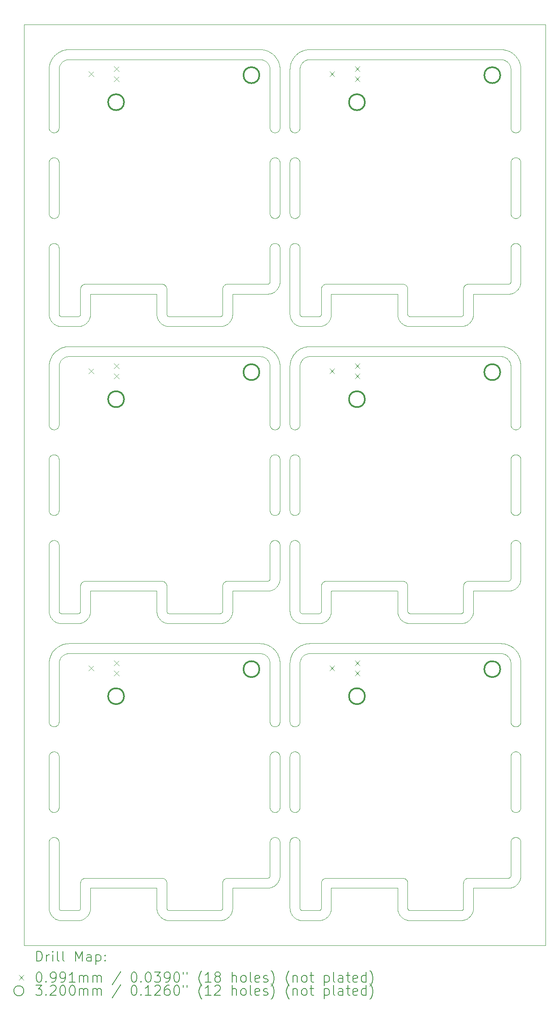
<source format=gbr>
%FSLAX45Y45*%
G04 Gerber Fmt 4.5, Leading zero omitted, Abs format (unit mm)*
G04 Created by KiCad (PCBNEW (6.0.6-0)) date 2022-06-29 17:43:52*
%MOMM*%
%LPD*%
G01*
G04 APERTURE LIST*
%TA.AperFunction,Profile*%
%ADD10C,0.100000*%
%TD*%
%ADD11C,0.200000*%
%ADD12C,0.099060*%
%ADD13C,0.320000*%
G04 APERTURE END LIST*
D10*
X11267536Y-16127781D02*
X11269505Y-16123339D01*
X6556078Y-8118405D02*
X6566029Y-8133096D01*
X7657982Y-7331576D02*
X7655586Y-7346583D01*
X11457033Y-11908278D02*
X11458097Y-11913019D01*
X6620495Y-3609994D02*
X6618310Y-3614335D01*
X7457305Y-13266143D02*
X7458684Y-13261323D01*
X2000000Y-19199370D02*
X2000000Y-17882346D01*
X11407668Y-5895023D02*
X11411896Y-5897418D01*
X7459837Y-13253821D02*
X7459984Y-13250633D01*
X10317536Y-6761114D02*
X10319505Y-6756672D01*
X2215748Y-2322282D02*
X2212910Y-2329386D01*
X11204080Y-2261329D02*
X11196872Y-2254209D01*
X4329140Y-13486545D02*
X4317263Y-13482146D01*
X6849483Y-17243307D02*
X6846685Y-17239335D01*
X10311072Y-18684474D02*
X10311903Y-18679686D01*
X6478104Y-17269248D02*
X6473999Y-17266649D01*
X2614085Y-19447630D02*
X2598976Y-19449263D01*
X2250633Y-7350000D02*
X2581291Y-7349967D01*
X10338997Y-12678997D02*
X10342516Y-12675646D01*
X10353999Y-12666685D02*
X10358104Y-12664085D01*
X10350026Y-6719483D02*
X10353999Y-6716685D01*
X6977668Y-10128357D02*
X6981896Y-10130752D01*
X11403328Y-5892839D02*
X11407668Y-5895023D01*
X7079098Y-14168785D02*
X7071095Y-14178600D01*
X7018310Y-17835665D02*
X7020495Y-17840006D01*
X11458097Y-17203647D02*
X11457033Y-17208388D01*
X11370704Y-5382856D02*
X11365858Y-5383214D01*
X2199523Y-5972630D02*
X2199880Y-5977476D01*
X7416339Y-13499903D02*
X7409370Y-13500000D01*
X2315765Y-2009017D02*
X2333190Y-2005666D01*
X10307289Y-13266190D02*
X10308696Y-13261274D01*
X7061012Y-13499262D02*
X7048423Y-13497982D01*
X5543487Y-7522717D02*
X5532061Y-7528179D01*
X7027033Y-17858278D02*
X7028097Y-17863019D01*
X11216340Y-18599580D02*
X11218843Y-18599195D01*
X9147263Y-7532146D02*
X9133347Y-7526070D01*
X4355737Y-18670262D02*
X4357033Y-18674945D01*
X11266166Y-2057277D02*
X11274782Y-2062610D01*
X11321114Y-16074203D02*
X11325648Y-16072454D01*
X6452472Y-3630471D02*
X6449483Y-3626641D01*
X2142381Y-13994066D02*
X2152187Y-13986070D01*
X7503999Y-18616685D02*
X7508104Y-18614085D01*
X7441589Y-7547980D02*
X7426460Y-7549422D01*
X9161003Y-18628997D02*
X9164354Y-18632516D01*
X7030032Y-19201266D02*
X7030414Y-19206290D01*
X10476683Y-13374622D02*
X10468733Y-13387559D01*
X2176740Y-8018159D02*
X2191678Y-8008583D01*
X7004653Y-13969573D02*
X7015218Y-13962610D01*
X7001003Y-17812330D02*
X7004354Y-17815849D01*
X4359880Y-12744142D02*
X4360000Y-12749012D01*
X7018310Y-16118998D02*
X7020495Y-16123339D01*
X6830096Y-19206339D02*
X6830000Y-19199370D01*
X10321690Y-12702332D02*
X10324085Y-12698104D01*
X2167484Y-17257687D02*
X2163805Y-17260861D01*
X10281499Y-7549038D02*
X10268858Y-7549808D01*
X2004263Y-5313071D02*
X2002967Y-5308388D01*
X6316697Y-13909556D02*
X6333929Y-13913785D01*
X2183315Y-3622668D02*
X2180517Y-3626641D01*
X6545526Y-17784405D02*
X6550314Y-17785236D01*
X7030032Y-13251266D02*
X7030414Y-13256290D01*
X11440517Y-5343307D02*
X11437528Y-5347138D01*
X11460000Y-11932346D02*
X11460000Y-12599370D01*
X6842666Y-13328453D02*
X6839659Y-13318764D01*
X11398885Y-9609130D02*
X11394352Y-9610879D01*
X11431579Y-12715736D02*
X11424120Y-12728977D01*
X6524142Y-11333214D02*
X6519296Y-11332856D01*
X11459880Y-5289191D02*
X11459523Y-5294037D01*
X2194213Y-5317685D02*
X2192464Y-5322219D01*
X2009505Y-4223339D02*
X2011690Y-4218999D01*
X6835787Y-4232315D02*
X6837536Y-4227781D01*
X2074945Y-5380366D02*
X2070262Y-5379070D01*
X6957216Y-2107507D02*
X6964713Y-2100691D01*
X7471690Y-6752332D02*
X7474085Y-6748104D01*
X2040026Y-15547184D02*
X2036195Y-15544194D01*
X2047275Y-14111457D02*
X2053416Y-14100394D01*
X6629070Y-2373427D02*
X6629615Y-2383545D01*
X4194568Y-13376810D02*
X4187283Y-13363487D01*
X6844085Y-3618563D02*
X6841690Y-3614335D01*
X11296195Y-10139139D02*
X11300026Y-10136149D01*
X7013315Y-9572668D02*
X7010517Y-9576641D01*
X2032516Y-5357687D02*
X2028997Y-5354337D01*
X6945526Y-5382262D02*
X6940704Y-5382856D01*
X6470026Y-4186149D02*
X6473999Y-4183351D01*
X11260477Y-3577370D02*
X11260119Y-3572524D01*
X6615915Y-5335229D02*
X6613315Y-5339335D01*
X2823512Y-19256514D02*
X2820337Y-19268776D01*
X7022464Y-16127781D02*
X7024212Y-16132315D01*
X6619613Y-6721190D02*
X6615700Y-6733235D01*
X11267536Y-11894448D02*
X11269505Y-11890005D01*
X11437528Y-9580471D02*
X11434354Y-9584151D01*
X7126070Y-13913785D02*
X7143303Y-13909556D01*
X6439505Y-17226661D02*
X6437536Y-17222219D01*
X6453260Y-13968159D02*
X6463645Y-13975388D01*
X5606761Y-19376770D02*
X5595689Y-19387162D01*
X11388529Y-12774956D02*
X11384956Y-12778529D01*
X11446549Y-12680848D02*
X11441181Y-12695066D01*
X7028097Y-10196353D02*
X7028928Y-10201140D01*
X2607484Y-13291749D02*
X2611567Y-13288754D01*
X2145635Y-13477156D02*
X2136513Y-13472717D01*
X6841690Y-16118998D02*
X6844085Y-16114771D01*
X6836488Y-7356514D02*
X6833938Y-7344108D01*
X6977668Y-11845023D02*
X6981896Y-11847418D01*
X6627033Y-17858278D02*
X6628097Y-17863019D01*
X4194568Y-7426810D02*
X4187283Y-7413487D01*
X7175697Y-2003750D02*
X7193326Y-2001731D01*
X6437536Y-17222219D02*
X6435787Y-17217685D01*
X11211291Y-18599967D02*
X11216340Y-18599580D01*
X6374821Y-7977186D02*
X6391215Y-7983977D01*
X11260000Y-5982346D02*
X11260119Y-5977476D01*
X7001003Y-4195663D02*
X7004354Y-4199183D01*
X6993805Y-11310861D02*
X6989974Y-11313851D01*
X7025737Y-5313071D02*
X7024212Y-5317685D01*
X6514474Y-15565595D02*
X6509686Y-15564764D01*
X6436502Y-12843515D02*
X6424096Y-12846064D01*
X7521114Y-12657536D02*
X7525648Y-12655787D01*
X6610517Y-11873359D02*
X6613315Y-11877332D01*
X6470026Y-11852816D02*
X6473999Y-11850018D01*
X6259054Y-14102150D02*
X6251465Y-14101183D01*
X6830477Y-16155963D02*
X6831072Y-16151140D01*
X5541114Y-6707536D02*
X5545648Y-6705787D01*
X7457305Y-7316143D02*
X7458684Y-7311323D01*
X7460477Y-12739296D02*
X7461072Y-12734474D01*
X11191214Y-8199098D02*
X11181420Y-8191110D01*
X7617312Y-19339657D02*
X7611490Y-19347965D01*
X2363326Y-2001731D02*
X2373427Y-2000930D01*
X4329140Y-19436545D02*
X4317263Y-19432146D01*
X9105526Y-12651072D02*
X9110314Y-12651902D01*
X6271494Y-8154380D02*
X6259054Y-8152150D01*
X6922449Y-14044314D02*
X6930691Y-14034713D01*
X6597484Y-11858979D02*
X6601003Y-11862330D01*
X6449483Y-15526641D02*
X6446685Y-15522668D01*
X6430477Y-9527370D02*
X6430119Y-9522524D01*
X10366672Y-18609505D02*
X10371114Y-18607536D01*
X6945526Y-17784405D02*
X6950314Y-17785236D01*
X11312332Y-17795023D02*
X11316672Y-17792839D01*
X6324112Y-2011276D02*
X6333929Y-2013785D01*
X2070262Y-4170930D02*
X2074945Y-4169634D01*
X11285646Y-17815849D02*
X11288997Y-17812330D01*
X10259367Y-7350000D02*
X10263821Y-7349837D01*
X9187033Y-18674945D02*
X9188097Y-18679686D01*
X9198279Y-19227527D02*
X9201246Y-19231567D01*
X2177528Y-17819529D02*
X2180517Y-17823359D01*
X6625737Y-15496405D02*
X6624212Y-15501019D01*
X6837536Y-5944448D02*
X6839505Y-5940005D01*
X5479837Y-13253821D02*
X5480000Y-13249367D01*
X11140022Y-2216737D02*
X11128262Y-2212040D01*
X7025737Y-17213071D02*
X7024212Y-17217685D01*
X2036195Y-4189139D02*
X2040026Y-4186149D01*
X6929012Y-11333333D02*
X6924142Y-11333214D01*
X7039238Y-2048470D02*
X7048204Y-2043751D01*
X2197033Y-5958278D02*
X2198097Y-5963019D01*
X11398885Y-17790870D02*
X11403328Y-17792839D01*
X5486502Y-13493515D02*
X5474108Y-13496062D01*
X11456064Y-6694096D02*
X11452911Y-6708962D01*
X6986001Y-17266649D02*
X6981896Y-17269248D01*
X6888583Y-8141678D02*
X6898159Y-8126740D01*
X2607527Y-19241721D02*
X2611606Y-19238722D01*
X2686653Y-7526070D02*
X2682061Y-7528179D01*
X7076179Y-13299837D02*
X7080633Y-13300000D01*
X2001508Y-8315836D02*
X2002788Y-8303248D01*
X10371114Y-6707536D02*
X10375648Y-6705787D01*
X7028928Y-10201140D02*
X7029523Y-10205963D01*
X11365858Y-9616547D02*
X11360988Y-9616667D01*
X2815700Y-7383235D02*
X2812146Y-7392737D01*
X11296195Y-16089139D02*
X11300026Y-16086149D01*
X6622464Y-5322219D02*
X6620495Y-5326661D01*
X5651573Y-13365747D02*
X5646683Y-13374622D01*
X2190495Y-17840006D02*
X2192464Y-17844448D01*
X11221274Y-12648695D02*
X11223726Y-12648062D01*
X10305429Y-19220846D02*
X10307289Y-19216191D01*
X11250303Y-6679564D02*
X11253062Y-6675378D01*
X4359523Y-6789296D02*
X4359880Y-6794142D01*
X11349296Y-11833810D02*
X11354142Y-11833453D01*
X6559738Y-15562403D02*
X6555055Y-15563699D01*
X2022472Y-15530471D02*
X2019483Y-15526641D01*
X2199523Y-11922630D02*
X2199880Y-11927476D01*
X8989839Y-18800470D02*
X8989214Y-18800030D01*
X6981896Y-4180752D02*
X6986001Y-4183351D01*
X11300026Y-11852816D02*
X11303999Y-11850018D01*
X2105858Y-5883453D02*
X2110704Y-5883810D01*
X6597484Y-10142313D02*
X6601003Y-10145663D01*
X11285646Y-15534151D02*
X11282472Y-15530471D01*
X2000119Y-17877476D02*
X2000477Y-17872630D01*
X2125055Y-5380366D02*
X2120314Y-5381431D01*
X6855646Y-9584151D02*
X6852472Y-9580471D01*
X11261902Y-10196353D02*
X11262967Y-10191612D01*
X6846685Y-3622668D02*
X6844085Y-3618563D01*
X2611577Y-7547982D02*
X2598988Y-7549262D01*
X2064513Y-19367590D02*
X2057880Y-19359913D01*
X2830000Y-12851227D02*
X2829992Y-13250630D01*
X6630000Y-16165679D02*
X6630000Y-17184321D01*
X2192464Y-15505552D02*
X2190495Y-15509994D01*
X6564352Y-11327546D02*
X6559738Y-11329070D01*
X2105858Y-15566547D02*
X2100988Y-15566667D01*
X11271690Y-17835665D02*
X11274085Y-17831437D01*
X6891114Y-11325797D02*
X6886672Y-11323828D01*
X6555055Y-10119634D02*
X6559738Y-10120930D01*
X11417388Y-8170453D02*
X11425000Y-8186482D01*
X2195737Y-4236929D02*
X2197033Y-4241612D01*
X6830930Y-14273427D02*
X6832501Y-14255753D01*
X11345489Y-2119894D02*
X11352493Y-2127216D01*
X7008810Y-7539613D02*
X6996765Y-7535700D01*
X11370704Y-15566190D02*
X11365858Y-15566547D01*
X2378535Y-2201183D02*
X2370971Y-2202146D01*
X6886262Y-7457980D02*
X6880027Y-7449977D01*
X11437528Y-3630471D02*
X11434354Y-3634151D01*
X6866195Y-16089139D02*
X6870026Y-16086149D01*
X2206104Y-8301079D02*
X2204380Y-8308506D01*
X2233809Y-7347289D02*
X2238677Y-7348684D01*
X2001902Y-17863019D02*
X2002967Y-17858278D01*
X10399296Y-6700477D02*
X10404142Y-6700119D01*
X11370704Y-17282856D02*
X11365858Y-17283214D01*
X6830578Y-7316460D02*
X6830096Y-7306339D01*
X5434436Y-7549944D02*
X4409370Y-7549992D01*
X2084474Y-11834405D02*
X2089296Y-11833810D01*
X11443315Y-17827332D02*
X11445915Y-17831437D01*
X7045738Y-2322305D02*
X7042048Y-2331714D01*
X2007536Y-9555552D02*
X2005787Y-9551019D01*
X11459262Y-18568988D02*
X11457982Y-18581577D01*
X7098804Y-2249081D02*
X7093128Y-2254209D01*
X11345489Y-14019894D02*
X11354206Y-14029065D01*
X7508104Y-12664085D02*
X7512332Y-12661690D01*
X6830000Y-2400630D02*
X6830385Y-2383545D01*
X2617072Y-19233527D02*
X2620273Y-19229605D01*
X2034568Y-13376810D02*
X2028421Y-13365736D01*
X2634263Y-12720262D02*
X2635787Y-12715648D01*
X11251169Y-2341321D02*
X11247952Y-2331714D01*
X7056835Y-7344292D02*
X7059154Y-7345429D01*
X6613315Y-11877332D02*
X6615915Y-11881437D01*
X2646685Y-12693999D02*
X2649483Y-12690026D01*
X6610517Y-9576641D02*
X6607528Y-9580471D01*
X2054686Y-19355997D02*
X2047036Y-19345904D01*
X4358097Y-6779686D02*
X4358928Y-6784474D01*
X11274782Y-2062610D02*
X11285347Y-2069573D01*
X6403165Y-18594292D02*
X6407527Y-18591721D01*
X6986001Y-5900018D02*
X6989974Y-5902816D01*
X11454212Y-9551019D02*
X11452464Y-9555552D01*
X6473999Y-16083351D02*
X6478104Y-16080752D01*
X10306584Y-13495586D02*
X10291589Y-13497980D01*
X11334945Y-17786301D02*
X11339686Y-17785236D01*
X11424120Y-18678977D02*
X11418726Y-18687569D01*
X9189880Y-18694142D02*
X9190000Y-18699012D01*
X2022792Y-8217044D02*
X2027186Y-8205178D01*
X4305624Y-7527151D02*
X4294253Y-7521573D01*
X2174354Y-17250817D02*
X2171003Y-17254337D01*
X6964352Y-5889121D02*
X6968885Y-5890869D01*
X2159974Y-11852816D02*
X2163805Y-11855805D01*
X11344474Y-17282262D02*
X11339686Y-17281431D01*
X7113905Y-13917266D02*
X7126070Y-13913785D01*
X6628097Y-17863019D02*
X6628928Y-17867807D01*
X6589974Y-5902816D02*
X6593805Y-5905805D01*
X11460000Y-6649370D02*
X11459903Y-6656339D01*
X6832370Y-7334085D02*
X6831731Y-7329072D01*
X6846685Y-11289335D02*
X6844085Y-11285229D01*
X6430000Y-2400633D02*
X6429649Y-2388632D01*
X2199880Y-5289191D02*
X2199523Y-5294037D01*
X2729012Y-18600000D02*
X4260988Y-18600000D01*
X2043999Y-11316648D02*
X2040026Y-11313851D01*
X9233710Y-19249586D02*
X9236230Y-19249841D01*
X2198097Y-11253647D02*
X2197033Y-11258388D01*
X7646549Y-19280849D02*
X7643056Y-19290373D01*
X2211458Y-2047275D02*
X2227288Y-2039260D01*
X2002788Y-14253248D02*
X2005252Y-14235676D01*
X11282472Y-3630471D02*
X11279483Y-3626641D01*
X6955055Y-10119634D02*
X6959738Y-10120930D01*
X6935858Y-11833453D02*
X6940704Y-11833810D01*
X2166355Y-8025388D02*
X2176740Y-8018159D01*
X6895648Y-11327546D02*
X6891114Y-11325797D01*
X10306584Y-19445586D02*
X10291589Y-19447980D01*
X9187033Y-12724945D02*
X9188097Y-12729686D01*
X7010517Y-5343307D02*
X7007528Y-5347138D01*
X11416001Y-5366649D02*
X11411896Y-5369248D01*
X11402120Y-18709913D02*
X11395487Y-18717590D01*
X6628097Y-5303647D02*
X6627033Y-5308388D01*
X6251465Y-8151183D02*
X6241393Y-8150353D01*
X10386821Y-13465426D02*
X10373487Y-13472717D01*
X4303328Y-18609505D02*
X4307668Y-18611690D01*
X6420273Y-6679604D02*
X6421721Y-6677527D01*
X6607528Y-11869528D02*
X6610517Y-11873359D01*
X2704945Y-6702967D02*
X2709686Y-6701902D01*
X10307289Y-19216191D02*
X10308696Y-19211274D01*
X7476331Y-19441003D02*
X7464040Y-19444053D01*
X9124352Y-6705787D02*
X9128886Y-6707536D01*
X6629711Y-8336064D02*
X6630000Y-8350630D01*
X6524142Y-15566547D02*
X6519296Y-15566190D01*
X11450495Y-4223339D02*
X11452464Y-4227781D01*
X11288997Y-4195663D02*
X11292516Y-4192313D01*
X4327484Y-18625646D02*
X4331003Y-18628997D01*
X6379379Y-6700000D02*
X6383821Y-6699837D01*
X11365934Y-14042381D02*
X11373930Y-14052187D01*
X6444085Y-3618563D02*
X6441690Y-3614335D01*
X7001003Y-10145663D02*
X7004354Y-10149183D01*
X2623087Y-13275335D02*
X2625429Y-13270845D01*
X9221024Y-13499263D02*
X9208423Y-13497982D01*
X11192956Y-7972792D02*
X11204821Y-7977186D01*
X2183315Y-15522668D02*
X2180517Y-15526641D01*
X5613774Y-7469439D02*
X5606770Y-7476761D01*
X2074945Y-10119634D02*
X2079686Y-10118569D01*
X6582964Y-12745904D02*
X6573745Y-12757971D01*
X4181820Y-7402061D02*
X4177854Y-7392737D01*
X10353999Y-6716685D02*
X10358104Y-6714085D01*
X11265787Y-11898981D02*
X11267536Y-11894448D01*
X9110314Y-12651902D02*
X9115055Y-12652967D01*
X6398565Y-12646408D02*
X6403120Y-12644315D01*
X7125277Y-8179642D02*
X7116804Y-8185150D01*
X2588793Y-19249204D02*
X2593726Y-19248062D01*
X4163936Y-7344096D02*
X4162018Y-7331576D01*
X2171003Y-16095663D02*
X2174354Y-16099182D01*
X11339686Y-5381431D02*
X11334945Y-5380366D01*
X11365858Y-4166786D02*
X11370704Y-4167144D01*
X6973328Y-4176172D02*
X6977668Y-4178357D01*
X7071095Y-8228600D02*
X7065164Y-8236783D01*
X6831072Y-10201140D02*
X6831902Y-10196353D01*
X11360988Y-10116667D02*
X11365858Y-10116786D01*
X6593805Y-17260861D02*
X6589974Y-17263851D01*
X11285646Y-11300817D02*
X11282472Y-11297138D01*
X7060955Y-14193171D02*
X7055761Y-14201870D01*
X2192464Y-5944448D02*
X2194213Y-5948981D01*
X6855646Y-11865849D02*
X6858997Y-11862330D01*
X2800378Y-13367966D02*
X2795426Y-13376821D01*
X6942441Y-13458733D02*
X6932045Y-13451498D01*
X2666195Y-12672472D02*
X2670026Y-12669483D01*
X11262967Y-16141612D02*
X11264263Y-16136928D01*
X6837536Y-17844448D02*
X6839505Y-17840006D01*
X10276191Y-7347289D02*
X10280846Y-7345429D01*
X6581896Y-5369248D02*
X6577668Y-5371643D01*
X2229565Y-7988178D02*
X2245781Y-7980975D01*
X6629903Y-18556339D02*
X6629263Y-18568976D01*
X11149179Y-2221014D02*
X11140022Y-2216737D01*
X7168929Y-2209582D02*
X7159386Y-2212910D01*
X2682061Y-7528179D02*
X2672726Y-7532151D01*
X6830119Y-17189191D02*
X6830000Y-17184321D01*
X2185915Y-5931437D02*
X2188310Y-5935665D01*
X11459070Y-2373427D02*
X11459615Y-2383545D01*
X4177854Y-19292737D02*
X4173455Y-19280860D01*
X11271690Y-11281001D02*
X11269505Y-11276661D01*
X11370704Y-3666190D02*
X11365858Y-3666547D01*
X7521114Y-18607536D02*
X7525648Y-18605787D01*
X6900262Y-9612403D02*
X6895648Y-9610879D01*
X11440517Y-17823359D02*
X11443315Y-17827332D01*
X7516672Y-6709505D02*
X7521114Y-6707536D01*
X2002967Y-11908278D02*
X2004263Y-11903595D01*
X2831227Y-18800000D02*
X2830692Y-18800056D01*
X6830119Y-5289191D02*
X6830000Y-5284321D01*
X7024212Y-9551019D02*
X7022464Y-9555552D01*
X6300637Y-8162919D02*
X6288679Y-8158831D01*
X2070262Y-15562403D02*
X2065648Y-15560879D01*
X4270704Y-18600477D02*
X4275526Y-18601072D01*
X6455646Y-3634151D02*
X6452472Y-3630471D01*
X6831731Y-19229072D02*
X6830578Y-19216460D01*
X2830056Y-12850692D02*
X2830000Y-12851227D01*
X7027033Y-11908278D02*
X7028097Y-11913019D01*
X5640093Y-7435437D02*
X5632964Y-7445904D01*
X2199880Y-10210809D02*
X2200000Y-10215679D01*
X6431072Y-17867807D02*
X6431902Y-17863019D01*
X6586001Y-10133351D02*
X6589974Y-10136149D01*
X11218905Y-2278600D02*
X11210902Y-2268785D01*
X7198467Y-14102530D02*
X7188531Y-14104375D01*
X11316672Y-17273828D02*
X11312332Y-17271643D01*
X2197033Y-3591722D02*
X2195737Y-3596405D01*
X11257474Y-2368492D02*
X11255620Y-2358506D01*
X11321114Y-11840869D02*
X11325648Y-11839121D01*
X5543487Y-13472717D02*
X5532061Y-13478179D01*
X2053416Y-2200394D02*
X2062610Y-2185218D01*
X2009505Y-11276661D02*
X2007536Y-11272219D01*
X6919296Y-11332856D02*
X6914474Y-11332261D01*
X6846685Y-15522668D02*
X6844085Y-15518563D01*
X11316672Y-16076172D02*
X11321114Y-16074203D01*
X2040026Y-9597184D02*
X2036195Y-9594194D01*
X6278921Y-2206104D02*
X6271469Y-2204375D01*
X6449483Y-11873359D02*
X6452472Y-11869528D01*
X6604354Y-5915849D02*
X6607528Y-5919528D01*
X7097044Y-13922792D02*
X7113905Y-13917266D01*
X10310000Y-13249367D02*
X10310000Y-12749012D01*
X6455646Y-11300817D02*
X6452472Y-11297138D01*
X6607528Y-11297138D02*
X6604354Y-11300817D01*
X2143328Y-15557161D02*
X2138886Y-15559130D01*
X2192464Y-11272219D02*
X2190495Y-11276661D01*
X11261072Y-3582193D02*
X11260477Y-3577370D01*
X4233239Y-13426770D02*
X4224513Y-13417590D01*
X9201246Y-7331567D02*
X9204674Y-7335362D01*
X6830477Y-4255963D02*
X6831072Y-4251140D01*
X2200000Y-15467654D02*
X2199880Y-15472524D01*
X2218205Y-7993751D02*
X2229565Y-7988178D01*
X11247089Y-8279386D02*
X11244252Y-8272282D01*
X11314376Y-18777151D02*
X11300373Y-18783056D01*
X7063809Y-13297289D02*
X7066274Y-13298062D01*
X2635787Y-6765648D02*
X2637536Y-6761114D01*
X6400435Y-2038178D02*
X6411795Y-2043751D01*
X7106597Y-2242645D02*
X7098804Y-2249081D01*
X11257305Y-12616143D02*
X11258684Y-12611323D01*
X2134352Y-5377546D02*
X2129738Y-5379070D01*
X2112431Y-13458726D02*
X2102035Y-13451490D01*
X7603745Y-19357971D02*
X7595496Y-19367581D01*
X6568885Y-17790870D02*
X6573328Y-17792839D01*
X6849545Y-14176642D02*
X6853637Y-14164669D01*
X11395487Y-18717590D02*
X11388529Y-18724956D01*
X11334945Y-10119634D02*
X11339686Y-10118569D01*
X6607528Y-9580471D02*
X6604354Y-9584151D01*
X6261507Y-2202526D02*
X6251490Y-2201186D01*
X11285646Y-17250817D02*
X11282472Y-17247138D01*
X9110314Y-18601903D02*
X9115055Y-18602967D01*
X11416001Y-17800018D02*
X11419974Y-17802816D01*
X7459984Y-19200633D02*
X7460000Y-18699012D01*
X4371246Y-19231567D02*
X4374674Y-19235362D01*
X6858997Y-9587670D02*
X6855646Y-9584151D01*
X2185915Y-5335229D02*
X2183315Y-5339335D01*
X2129738Y-3662403D02*
X2125055Y-3663699D01*
X4294253Y-7521573D02*
X4281023Y-7514120D01*
X9190163Y-13253821D02*
X9190796Y-13258793D01*
X6909686Y-11835236D02*
X6914474Y-11834405D01*
X6491114Y-4174203D02*
X6495648Y-4172454D01*
X7193326Y-2001731D02*
X7203427Y-2000930D01*
X2087638Y-8100213D02*
X2099025Y-8086605D01*
X2628684Y-19211323D02*
X2629204Y-19208793D01*
X6432967Y-11908278D02*
X6434263Y-11903595D01*
X10259370Y-19450000D02*
X9235564Y-19449944D01*
X4187283Y-7413487D02*
X4181820Y-7402061D01*
X6975624Y-7527151D02*
X6964264Y-7521579D01*
X2079686Y-11331431D02*
X2074945Y-11330366D01*
X6586001Y-3649982D02*
X6581896Y-3652581D01*
X6959738Y-11329070D02*
X6955055Y-11330366D01*
X11458097Y-11913019D02*
X11458928Y-11917807D01*
X8999663Y-13318775D02*
X8996485Y-13306502D01*
X7066274Y-19248062D02*
X7071207Y-19249204D01*
X7229370Y-2000008D02*
X11059370Y-2000000D01*
X7538977Y-7514120D02*
X7534622Y-7516683D01*
X11230358Y-8245277D02*
X11223403Y-8234725D01*
X6628097Y-5963019D02*
X6628928Y-5967807D01*
X4391024Y-13499263D02*
X4378423Y-13497982D01*
X2628062Y-7313726D02*
X2629204Y-7308793D01*
X2079686Y-16068569D02*
X2084474Y-16067738D01*
X2358531Y-2204375D02*
X2348652Y-2206733D01*
X6882332Y-17271643D02*
X6878104Y-17269248D01*
X11181420Y-8191110D02*
X11173196Y-8185150D01*
X7131848Y-2225773D02*
X7123171Y-2230955D01*
X2025646Y-9584151D02*
X2022472Y-9580471D01*
X7595496Y-7467581D02*
X7588529Y-7474956D01*
X2200226Y-14291111D02*
X2200000Y-14300633D01*
X6625586Y-12646583D02*
X6623512Y-12656514D01*
X2188310Y-16118998D02*
X2190495Y-16123339D01*
X11296195Y-5360861D02*
X11292516Y-5357687D01*
X4398677Y-7348684D02*
X4403710Y-7349586D01*
X4169663Y-7368775D02*
X4166488Y-7356514D01*
X5556811Y-13465432D02*
X5543487Y-13472717D01*
X10342516Y-12675646D02*
X10346195Y-12672472D01*
X7030394Y-2053416D02*
X7039238Y-2048470D01*
X5499483Y-18640026D02*
X5502472Y-18636195D01*
X2206938Y-13275378D02*
X2209727Y-13279604D01*
X2238785Y-2033977D02*
X2255178Y-2027186D01*
X2216737Y-14219978D02*
X2212048Y-14231714D01*
X4331003Y-12678997D02*
X4334354Y-12682516D01*
X11164723Y-14129642D02*
X11158152Y-14125773D01*
X2040026Y-11313851D02*
X2036195Y-11310861D01*
X7611490Y-19347965D02*
X7603745Y-19357971D01*
X2147668Y-11845023D02*
X2151896Y-11847418D01*
X5564474Y-12651072D02*
X5569296Y-12650477D01*
X7025737Y-4236929D02*
X7027033Y-4241612D01*
X4163938Y-13294108D02*
X4162018Y-13281576D01*
X6831072Y-11248860D02*
X6830477Y-11244037D01*
X2119894Y-8064511D02*
X2129065Y-8055794D01*
X7409367Y-19250000D02*
X7413770Y-19249841D01*
X6615915Y-10164771D02*
X6618310Y-10168999D01*
X2134352Y-10122454D02*
X2138886Y-10124203D01*
X4254003Y-7495313D02*
X4242419Y-7485496D01*
X9141896Y-6714085D02*
X9146001Y-6716685D01*
X2084474Y-16067738D02*
X2089296Y-16067144D01*
X9095858Y-18600120D02*
X9100704Y-18600477D01*
X2775313Y-19355997D02*
X2767162Y-19365689D01*
X6524142Y-4166786D02*
X6530988Y-4166667D01*
X2107507Y-8077216D02*
X2119894Y-8064511D01*
X2002788Y-2353248D02*
X2004100Y-2343201D01*
X9115055Y-18602967D02*
X9119738Y-18604263D01*
X9104563Y-13460093D02*
X9092045Y-13451498D01*
X6601003Y-11304337D02*
X6597484Y-11307687D01*
X11296195Y-17805806D02*
X11300026Y-17802816D01*
X4396225Y-7348048D02*
X4398677Y-7348684D01*
X2048104Y-10130752D02*
X2052332Y-10128357D01*
X6622515Y-2323222D02*
X6624747Y-2335676D01*
X6577668Y-11321643D02*
X6573328Y-11323828D01*
X4160737Y-7318976D02*
X4160056Y-7304436D01*
X11264263Y-4236929D02*
X11265787Y-4232315D01*
X2019483Y-11293307D02*
X2016685Y-11289335D01*
X4341236Y-7540340D02*
X4329151Y-7536549D01*
X6959738Y-17787597D02*
X6964352Y-17789121D01*
X2391111Y-8150225D02*
X2381030Y-8150930D01*
X6864568Y-7426810D02*
X6858421Y-7415736D01*
X7042048Y-2331714D02*
X7039582Y-2338929D01*
X4323805Y-18622472D02*
X4327484Y-18625646D01*
X2190495Y-3609994D02*
X2188310Y-3614335D01*
X6841690Y-5935665D02*
X6844085Y-5931437D01*
X4316001Y-6716685D02*
X4319974Y-6719483D01*
X2065648Y-5889121D02*
X2070262Y-5887596D01*
X7001003Y-5912330D02*
X7004354Y-5915849D01*
X11296195Y-17260861D02*
X11292516Y-17257687D01*
X7004354Y-17815849D02*
X7007528Y-17819529D01*
X6437536Y-17844448D02*
X6439505Y-17840006D01*
X6256573Y-2000930D02*
X6266674Y-2001731D01*
X9092045Y-13451498D02*
X9084003Y-13445313D01*
X11398885Y-5375797D02*
X11394352Y-5377546D01*
X10342516Y-6725646D02*
X10346195Y-6722472D01*
X2194213Y-5948981D02*
X2195737Y-5953595D01*
X11380314Y-11331431D02*
X11375526Y-11332261D01*
X2132033Y-19420378D02*
X2121023Y-19414120D01*
X6950314Y-16068569D02*
X6955055Y-16069634D01*
X6940704Y-3666190D02*
X6935858Y-3666547D01*
X6959738Y-15562403D02*
X6955055Y-15563699D01*
X11411896Y-17269248D02*
X11407668Y-17271643D01*
X11325648Y-5377546D02*
X11321114Y-5375797D01*
X2157274Y-13482151D02*
X2145635Y-13477156D01*
X2717559Y-7508733D02*
X2706821Y-7515426D01*
X11431003Y-16095663D02*
X11434354Y-16099182D01*
X6452472Y-16102862D02*
X6455646Y-16099182D01*
X6914474Y-10117738D02*
X6919296Y-10117144D01*
X6430119Y-17189191D02*
X6430000Y-17184321D01*
X4242419Y-13435496D02*
X4233239Y-13426770D01*
X6437536Y-10177781D02*
X6439505Y-10173339D01*
X2099012Y-4166667D02*
X2105858Y-4166786D01*
X7076179Y-19249837D02*
X7080633Y-19250000D01*
X11300026Y-11313851D02*
X11296195Y-11310861D01*
X7013315Y-5927332D02*
X7015915Y-5931437D01*
X7029880Y-15472524D02*
X7029523Y-15477370D01*
X7461902Y-6779686D02*
X7462967Y-6774945D01*
X11344474Y-9615595D02*
X11339686Y-9614764D01*
X2673999Y-6716685D02*
X2678104Y-6714085D01*
X9003455Y-13330860D02*
X8999663Y-13318775D01*
X2070262Y-10120930D02*
X2074945Y-10119634D01*
X7073661Y-13499903D02*
X7061012Y-13499262D01*
X5491690Y-12702332D02*
X5494085Y-12698104D01*
X11389738Y-10120930D02*
X11394352Y-10122454D01*
X6895648Y-9610879D02*
X6891114Y-9609130D01*
X6429984Y-18550621D02*
X6430000Y-17882346D01*
X2099012Y-16066667D02*
X2105858Y-16066786D01*
X11315686Y-2092449D02*
X11325287Y-2100691D01*
X4270343Y-7507312D02*
X4262045Y-7501498D01*
X6597484Y-15541021D02*
X6593805Y-15544194D01*
X6452472Y-10152862D02*
X6455646Y-10149183D01*
X11256408Y-12618565D02*
X11257305Y-12616143D01*
X7213545Y-2000385D02*
X7229370Y-2000008D01*
X6504945Y-17280366D02*
X6500262Y-17279070D01*
X2249370Y-19449992D02*
X2241142Y-19449808D01*
X6409604Y-18590273D02*
X6413489Y-18587106D01*
X6628097Y-16146353D02*
X6628928Y-16151140D01*
X7488997Y-18628997D02*
X7492516Y-18625646D01*
X2190495Y-9559994D02*
X2188310Y-9564335D01*
X6229370Y-13900000D02*
X6243936Y-13900289D01*
X6432967Y-17858278D02*
X6434263Y-17853595D01*
X6431072Y-5298860D02*
X6430477Y-5294037D01*
X6431902Y-3586980D02*
X6431072Y-3582193D01*
X4354213Y-12715648D02*
X4355737Y-12720262D01*
X6989974Y-16086149D02*
X6993805Y-16089139D01*
X7039582Y-2338929D02*
X7036104Y-2351079D01*
X4360163Y-19203821D02*
X4360796Y-19208793D01*
X7171321Y-14108831D02*
X7161738Y-14112040D01*
X11267536Y-5322219D02*
X11265787Y-5317685D01*
X7039727Y-7329604D02*
X7042894Y-7333489D01*
X11260119Y-9522524D02*
X11260000Y-9517654D01*
X5671003Y-7366331D02*
X5666549Y-7380848D01*
X5661181Y-13345066D02*
X5656070Y-13356653D01*
X11261072Y-9532193D02*
X11260477Y-9527370D01*
X9029907Y-7435437D02*
X9024574Y-7426821D01*
X6399032Y-8243149D02*
X6393418Y-8234746D01*
X2143328Y-11842839D02*
X2147668Y-11845023D01*
X7018310Y-11885665D02*
X7020495Y-11890005D01*
X11437528Y-15530471D02*
X11434354Y-15534151D01*
X7409370Y-19450000D02*
X7080630Y-19450000D01*
X6964352Y-9610879D02*
X6959738Y-9612403D01*
X6559738Y-16070930D02*
X6564352Y-16072454D01*
X7660000Y-12851227D02*
X7659992Y-13250630D01*
X9084003Y-7495313D02*
X9072419Y-7485496D01*
X7485646Y-12682516D02*
X7488997Y-12678997D01*
X6449483Y-16106693D02*
X6452472Y-16102862D01*
X5429367Y-19250000D02*
X5433821Y-19249837D01*
X2053416Y-14100394D02*
X2062610Y-14085218D01*
X10384945Y-6702967D02*
X10389686Y-6701902D01*
X2005787Y-17848981D02*
X2007536Y-17844448D01*
X2129738Y-4170930D02*
X2134352Y-4172454D01*
X2174354Y-9584151D02*
X2171003Y-9587670D01*
X6383821Y-12649837D02*
X6388793Y-12649204D01*
X6504945Y-4169634D02*
X6509686Y-4168569D01*
X2823512Y-7356514D02*
X2820340Y-7368764D01*
X11312332Y-15554977D02*
X11308104Y-15552581D01*
X6509686Y-9614764D02*
X6504945Y-9613699D01*
X2147668Y-4178357D02*
X2151896Y-4180752D01*
X5461567Y-13288754D02*
X5463527Y-13287071D01*
X11279483Y-16106693D02*
X11282472Y-16102862D01*
X5455335Y-7343087D02*
X5457527Y-7341721D01*
X6914474Y-11834405D02*
X6919296Y-11833810D01*
X6434263Y-11263071D02*
X6432967Y-11258388D01*
X11460000Y-4265679D02*
X11460000Y-5284321D01*
X2002967Y-15491722D02*
X2001902Y-15486980D01*
X2724142Y-12650119D02*
X2729012Y-12650000D01*
X11394352Y-3660879D02*
X11389738Y-3662403D01*
X5638733Y-13387559D02*
X5631490Y-13397965D01*
X6568885Y-5890869D02*
X6573328Y-5892839D01*
X7027033Y-15491722D02*
X7025737Y-15496405D01*
X2192464Y-16127781D02*
X2194213Y-16132315D01*
X6904945Y-11836300D02*
X6909686Y-11835236D01*
X2129738Y-5887596D02*
X2134352Y-5889121D01*
X11385055Y-11836300D02*
X11389738Y-11837596D01*
X6430477Y-17872630D02*
X6431072Y-17867807D01*
X2167484Y-17808979D02*
X2171003Y-17812330D01*
X6529012Y-5883333D02*
X6535858Y-5883453D01*
X11303999Y-10133351D02*
X11308104Y-10130752D01*
X11434354Y-11865849D02*
X11437528Y-11869528D01*
X4352464Y-6761114D02*
X4354213Y-6765648D01*
X2788733Y-13387559D02*
X2779973Y-13399977D01*
X2001902Y-5303647D02*
X2001072Y-5298860D01*
X11423805Y-15544194D02*
X11419974Y-15547184D01*
X2626408Y-19218565D02*
X2627305Y-19216143D01*
X4298886Y-18607536D02*
X4303328Y-18609505D01*
X11959865Y-1500512D02*
X11959400Y-1500091D01*
X7460000Y-12749012D02*
X7460119Y-12744142D01*
X11423805Y-11310861D02*
X11419974Y-11313851D01*
X6427474Y-2368492D02*
X6425625Y-2358531D01*
X2089296Y-4167144D02*
X2094142Y-4166786D01*
X6844085Y-9568563D02*
X6841690Y-9564335D01*
X11458097Y-17863019D02*
X11458928Y-17867807D01*
X5559686Y-6701902D02*
X5564474Y-6701072D01*
X6849483Y-16106693D02*
X6852472Y-16102862D01*
X11375526Y-15565595D02*
X11370704Y-15566190D01*
X7508104Y-18614085D02*
X7512332Y-18611690D01*
X11450444Y-14213303D02*
X11452991Y-14225697D01*
X7041457Y-7997275D02*
X7057288Y-7989260D01*
X9228677Y-7348684D02*
X9233710Y-7349586D01*
X2779973Y-13399977D02*
X2773738Y-13407980D01*
X6405444Y-14204040D02*
X6399032Y-14193149D01*
X1500600Y-19949909D02*
X1501227Y-19950000D01*
X6959738Y-5887596D02*
X6964352Y-5889121D01*
X7030000Y-17882346D02*
X7030032Y-19201266D01*
X2069573Y-2174653D02*
X2079893Y-2160219D01*
X2035000Y-2236482D02*
X2042612Y-2220454D01*
X6436502Y-18793515D02*
X6424096Y-18796064D01*
X6625737Y-16136928D02*
X6627033Y-16141612D01*
X6509686Y-4168569D02*
X6514474Y-4167738D01*
X9157484Y-6725646D02*
X9161003Y-6728997D01*
X4360159Y-13253770D02*
X4360805Y-13258843D01*
X2028997Y-11304337D02*
X2025646Y-11300817D01*
X6495287Y-14000691D02*
X6508301Y-14012752D01*
X2043999Y-5366649D02*
X2040026Y-5363851D01*
X6596683Y-18674622D02*
X6588726Y-18687569D01*
X6286799Y-13904100D02*
X6304303Y-13907009D01*
X2630477Y-6789296D02*
X2631072Y-6784474D01*
X11185753Y-2020330D02*
X11195331Y-2023637D01*
X2358531Y-8154375D02*
X2348676Y-8156726D01*
X4368251Y-13277484D02*
X4371278Y-13281606D01*
X2001731Y-13279072D02*
X2000578Y-13266460D01*
X6919296Y-10117144D02*
X6924142Y-10116786D01*
X2649483Y-18640026D02*
X2652472Y-18636195D01*
X6955055Y-11836300D02*
X6959738Y-11837596D01*
X11443458Y-14186320D02*
X11446215Y-14196070D01*
X2177528Y-5347138D02*
X2174354Y-5350817D01*
X6429580Y-6656340D02*
X6429968Y-6651266D01*
X7080630Y-7550000D02*
X7073661Y-7549903D01*
X9183486Y-13493512D02*
X9171224Y-13490337D01*
X2000000Y-16165679D02*
X2000119Y-16160809D01*
X7418793Y-19249204D02*
X7423726Y-19248062D01*
X6380630Y-18799992D02*
X5681227Y-18800000D01*
X11155960Y-2224556D02*
X11149179Y-2221014D01*
X10306427Y-7318518D02*
X10308048Y-7313775D01*
X5489505Y-12706672D02*
X5491690Y-12702332D01*
X6613315Y-17827332D02*
X6615915Y-17831437D01*
X2039907Y-13385437D02*
X2034568Y-13376810D01*
X6878104Y-4180752D02*
X6882332Y-4178357D01*
X6846685Y-10160665D02*
X6849483Y-10156693D01*
X2158207Y-2081411D02*
X2168406Y-2073921D01*
X10459973Y-13399977D02*
X10453745Y-13407971D01*
X6478104Y-10130752D02*
X6482332Y-10128357D01*
X11094163Y-2001508D02*
X11104247Y-2002501D01*
X6462516Y-15541021D02*
X6458997Y-15537670D01*
X6855646Y-11300817D02*
X6852472Y-11297138D01*
X2829808Y-7308858D02*
X2829263Y-7318976D01*
X6990219Y-8029893D02*
X7004653Y-8019573D01*
X10268858Y-7549808D02*
X10259370Y-7550000D01*
X11411498Y-18697955D02*
X11402120Y-18709913D01*
X4378423Y-7547982D02*
X4365904Y-7546064D01*
X10326332Y-7541003D02*
X10316514Y-7543512D01*
X2011690Y-16118998D02*
X2014085Y-16114771D01*
X4340517Y-18640026D02*
X4343315Y-18643999D01*
X11419974Y-17263851D02*
X11416001Y-17266649D01*
X10310120Y-12744142D02*
X10310477Y-12739296D01*
X4329151Y-7536549D02*
X4317263Y-7532146D01*
X6429968Y-6651266D02*
X6430000Y-5982346D01*
X11433719Y-14157531D02*
X11439670Y-14174247D01*
X11325648Y-9610879D02*
X11321114Y-9609130D01*
X11442734Y-8233905D02*
X11446215Y-8246070D01*
X2079893Y-14060219D02*
X2087638Y-14050213D01*
X6870026Y-5363851D02*
X6866195Y-5360861D01*
X11456064Y-18594096D02*
X11452911Y-18608963D01*
X2022472Y-4202862D02*
X2025646Y-4199183D01*
X2120314Y-10118569D02*
X2125055Y-10119634D01*
X10509904Y-19206339D02*
X10509039Y-19221499D01*
X5481072Y-18684474D02*
X5481903Y-18679686D01*
X6873999Y-10133351D02*
X6878104Y-10130752D01*
X9190163Y-19203821D02*
X9190796Y-19208793D01*
X5436340Y-7349580D02*
X5441274Y-7348695D01*
X6935794Y-2129065D02*
X6944511Y-2119894D01*
X11370704Y-17783810D02*
X11375526Y-17784405D01*
X6919296Y-17783810D02*
X6924142Y-17783453D01*
X6530988Y-3666667D02*
X6524142Y-3666547D01*
X7029880Y-10210809D02*
X7030000Y-10215679D01*
X6616215Y-14196070D02*
X6620444Y-14213303D01*
X6959738Y-9612403D02*
X6955055Y-9613699D01*
X7057288Y-7989260D02*
X7068785Y-7983977D01*
X2143328Y-5373828D02*
X2138886Y-5375797D01*
X6870026Y-16086149D02*
X6873999Y-16083351D01*
X7655586Y-19246584D02*
X7653512Y-19256514D01*
X9029907Y-13385437D02*
X9023317Y-13374622D01*
X2579370Y-19450000D02*
X2249370Y-19449992D01*
X6593805Y-15544194D02*
X6589974Y-15547184D01*
X2039260Y-8177288D02*
X2047275Y-8161457D01*
X11416001Y-11850018D02*
X11419974Y-11852816D01*
X11345437Y-18760093D02*
X11336821Y-18765426D01*
X6629523Y-10205963D02*
X6629880Y-10210809D01*
X2607527Y-7341721D02*
X2611567Y-7338754D01*
X6977939Y-13478179D02*
X6966513Y-13472717D01*
X6627033Y-15491722D02*
X6625737Y-15496405D01*
X7116804Y-8185150D02*
X7106597Y-8192645D01*
X2697967Y-13470378D02*
X2693487Y-13472717D01*
X6439505Y-11276661D02*
X6437536Y-11272219D01*
X11260477Y-16155963D02*
X11261072Y-16151140D01*
X11443315Y-16110665D02*
X11445915Y-16114771D01*
X11445915Y-15518563D02*
X11443315Y-15522668D01*
X10332472Y-12686195D02*
X10335646Y-12682516D01*
X11349296Y-17282856D02*
X11344474Y-17282262D01*
X6379370Y-12850000D02*
X5681227Y-12850000D01*
X2074945Y-5886300D02*
X2079686Y-5885236D01*
X2005787Y-5948981D02*
X2007536Y-5944448D01*
X6568885Y-17275797D02*
X6564352Y-17277546D01*
X6316697Y-7959556D02*
X6333929Y-7963785D01*
X7464263Y-12720262D02*
X7465787Y-12715648D01*
X11279483Y-5923359D02*
X11282472Y-5919528D01*
X2147668Y-16078357D02*
X2151896Y-16080752D01*
X11198671Y-8205919D02*
X11191214Y-8199098D01*
X11458097Y-10196353D02*
X11458928Y-10201140D01*
X6314235Y-2009017D02*
X6324112Y-2011276D01*
X2048104Y-5369248D02*
X2043999Y-5366649D01*
X6482332Y-10128357D02*
X6486672Y-10126172D01*
X5656070Y-13356653D02*
X5651573Y-13365747D01*
X6989974Y-10136149D02*
X6993805Y-10139139D01*
X2147668Y-9604977D02*
X2143328Y-9607161D01*
X7061012Y-7549262D02*
X7048411Y-7547980D01*
X6427305Y-18566143D02*
X6428684Y-18561323D01*
X2110704Y-3666190D02*
X2105858Y-3666547D01*
X2247448Y-14170707D02*
X2241110Y-14178580D01*
X6835787Y-5948981D02*
X6837536Y-5944448D01*
X2007485Y-14223222D02*
X2011276Y-14205888D01*
X6844085Y-16114771D02*
X6846685Y-16110665D01*
X4352464Y-12711114D02*
X4354213Y-12715648D01*
X6610517Y-4206693D02*
X6613315Y-4210665D01*
X6491114Y-5375797D02*
X6486672Y-5373828D01*
X7229367Y-8150016D02*
X7221111Y-8150225D01*
X2580630Y-13499992D02*
X2245564Y-13499944D01*
X6435787Y-10182315D02*
X6437536Y-10177781D01*
X4403710Y-19249586D02*
X4406230Y-19249841D01*
X11457033Y-5308388D02*
X11455737Y-5313071D01*
X6452472Y-17247138D02*
X6449483Y-17243307D01*
X10301749Y-19227484D02*
X10304292Y-19223165D01*
X7476331Y-13491003D02*
X7464040Y-13494053D01*
X7029880Y-16160809D02*
X7030000Y-16165679D01*
X6924142Y-5383214D02*
X6919296Y-5382856D01*
X2197033Y-9541722D02*
X2195737Y-9546405D01*
X2129738Y-16070930D02*
X2134352Y-16072454D01*
X7098804Y-8199081D02*
X7091329Y-8205919D01*
X11274085Y-3618563D02*
X11271690Y-3614335D01*
X11411896Y-5369248D02*
X11407668Y-5371643D01*
X5650378Y-7417966D02*
X5645426Y-7426821D01*
X6610517Y-16106693D02*
X6613315Y-16110665D01*
X7659992Y-19200630D02*
X7659808Y-19208858D01*
X6429070Y-14281029D02*
X6427474Y-14268492D01*
X11274085Y-4214771D02*
X11276685Y-4210665D01*
X6891114Y-5890869D02*
X6895648Y-5889121D01*
X7071207Y-13299204D02*
X7076179Y-13299837D01*
X2007536Y-5322219D02*
X2005787Y-5317685D01*
X6844085Y-5931437D02*
X6846685Y-5927332D01*
X11452464Y-15505552D02*
X11450495Y-15509994D01*
X6981896Y-15552581D02*
X6977668Y-15554977D01*
X7004354Y-11865849D02*
X7007528Y-11869528D01*
X11459523Y-16155963D02*
X11459880Y-16160809D01*
X11146697Y-2009556D02*
X11163929Y-2013785D01*
X6607528Y-4202862D02*
X6610517Y-4206693D01*
X11458269Y-14263326D02*
X11459070Y-14273427D01*
X2208824Y-14241345D02*
X2206104Y-14251079D01*
X11068889Y-2200226D02*
X11060621Y-2200016D01*
X6316928Y-8169910D02*
X6307718Y-8165748D01*
X2163805Y-5905805D02*
X2167484Y-5908979D01*
X11425000Y-8186482D02*
X11429990Y-8198109D01*
X4260988Y-18600000D02*
X4265858Y-18600120D01*
X2089296Y-11833810D02*
X2094142Y-11833453D01*
X10263821Y-19249837D02*
X10268793Y-19249204D01*
X6862516Y-17808979D02*
X6866195Y-17805806D01*
X6942752Y-14021699D02*
X6951699Y-14012752D01*
X2583770Y-19249841D02*
X2588793Y-19249204D01*
X6841690Y-15514335D02*
X6839505Y-15509994D01*
X11455737Y-11263071D02*
X11454212Y-11267685D01*
X2199880Y-17189191D02*
X2199523Y-17194037D01*
X10486070Y-13356653D02*
X10481573Y-13365747D01*
X2143328Y-17792839D02*
X2147668Y-17795023D01*
X11316672Y-17792839D02*
X11321114Y-17790870D01*
X2247464Y-2270688D02*
X2242630Y-2276617D01*
X7659263Y-19218976D02*
X7657982Y-19231577D01*
X2188310Y-4218999D02*
X2190495Y-4223339D01*
X6462516Y-11858979D02*
X6466195Y-11855805D01*
X6550314Y-5885236D02*
X6555055Y-5886300D01*
X9212516Y-7341749D02*
X9216835Y-7344292D01*
X11253062Y-18575378D02*
X11254315Y-18573120D01*
X5473062Y-7325378D02*
X5474315Y-7323120D01*
X6432967Y-9541722D02*
X6431902Y-9536981D01*
X7469505Y-18656672D02*
X7471690Y-18652332D01*
X5516195Y-6722472D02*
X5520026Y-6719483D01*
X5567569Y-7508726D02*
X5556811Y-7515432D01*
X9235564Y-19449944D02*
X9221024Y-19449263D01*
X11448310Y-4218999D02*
X11450495Y-4223339D01*
X6519296Y-17282856D02*
X6514474Y-17282262D01*
X11365858Y-17783453D02*
X11370704Y-17783810D01*
X11334945Y-9613699D02*
X11330262Y-9612403D01*
X2174354Y-17815849D02*
X2177528Y-17819529D01*
X2200016Y-7300620D02*
X2200163Y-7303821D01*
X6848818Y-19295066D02*
X6846944Y-19290373D01*
X11446549Y-18630849D02*
X11441181Y-18645066D01*
X11068889Y-14100225D02*
X11059367Y-14100000D01*
X4307668Y-18611690D02*
X4311896Y-18614085D01*
X2005787Y-9551019D02*
X2004263Y-9546405D01*
X5545648Y-6705787D02*
X5550262Y-6704263D01*
X7418793Y-13299204D02*
X7423726Y-13298062D01*
X6618310Y-15514335D02*
X6615915Y-15518563D01*
X10350026Y-18619483D02*
X10353999Y-18616685D01*
X6411576Y-6897982D02*
X6396460Y-6899422D01*
X6852849Y-7404376D02*
X6848818Y-7395066D01*
X11196872Y-14154209D02*
X11191214Y-14149098D01*
X6866195Y-5905805D02*
X6870026Y-5902816D01*
X7451749Y-19227484D02*
X7454292Y-19223165D01*
X11101469Y-2204375D02*
X11091533Y-2202530D01*
X11256408Y-6668565D02*
X11257305Y-6666143D01*
X2180517Y-3626641D02*
X2177528Y-3630471D01*
X6535858Y-9616547D02*
X6529012Y-9616667D01*
X6379379Y-12650000D02*
X6383821Y-12649837D01*
X2005787Y-10182315D02*
X2007536Y-10177781D01*
X6945526Y-16067738D02*
X6950314Y-16068569D01*
X6841690Y-3614335D02*
X6839505Y-3609994D01*
X6855646Y-10149183D02*
X6858997Y-10145663D01*
X2176740Y-2068159D02*
X2191678Y-2058583D01*
X11349296Y-5382856D02*
X11344474Y-5382262D01*
X6559738Y-3662403D02*
X6555055Y-3663699D01*
X6473999Y-9599982D02*
X6470026Y-9597184D01*
X11303999Y-5366649D02*
X11300026Y-5363851D01*
X6620495Y-5326661D02*
X6618310Y-5331001D01*
X11411896Y-17797418D02*
X11416001Y-17800018D01*
X6577668Y-16078357D02*
X6581896Y-16080752D01*
X2717569Y-13458726D02*
X2706821Y-13465426D01*
X10492146Y-19292737D02*
X10486070Y-19306653D01*
X11325648Y-10122454D02*
X11330262Y-10120930D01*
X11398885Y-17275797D02*
X11394352Y-17277546D01*
X6439505Y-15509994D02*
X6437536Y-15505552D01*
X6835252Y-2335676D02*
X6837009Y-2325697D01*
X11307813Y-8036070D02*
X11315686Y-8042449D01*
X7450273Y-7329604D02*
X7451749Y-7327484D01*
X5471721Y-7327527D02*
X5473062Y-7325378D01*
X11253062Y-6675378D02*
X11254315Y-6673120D01*
X11261072Y-17198860D02*
X11260477Y-17194037D01*
X2630477Y-12739296D02*
X2631072Y-12734474D01*
X6384219Y-2030975D02*
X6400435Y-2038178D01*
X9190000Y-6799012D02*
X9190033Y-7301291D01*
X2193486Y-7543512D02*
X2181224Y-7540337D01*
X9095858Y-6700119D02*
X9100704Y-6700477D01*
X9159140Y-19436545D02*
X9147263Y-19432146D01*
X6830000Y-3567654D02*
X6830000Y-2400630D01*
X6411795Y-2043751D02*
X6420762Y-2048470D01*
X9189523Y-18689296D02*
X9189880Y-18694142D01*
X11429990Y-8198109D02*
X11433719Y-8207531D01*
X7459204Y-19208793D02*
X7459837Y-19203821D01*
X11423805Y-9594194D02*
X11419974Y-9597184D01*
X7165676Y-2005252D02*
X7175697Y-2003750D01*
X5461589Y-13497980D02*
X5451499Y-13499038D01*
X11260119Y-3572524D02*
X11260000Y-3567654D01*
X6977939Y-19428180D02*
X6966513Y-19422717D01*
X9190033Y-13251291D02*
X9190163Y-13253821D01*
X6470026Y-9597184D02*
X6466195Y-9594194D01*
X11128286Y-14112048D02*
X11121047Y-14109574D01*
X7557955Y-19401498D02*
X7547569Y-19408726D01*
X2197033Y-16141612D02*
X2198097Y-16146353D01*
X11460000Y-9517654D02*
X11459880Y-9522524D01*
X6870026Y-11313851D02*
X6866195Y-11310861D01*
X2005946Y-19254040D02*
X2003936Y-19244096D01*
X7567971Y-19393745D02*
X7557955Y-19401498D01*
X11457033Y-4241612D02*
X11458097Y-4246353D01*
X6449483Y-17823359D02*
X6452472Y-17819529D01*
X7025737Y-11903595D02*
X7027033Y-11908278D01*
X9182464Y-12711114D02*
X9184213Y-12715648D01*
X11288997Y-3637670D02*
X11285646Y-3634151D01*
X11255620Y-2358506D02*
X11253273Y-2348676D01*
X11365858Y-16066786D02*
X11370704Y-16067144D01*
X6900262Y-11837596D02*
X6904945Y-11836300D01*
X6504945Y-17786301D02*
X6509686Y-17785236D01*
X7482472Y-12686195D02*
X7485646Y-12682516D01*
X11344474Y-3665595D02*
X11339686Y-3664764D01*
X6924142Y-17283214D02*
X6919296Y-17282856D01*
X5481903Y-18679686D02*
X5482967Y-18674945D01*
X5623745Y-7457971D02*
X5613774Y-7469439D01*
X7042894Y-13283489D02*
X7046473Y-13287071D01*
X11308104Y-16080752D02*
X11312332Y-16078357D01*
X11126810Y-2005666D02*
X11136778Y-2007485D01*
X6932045Y-13451498D02*
X6924003Y-13445313D01*
X10399657Y-13457312D02*
X10386821Y-13465426D01*
X2345697Y-13903750D02*
X2363326Y-13901731D01*
X11262967Y-11908278D02*
X11264263Y-11903595D01*
X10497334Y-19278453D02*
X10492146Y-19292737D01*
X6462516Y-9591021D02*
X6458997Y-9587670D01*
X6891114Y-11840869D02*
X6895648Y-11839121D01*
X6482332Y-17271643D02*
X6478104Y-17269248D01*
X7626683Y-13374622D02*
X7620093Y-13385437D01*
X6831902Y-5963019D02*
X6832967Y-5958278D01*
X5528104Y-12664085D02*
X5532332Y-12661690D01*
X7423726Y-19248062D02*
X7428565Y-19246408D01*
X2163805Y-17805806D02*
X2167484Y-17808979D01*
X2061114Y-15559130D02*
X2056672Y-15557161D01*
X6458997Y-5912330D02*
X6462516Y-5908979D01*
X11312332Y-5895023D02*
X11316672Y-5892839D01*
X5512516Y-12675646D02*
X5516195Y-12672472D01*
X4303328Y-6709505D02*
X4307668Y-6711690D01*
X2171003Y-11862330D02*
X2174354Y-11865849D01*
X6924142Y-11333214D02*
X6919296Y-11332856D01*
X2631072Y-6784474D02*
X2631903Y-6779686D01*
X11260477Y-5972630D02*
X11261072Y-5967807D01*
X11416001Y-5900018D02*
X11419974Y-5902816D01*
X8990737Y-7318976D02*
X8990056Y-7304436D01*
X6846685Y-9572668D02*
X6844085Y-9568563D01*
X6964352Y-11327546D02*
X6959738Y-11329070D01*
X7454292Y-19223165D02*
X7455429Y-19220846D01*
X6846685Y-17827332D02*
X6849483Y-17823359D01*
X7216064Y-7950289D02*
X7230630Y-7950000D01*
X6564352Y-17277546D02*
X6559738Y-17279070D01*
X6910561Y-7483774D02*
X6903230Y-7476761D01*
X6882332Y-11321643D02*
X6878104Y-11319248D01*
X9236230Y-13299841D02*
X9240633Y-13300000D01*
X6491114Y-11325797D02*
X6486672Y-11323828D01*
X6942441Y-19408733D02*
X6932045Y-19401498D01*
X11434354Y-3634151D02*
X11431003Y-3637670D01*
X6444085Y-5931437D02*
X6446685Y-5927332D01*
X11264040Y-12844053D02*
X11254096Y-12846064D01*
X7025737Y-17853595D02*
X7027033Y-17858278D01*
X11296195Y-4189139D02*
X11300026Y-4186149D01*
X2198928Y-5967807D02*
X2199523Y-5972630D01*
X6405444Y-2304040D02*
X6400371Y-2295299D01*
X10436770Y-13426761D02*
X10425689Y-13437162D01*
X6986001Y-11850018D02*
X6989974Y-11852816D01*
X10310120Y-6794142D02*
X10310477Y-6789296D01*
X6629523Y-5972630D02*
X6629880Y-5977476D01*
X11078970Y-14100930D02*
X11068889Y-14100225D01*
X9171224Y-7540337D02*
X9159140Y-7536545D01*
X6519296Y-5382856D02*
X6514474Y-5382262D01*
X11427484Y-5357687D02*
X11423805Y-5360861D01*
X2000477Y-11922630D02*
X2001072Y-11917807D01*
X6625737Y-11263071D02*
X6624212Y-11267685D01*
X7523487Y-7522717D02*
X7514365Y-7527156D01*
X7530262Y-6704263D02*
X7534945Y-6702967D01*
X2004263Y-17853595D02*
X2005787Y-17848981D01*
X6848818Y-13345066D02*
X6846944Y-13340373D01*
X2004263Y-4236929D02*
X2005787Y-4232315D01*
X2603165Y-19244292D02*
X2607527Y-19241721D01*
X2028421Y-13365736D02*
X2022844Y-13354365D01*
X7063809Y-19247289D02*
X7066274Y-19248062D01*
X5532061Y-7528179D02*
X5522737Y-7532146D01*
X4337528Y-18636195D02*
X4340517Y-18640026D01*
X2070262Y-16070930D02*
X2074945Y-16069634D01*
X6830477Y-9527370D02*
X6830119Y-9522524D01*
X11457033Y-3591722D02*
X11455737Y-3596405D01*
X6964264Y-7521579D02*
X6955378Y-7516683D01*
X9184213Y-18665648D02*
X9185737Y-18670262D01*
X6444085Y-16114771D02*
X6446685Y-16110665D01*
X5679262Y-7318988D02*
X5677630Y-7334085D01*
X11423805Y-4189139D02*
X11427484Y-4192313D01*
X11228565Y-18596408D02*
X11233165Y-18594292D01*
X11282472Y-5919528D02*
X11285646Y-5915849D01*
X10425689Y-13437162D02*
X10417971Y-13443745D01*
X2048104Y-17797418D02*
X2052332Y-17795023D01*
X5496332Y-7541003D02*
X5486502Y-7543515D01*
X4376473Y-7337071D02*
X4380436Y-7340303D01*
X11359012Y-11833333D02*
X11365858Y-11833453D01*
X11260119Y-16160809D02*
X11260477Y-16155963D01*
X6993805Y-3644194D02*
X6989974Y-3647184D01*
X10346195Y-18622472D02*
X10350026Y-18619483D01*
X6629903Y-6656339D02*
X6629422Y-6666460D01*
X6835787Y-16132315D02*
X6837536Y-16127781D01*
X6870026Y-4186149D02*
X6873999Y-4183351D01*
X11274085Y-11881437D02*
X11276685Y-11877332D01*
X7033573Y-13268518D02*
X7035685Y-13273120D01*
X6981896Y-17797418D02*
X6986001Y-17800018D01*
X6590740Y-2227288D02*
X6596023Y-2238785D01*
X9175915Y-18648104D02*
X9178310Y-18652332D01*
X6629230Y-8325942D02*
X6629711Y-8336064D01*
X11452464Y-5322219D02*
X11450495Y-5326661D01*
X7140821Y-14121014D02*
X7134040Y-14124556D01*
X6545526Y-15565595D02*
X6540704Y-15566190D01*
X6940704Y-9616190D02*
X6935858Y-9616547D01*
X11437528Y-16102862D02*
X11440517Y-16106693D01*
X6446685Y-10160665D02*
X6449483Y-10156693D01*
X11360988Y-9616667D02*
X11354142Y-9616547D01*
X5448518Y-13296427D02*
X5450892Y-13295408D01*
X10502911Y-19258963D02*
X10500337Y-19268776D01*
X7042894Y-19233489D02*
X7046473Y-19237072D01*
X7461902Y-18679686D02*
X7462967Y-18674945D01*
X7502737Y-7532146D02*
X7490860Y-7536545D01*
X6629615Y-2383545D02*
X6630000Y-2400630D01*
X7015915Y-3618563D02*
X7013315Y-3622668D01*
X6604354Y-10149183D02*
X6607528Y-10152862D01*
X6473999Y-11850018D02*
X6478104Y-11847418D01*
X6914474Y-16067738D02*
X6919296Y-16067144D01*
X7534945Y-12652967D02*
X7539686Y-12651902D01*
X4216255Y-19357971D02*
X4208502Y-19347955D01*
X11292516Y-11307687D02*
X11288997Y-11304337D01*
X11267536Y-9555552D02*
X11265787Y-9551019D01*
X7027033Y-10191612D02*
X7028097Y-10196353D01*
X7447071Y-19233527D02*
X7450273Y-19229605D01*
X2084474Y-5382262D02*
X2079686Y-5381431D01*
X7203427Y-2000930D02*
X7213545Y-2000385D01*
X7013315Y-3622668D02*
X7010517Y-3626641D01*
X11448310Y-10168999D02*
X11450495Y-10173339D01*
X11431003Y-4195663D02*
X11434354Y-4199183D01*
X9173315Y-12693999D02*
X9175915Y-12698104D01*
X4334354Y-6732516D02*
X4337528Y-6736195D01*
X9007854Y-19292737D02*
X9003455Y-19280860D01*
X6835787Y-17217685D02*
X6834263Y-17213071D01*
X11445915Y-10164771D02*
X11448310Y-10168999D01*
X2156001Y-4183351D02*
X2159974Y-4186149D01*
X6830477Y-17872630D02*
X6831072Y-17867807D01*
X6628928Y-11248860D02*
X6628097Y-11253647D01*
X6870026Y-3647184D02*
X6866195Y-3644194D01*
X2200163Y-13253821D02*
X2200805Y-13258843D01*
X7034375Y-2358531D02*
X7032530Y-2368467D01*
X7479483Y-18640026D02*
X7482472Y-18636195D01*
X4364592Y-13270892D02*
X4366913Y-13275335D01*
X2202530Y-2368467D02*
X2201183Y-2378535D01*
X7525648Y-6705787D02*
X7530262Y-6704263D01*
X11459615Y-8333545D02*
X11460000Y-8350630D01*
X6593805Y-4189139D02*
X6597484Y-4192313D01*
X5508997Y-6728997D02*
X5512516Y-6725646D01*
X5502472Y-12686195D02*
X5505646Y-12682516D01*
X6935858Y-10116786D02*
X6940704Y-10117144D01*
X10311072Y-6784474D02*
X10311903Y-6779686D01*
X6405378Y-6693062D02*
X6409564Y-6690303D01*
X7022464Y-4227781D02*
X7024212Y-4232315D01*
X4340517Y-12690026D02*
X4343315Y-12693999D01*
X2209727Y-7329604D02*
X2212928Y-7333527D01*
X11437528Y-11297138D02*
X11434354Y-11300817D01*
X11411896Y-3652581D02*
X11407668Y-3654977D01*
X5467072Y-13283527D02*
X5468754Y-13281567D01*
X6615915Y-4214771D02*
X6618310Y-4218999D01*
X11434354Y-5350817D02*
X11431003Y-5354337D01*
X7015915Y-15518563D02*
X7013315Y-15522668D01*
X6627033Y-9541722D02*
X6625737Y-9546405D01*
X2061114Y-4174203D02*
X2065648Y-4172454D01*
X4365904Y-7546064D02*
X4353498Y-7543515D01*
X4303347Y-19426070D02*
X4292033Y-19420378D01*
X6431072Y-3582193D02*
X6430477Y-3577370D01*
X2190495Y-5940005D02*
X2192464Y-5944448D01*
X6514474Y-9615595D02*
X6509686Y-9614764D01*
X7080630Y-19450000D02*
X7073661Y-19449904D01*
X11454212Y-15501019D02*
X11452464Y-15505552D01*
X10375648Y-6705787D02*
X10380262Y-6704263D01*
X2197033Y-10191612D02*
X2198097Y-10196353D01*
X2022472Y-17819529D02*
X2025646Y-17815849D01*
X7502726Y-19432151D02*
X7490860Y-19436545D01*
X6622464Y-5944448D02*
X6624212Y-5948981D01*
X7643056Y-7390373D02*
X7638179Y-7402061D01*
X6366872Y-2254209D02*
X6359312Y-2247464D01*
X4188427Y-19315747D02*
X4183930Y-19306653D01*
X11276685Y-9572668D02*
X11274085Y-9568563D01*
X7029880Y-11239191D02*
X7029523Y-11244037D01*
X2632967Y-12724945D02*
X2634263Y-12720262D01*
X6432967Y-3591722D02*
X6431902Y-3586980D01*
X2625408Y-7320892D02*
X2627289Y-7316190D01*
X11244261Y-2322305D02*
X11238974Y-2310798D01*
X10404142Y-18600120D02*
X10409012Y-18600000D01*
X11259649Y-8338632D02*
X11258817Y-8328535D01*
X7073661Y-19449904D02*
X7061012Y-19449262D01*
X6571416Y-14091678D02*
X6577835Y-14102582D01*
X2611577Y-13497982D02*
X2598988Y-13499262D01*
X10321690Y-18652332D02*
X10324085Y-18648104D01*
X6882332Y-3654977D02*
X6878104Y-3652581D01*
X6882164Y-2202583D02*
X6887277Y-2193834D01*
X11458928Y-17867807D02*
X11459523Y-17872630D01*
X11437528Y-17247138D02*
X11434354Y-17250817D01*
X7460000Y-6799012D02*
X7460119Y-6794142D01*
X2208391Y-13496477D02*
X2203416Y-13495586D01*
X6887277Y-14093834D02*
X6893970Y-14083096D01*
X11396029Y-2183096D02*
X11402723Y-2193834D01*
X6886672Y-11323828D02*
X6882332Y-11321643D01*
X2204592Y-13270892D02*
X2206938Y-13275378D01*
X6914474Y-4167738D02*
X6919296Y-4167144D01*
X7659808Y-7308858D02*
X7659263Y-7318976D01*
X5481072Y-6784474D02*
X5481903Y-6779686D01*
X6625737Y-4236929D02*
X6627033Y-4241612D01*
X4285055Y-6702967D02*
X4289738Y-6704263D01*
X6625737Y-17213071D02*
X6624212Y-17217685D01*
X6573745Y-6807971D02*
X6565496Y-6817581D01*
X2007536Y-11894448D02*
X2009505Y-11890005D01*
X7465787Y-18665648D02*
X7467536Y-18661114D01*
X10317536Y-18661114D02*
X10319505Y-18656672D01*
X11339686Y-10118569D02*
X11344474Y-10117738D01*
X11136778Y-13907485D02*
X11154112Y-13911276D01*
X2224544Y-14204062D02*
X2219921Y-14213049D01*
X6624212Y-17848981D02*
X6625737Y-17853595D01*
X9092045Y-7501498D02*
X9084003Y-7495313D01*
X2195737Y-11263071D02*
X2194213Y-11267685D01*
X7028097Y-5303647D02*
X7027033Y-5308388D01*
X7650337Y-13318775D02*
X7646549Y-13330848D01*
X6451190Y-18789613D02*
X6436502Y-18793515D01*
X11458269Y-2363326D02*
X11459070Y-2373427D01*
X4362711Y-19216191D02*
X4364571Y-19220846D01*
X9190000Y-12749012D02*
X9190033Y-13251291D01*
X6504945Y-10119634D02*
X6509686Y-10118569D01*
X4208509Y-13397965D02*
X4201267Y-13387559D01*
X2199880Y-9522524D02*
X2199523Y-9527370D01*
X11265787Y-17848981D02*
X11267536Y-17844448D01*
X9167528Y-18636195D02*
X9170517Y-18640026D01*
X11247105Y-6683489D02*
X11250303Y-6679564D01*
X2180517Y-16106693D02*
X2183315Y-16110665D01*
X7052473Y-13291721D02*
X7054665Y-13293087D01*
X6839556Y-2313303D02*
X6843785Y-2296071D01*
X2238677Y-7348684D02*
X2241207Y-7349204D01*
X11339686Y-11835236D02*
X11344474Y-11834405D01*
X2019483Y-4206693D02*
X2022472Y-4202862D01*
X11459615Y-14283545D02*
X11460000Y-14300630D01*
X6968885Y-5375797D02*
X6964352Y-5377546D01*
X9013930Y-7406653D02*
X9007854Y-7392737D01*
X11321114Y-4174203D02*
X11325648Y-4172454D01*
X2242630Y-2276617D02*
X2236597Y-2284725D01*
X2231435Y-19246408D02*
X2233857Y-19247305D01*
X6630000Y-5982346D02*
X6630000Y-6649370D01*
X2197033Y-11258388D02*
X2195737Y-11263071D01*
X7085919Y-8211329D02*
X7079098Y-8218785D01*
X2036195Y-5360861D02*
X2032516Y-5357687D01*
X4216255Y-7457971D02*
X4208502Y-7447955D01*
X2156001Y-11850018D02*
X2159974Y-11852816D01*
X9195892Y-7546062D02*
X9183486Y-7543512D01*
X7527966Y-19420378D02*
X7523487Y-19422717D01*
X6834263Y-3596405D02*
X6832967Y-3591722D01*
X9206473Y-19237072D02*
X9210436Y-19240303D01*
X10362332Y-6711690D02*
X10366672Y-6709505D01*
X2159974Y-17263851D02*
X2156001Y-17266649D01*
X2198928Y-16151140D02*
X2199523Y-16155963D01*
X6241393Y-14100353D02*
X6229367Y-14100000D01*
X2198928Y-3582193D02*
X2198097Y-3586980D01*
X10308696Y-19211274D02*
X10309580Y-19206340D01*
X7076179Y-7349837D02*
X7080633Y-7350000D01*
X6830008Y-14299370D02*
X6830289Y-14286064D01*
X11454212Y-16132315D02*
X11455737Y-16136928D01*
X2110704Y-9616190D02*
X2105858Y-9616547D01*
X2646685Y-6743999D02*
X2649483Y-6740026D01*
X2025646Y-10149183D02*
X2028997Y-10145663D01*
X4159214Y-12850030D02*
X2831227Y-12850000D01*
X2670373Y-19433056D02*
X2658453Y-19437334D01*
X11271690Y-16118998D02*
X11274085Y-16114771D01*
X7004354Y-10149183D02*
X7007528Y-10152862D01*
X11218890Y-8228580D02*
X11212552Y-8220707D01*
X7140821Y-2221014D02*
X7131848Y-2225773D01*
X9194571Y-7320845D02*
X9196938Y-7325378D01*
X6427474Y-8318492D02*
X6426125Y-8310962D01*
X5476408Y-7318565D02*
X5477305Y-7316143D01*
X2065648Y-10122454D02*
X2070262Y-10120930D01*
X6964352Y-4172454D02*
X6968885Y-4174203D01*
X2056672Y-9607161D02*
X2052332Y-9604977D01*
X10394474Y-6701072D02*
X10399296Y-6700477D01*
X6535858Y-4166786D02*
X6540704Y-4167144D01*
X7134040Y-8174556D02*
X7125277Y-8179642D01*
X6423902Y-14251103D02*
X6421169Y-14241321D01*
X7028097Y-3586980D02*
X7027033Y-3591722D01*
X6229367Y-2200000D02*
X2400633Y-2200000D01*
X7042048Y-8281714D02*
X7039574Y-8288953D01*
X6841690Y-10168999D02*
X6844085Y-10164771D01*
X7055761Y-8251870D02*
X7051026Y-8260798D01*
X2639505Y-18656672D02*
X2641690Y-18652332D01*
X2115526Y-10117738D02*
X2120314Y-10118569D01*
X7464040Y-13494053D02*
X7454096Y-13496064D01*
X2074945Y-17280366D02*
X2070262Y-17279070D01*
X6431072Y-11917807D02*
X6431902Y-11913019D01*
X6860010Y-14148109D02*
X6865000Y-14136482D01*
X7455429Y-19220846D02*
X7457305Y-19216143D01*
X6573328Y-3657161D02*
X6568885Y-3659130D01*
X6914474Y-17282262D02*
X6909686Y-17281431D01*
X6878104Y-9602582D02*
X6873999Y-9599982D01*
X5494085Y-6748104D02*
X5496685Y-6743999D01*
X11315686Y-8042449D02*
X11325287Y-8050691D01*
X6607528Y-15530471D02*
X6604354Y-15534151D01*
X5480120Y-6794142D02*
X5480477Y-6789296D01*
X2092020Y-13443738D02*
X2082410Y-13435487D01*
X11258684Y-6661323D02*
X11259204Y-6658793D01*
X6430000Y-17184321D02*
X6430000Y-16165679D01*
X8996485Y-7356502D02*
X8993936Y-7344096D01*
X2735997Y-13445313D02*
X2727955Y-13451498D01*
X5443726Y-19248062D02*
X5446191Y-19247289D01*
X4311896Y-12664085D02*
X4316001Y-12666685D01*
X11137695Y-14115738D02*
X11128286Y-14112048D01*
X11419974Y-9597184D02*
X11416001Y-9599982D01*
X2036195Y-11855805D02*
X2040026Y-11852816D01*
X4391482Y-13296427D02*
X4393857Y-13297305D01*
X11403328Y-11842839D02*
X11407668Y-11845023D01*
X7133440Y-2011877D02*
X7143303Y-2009556D01*
X2198097Y-15486980D02*
X2197033Y-15491722D01*
X4403710Y-7349586D02*
X4406230Y-7349841D01*
X6486672Y-15557161D02*
X6482332Y-15554977D01*
X8999660Y-7368764D02*
X8996485Y-7356502D01*
X10511227Y-12850000D02*
X10510430Y-12850188D01*
X6271494Y-14104380D02*
X6259054Y-14102150D01*
X11403328Y-16076172D02*
X11407668Y-16078357D01*
X6618310Y-5331001D02*
X6615915Y-5335229D01*
X10295326Y-7335362D02*
X10297106Y-7333489D01*
X6830096Y-7306339D02*
X6830000Y-7299370D01*
X6955055Y-9613699D02*
X6950314Y-9614764D01*
X7013315Y-10160665D02*
X7015915Y-10164771D01*
X6935858Y-9616547D02*
X6930988Y-9616667D01*
X6529012Y-9616667D02*
X6524142Y-9616547D01*
X2386064Y-13900289D02*
X2400630Y-13900000D01*
X11288997Y-10145663D02*
X11292516Y-10142313D01*
X11282472Y-16102862D02*
X11285646Y-16099182D01*
X11302737Y-12832146D02*
X11293235Y-12835700D01*
X7433165Y-7344292D02*
X7437527Y-7341721D01*
X7034380Y-8308506D02*
X7032526Y-8318492D01*
X11226460Y-12849422D02*
X11216339Y-12849903D01*
X9133328Y-12659505D02*
X9137668Y-12661690D01*
X11419974Y-5363851D02*
X11416001Y-5366649D01*
X11439670Y-2274247D02*
X11442734Y-2283905D01*
X6895648Y-5377546D02*
X6891114Y-5375797D01*
X6924142Y-15566547D02*
X6919296Y-15566190D01*
X4380436Y-13290303D02*
X4382516Y-13291749D01*
X2014085Y-9568563D02*
X2011690Y-9564335D01*
X7464040Y-19444053D02*
X7454096Y-19446064D01*
X2596191Y-7347289D02*
X2600892Y-7345408D01*
X11316672Y-11842839D02*
X11321114Y-11840869D01*
X5679903Y-19206339D02*
X5679038Y-19221499D01*
X5482967Y-6774945D02*
X5484263Y-6770262D01*
X10308696Y-13261274D02*
X10309580Y-13256340D01*
X4382516Y-7341749D02*
X4386835Y-7344292D01*
X6839505Y-5940005D02*
X6841690Y-5935665D01*
X6386339Y-12849903D02*
X6379370Y-12850000D01*
X11427484Y-10142313D02*
X11431003Y-10145663D01*
X2649483Y-6740026D02*
X2652472Y-6736195D01*
X6904945Y-15563699D02*
X6900262Y-15562403D01*
X11455737Y-5953595D02*
X11457033Y-5958278D01*
X10283165Y-13294292D02*
X10285378Y-13293062D01*
X2065648Y-16072454D02*
X2070262Y-16070930D01*
X6620495Y-9559994D02*
X6618310Y-9564335D01*
X6610517Y-3626641D02*
X6607528Y-3630471D01*
X6266674Y-2001731D02*
X6284303Y-2003750D01*
X6353383Y-2242630D02*
X6345275Y-2236597D01*
X4386835Y-7344292D02*
X4391482Y-7346427D01*
X9054513Y-13417590D02*
X9046255Y-13407971D01*
X6873999Y-16083351D02*
X6878104Y-16080752D01*
X9178310Y-18652332D02*
X9180495Y-18656672D01*
X11460000Y-8350630D02*
X11460000Y-9517654D01*
X9187033Y-6774945D02*
X9188097Y-6779686D01*
X7134040Y-14124556D02*
X7125277Y-14129642D01*
X11455737Y-3596405D02*
X11454212Y-3601019D01*
X11416001Y-15549982D02*
X11411896Y-15552581D01*
X6858997Y-17254337D02*
X6855646Y-17250817D01*
X2142381Y-8044066D02*
X2152187Y-8036070D01*
X6495747Y-6871573D02*
X6484376Y-6877151D01*
X2025646Y-15534151D02*
X2022472Y-15530471D01*
X11450337Y-12668775D02*
X11446549Y-12680848D01*
X2129738Y-17279070D02*
X2125055Y-17280366D01*
X5480000Y-6799012D02*
X5480120Y-6794142D01*
X5479580Y-19206340D02*
X5479841Y-19203770D01*
X6500262Y-3662403D02*
X6495648Y-3660879D01*
X2386064Y-2000289D02*
X2400630Y-2000000D01*
X11434354Y-9584151D02*
X11431003Y-9587670D01*
X6540704Y-3666190D02*
X6535858Y-3666547D01*
X5577965Y-13451490D02*
X5567559Y-13458733D01*
X2204592Y-7320892D02*
X2206938Y-7325378D01*
X7030000Y-11234321D02*
X7029880Y-11239191D01*
X6509686Y-15564764D02*
X6504945Y-15563699D01*
X7072645Y-2276597D02*
X7065150Y-2286804D01*
X6524142Y-17283214D02*
X6519296Y-17282856D01*
X6628928Y-17198860D02*
X6628097Y-17203647D01*
X2200000Y-14300633D02*
X2200000Y-15467654D01*
X2004263Y-15496405D02*
X2002967Y-15491722D01*
X2631072Y-12734474D02*
X2631903Y-12729686D01*
X11276685Y-11877332D02*
X11279483Y-11873359D01*
X6894504Y-19367581D02*
X6886262Y-19357980D01*
X7409367Y-7350000D02*
X7413770Y-7349841D01*
X6900262Y-5887596D02*
X6904945Y-5886300D01*
X11282472Y-11297138D02*
X11279483Y-11293307D01*
X2169140Y-13486545D02*
X2157274Y-13482151D01*
X4317263Y-19432146D02*
X4303347Y-19426070D01*
X6504945Y-15563699D02*
X6500262Y-15562403D01*
X6316928Y-14119910D02*
X6307718Y-14115748D01*
X2246230Y-7349841D02*
X2250633Y-7350000D01*
X5468754Y-7331567D02*
X5471721Y-7327527D01*
X2163805Y-16089139D02*
X2167484Y-16092313D01*
X2631903Y-6779686D02*
X2632967Y-6774945D01*
X7010517Y-5923359D02*
X7013315Y-5927332D01*
X6430000Y-10215679D02*
X6430119Y-10210809D01*
X4265858Y-6700119D02*
X4270704Y-6700477D01*
X6586249Y-14118204D02*
X6591822Y-14129565D01*
X6599025Y-8195780D02*
X6603719Y-8207531D01*
X9113179Y-13465426D02*
X9104563Y-13460093D01*
X4359880Y-18694142D02*
X4360000Y-18699012D01*
X7465787Y-12715648D02*
X7467536Y-12711114D01*
X6830477Y-11922630D02*
X6831072Y-11917807D01*
X11221274Y-6698695D02*
X11223726Y-6698062D01*
X6413489Y-6687105D02*
X6417105Y-6683489D01*
X11440517Y-16106693D02*
X11443315Y-16110665D01*
X6849483Y-11873359D02*
X6852472Y-11869528D01*
X10481573Y-19315747D02*
X10476683Y-19324622D01*
X6837536Y-11272219D02*
X6835787Y-11267685D01*
X7479483Y-12690026D02*
X7482472Y-12686195D01*
X6555055Y-16069634D02*
X6559738Y-16070930D01*
X7010517Y-11293307D02*
X7007528Y-11297138D01*
X11411896Y-11847418D02*
X11416001Y-11850018D01*
X11282472Y-5347138D02*
X11279483Y-5343307D01*
X10364376Y-19427151D02*
X10355066Y-19431181D01*
X6473999Y-17266649D02*
X6470026Y-17263851D01*
X6622464Y-3605552D02*
X6620495Y-3609994D01*
X2333190Y-13905666D02*
X2345697Y-13903750D01*
X6873999Y-11316648D02*
X6870026Y-11313851D01*
X6869907Y-7435437D02*
X6864568Y-7426810D01*
X5532061Y-13478179D02*
X5522726Y-13482151D01*
X4305624Y-13477151D02*
X4294253Y-13471573D01*
X10510000Y-6901227D02*
X10509904Y-7306339D01*
X4350495Y-12706672D02*
X4352464Y-12711114D01*
X2028997Y-5912330D02*
X2032516Y-5908979D01*
X6500262Y-5887596D02*
X6504945Y-5886300D01*
X11454212Y-5317685D02*
X11452464Y-5322219D01*
X11260119Y-5289191D02*
X11260000Y-5284321D01*
X7516672Y-18609505D02*
X7521114Y-18607536D01*
X4275526Y-18601072D02*
X4280314Y-18601903D01*
X7098804Y-14149081D02*
X7091329Y-14155919D01*
X6831072Y-5967807D02*
X6831902Y-5963019D01*
X6625737Y-5313071D02*
X6624212Y-5317685D01*
X2829263Y-19218976D02*
X2827982Y-19231577D01*
X6993805Y-15544194D02*
X6989974Y-15547184D01*
X7178676Y-8156726D02*
X7171321Y-8158831D01*
X7004354Y-3634151D02*
X7001003Y-3637670D01*
X11437151Y-18654376D02*
X11431579Y-18665736D01*
X9192711Y-19216191D02*
X9194571Y-19220846D01*
X7454096Y-13496064D02*
X7441589Y-13497980D01*
X6452472Y-11297138D02*
X6449483Y-11293307D01*
X10281499Y-19449039D02*
X10268858Y-19449808D01*
X6466195Y-15544194D02*
X6462516Y-15541021D01*
X10409977Y-13449973D02*
X10399657Y-13457312D01*
X2593726Y-19248062D02*
X2598565Y-19246408D01*
X7641181Y-19295066D02*
X7636070Y-19306653D01*
X2749439Y-7483774D02*
X2745689Y-7487162D01*
X7024212Y-16132315D02*
X7025737Y-16136928D01*
X6628928Y-4251140D02*
X6629523Y-4255963D01*
X6577835Y-8152582D02*
X6586249Y-8168204D01*
X11434354Y-16099182D02*
X11437528Y-16102862D01*
X7488997Y-6728997D02*
X7492516Y-6725646D01*
X11260000Y-11234321D02*
X11260000Y-10215679D01*
X2190495Y-11890005D02*
X2192464Y-11894448D01*
X6629880Y-16160809D02*
X6630000Y-16165679D01*
X6997484Y-17808979D02*
X7001003Y-17812330D01*
X6615552Y-2293638D02*
X6618723Y-2305888D01*
X6495287Y-8050691D02*
X6508301Y-8062752D01*
X2198097Y-17863019D02*
X2198928Y-17867807D01*
X11458097Y-3586980D02*
X11457033Y-3591722D01*
X2200805Y-13258843D02*
X2201938Y-13263726D01*
X2241207Y-13299204D02*
X2246230Y-13299841D01*
X6914474Y-3665595D02*
X6909686Y-3664764D01*
X6846685Y-5927332D02*
X6849483Y-5923359D01*
X7620093Y-13385437D02*
X7617312Y-13389656D01*
X7149978Y-14116737D02*
X7140821Y-14121014D01*
X11282472Y-4202862D02*
X11285646Y-4199183D01*
X6830477Y-11244037D02*
X6830119Y-11239191D01*
X2695747Y-19421573D02*
X2684376Y-19427151D01*
X6540704Y-15566190D02*
X6535858Y-15566547D01*
X6607528Y-5919528D02*
X6610517Y-5923359D01*
X6514474Y-3665595D02*
X6509686Y-3664764D01*
X2042687Y-13389656D02*
X2039907Y-13385437D01*
X5556811Y-7515432D02*
X5543487Y-7522717D01*
X6629422Y-12616460D02*
X6627980Y-12631589D01*
X6830119Y-4260809D02*
X6830477Y-4255963D01*
X6577668Y-17795023D02*
X6581896Y-17797418D01*
X6535858Y-16066786D02*
X6540704Y-16067144D01*
X6837536Y-16127781D02*
X6839505Y-16123339D01*
X2138886Y-5890869D02*
X2143328Y-5892839D01*
X6470026Y-3647184D02*
X6466195Y-3644194D01*
X6997484Y-11307687D02*
X6993805Y-11310861D01*
X2611567Y-7338754D02*
X2615326Y-7335362D01*
X7027033Y-16141612D02*
X7028097Y-16146353D01*
X7007528Y-5347138D02*
X7004354Y-5350817D01*
X6573328Y-5892839D02*
X6577668Y-5895023D01*
X5671003Y-13316331D02*
X5666545Y-13330860D01*
X2000477Y-3577370D02*
X2000119Y-3572524D01*
X11250303Y-12629564D02*
X11253062Y-12625378D01*
X2600892Y-13295408D02*
X2603165Y-13294292D01*
X2019483Y-15526641D02*
X2016685Y-15522668D01*
X11446215Y-8246070D02*
X11450444Y-8263303D01*
X5523999Y-12666685D02*
X5528104Y-12664085D01*
X7097044Y-7972792D02*
X7113905Y-7967266D01*
X4283189Y-19415432D02*
X4274563Y-19410093D01*
X6430000Y-15467654D02*
X6430000Y-14300633D01*
X11279483Y-17823359D02*
X11282472Y-17819529D01*
X2820337Y-19268776D02*
X2816549Y-19280849D01*
X2630120Y-12744142D02*
X2630477Y-12739296D01*
X6830578Y-19216460D02*
X6830096Y-19206339D01*
X6618310Y-17835665D02*
X6620495Y-17840006D01*
X10291589Y-13497980D02*
X10281499Y-13499038D01*
X2630477Y-18689296D02*
X2631072Y-18684474D01*
X2147668Y-17795023D02*
X2151896Y-17797418D01*
X6504945Y-16069634D02*
X6509686Y-16068569D01*
X2147668Y-5895023D02*
X2151896Y-5897418D01*
X2719296Y-12650477D02*
X2724142Y-12650119D01*
X7030032Y-7301266D02*
X7030414Y-7306290D01*
X11312061Y-12828179D02*
X11302737Y-12832146D01*
X2112431Y-19408726D02*
X2102045Y-19401498D01*
X5516195Y-12672472D02*
X5520026Y-12669483D01*
X8989839Y-12850470D02*
X8989214Y-12850030D01*
X7461072Y-12734474D02*
X7461902Y-12729686D01*
X6435787Y-17848981D02*
X6437536Y-17844448D01*
X10510430Y-6900188D02*
X10510072Y-6900645D01*
X6455646Y-5915849D02*
X6458997Y-5912330D01*
X4294352Y-6705787D02*
X4298886Y-6707536D01*
X6904945Y-3663699D02*
X6900262Y-3662403D01*
X11303999Y-4183351D02*
X11308104Y-4180752D01*
X7454292Y-7323165D02*
X7456408Y-7318565D01*
X11279483Y-3626641D02*
X11276685Y-3622668D01*
X11228518Y-12646427D02*
X11233165Y-12644292D01*
X11259984Y-6650620D02*
X11260000Y-5982346D01*
X2631072Y-18684474D02*
X2631903Y-18679686D01*
X4357033Y-18674945D02*
X4358097Y-18679686D01*
X6256573Y-13900930D02*
X6274247Y-13902501D01*
X11274085Y-10164771D02*
X11276685Y-10160665D01*
X6919296Y-15566190D02*
X6914474Y-15565595D01*
X6613315Y-15522668D02*
X6610517Y-15526641D01*
X6940343Y-7507312D02*
X6932035Y-7501490D01*
X11427484Y-16092313D02*
X11431003Y-16095663D01*
X11256129Y-8310987D02*
X11253273Y-8298676D01*
X11276331Y-18791003D02*
X11264040Y-18794053D01*
X7455429Y-13270845D02*
X7457305Y-13266143D01*
X11218843Y-18599195D02*
X11223726Y-18598062D01*
X11332784Y-14007507D02*
X11345489Y-14019894D01*
X9119738Y-12654263D02*
X9124352Y-12655787D01*
X4398677Y-13298684D02*
X4403710Y-13299586D01*
X6243936Y-13900289D02*
X6256573Y-13900930D01*
X11458928Y-11248860D02*
X11458097Y-11253647D01*
X7029523Y-10205963D02*
X7029880Y-10210809D01*
X10309841Y-19203770D02*
X10310000Y-19199367D01*
X11282472Y-9580471D02*
X11279483Y-9576641D01*
X2675066Y-19431181D02*
X2670373Y-19433056D01*
X7010517Y-9576641D02*
X7007528Y-9580471D01*
X5501190Y-13489613D02*
X5496332Y-13491003D01*
X10355066Y-19431181D02*
X10340849Y-19436549D01*
X2830692Y-18800056D02*
X2830316Y-18800281D01*
X7588529Y-13424956D02*
X7584956Y-13428529D01*
X6509686Y-11331431D02*
X6504945Y-11330366D01*
X9149974Y-6719483D02*
X9153805Y-6722472D01*
X2199523Y-10205963D02*
X2199880Y-10210809D01*
X6588726Y-18687569D02*
X6581498Y-18697955D01*
X11253273Y-2348676D02*
X11251169Y-2341321D01*
X7022464Y-10177781D02*
X7024212Y-10182315D01*
X6940704Y-11332856D02*
X6935858Y-11333214D01*
X10308696Y-7311274D02*
X10309580Y-7306340D01*
X6437536Y-5944448D02*
X6439505Y-5940005D01*
X6519296Y-10117144D02*
X6524142Y-10116786D01*
X6462516Y-3641021D02*
X6458997Y-3637670D01*
X11431579Y-18665736D02*
X11424120Y-18678977D01*
X6610455Y-2276642D02*
X6615552Y-2293638D01*
X11370704Y-9616190D02*
X11365858Y-9616547D01*
X2241207Y-7349204D02*
X2246230Y-7349841D01*
X11325648Y-16072454D02*
X11330262Y-16070930D01*
X11334945Y-11836300D02*
X11339686Y-11835236D01*
X2104096Y-7502964D02*
X2100023Y-7499973D01*
X6458997Y-10145663D02*
X6462516Y-10142313D01*
X7024212Y-5948981D02*
X7025737Y-5953595D01*
X6878104Y-11319248D02*
X6873999Y-11316648D01*
X6955055Y-16069634D02*
X6959738Y-16070930D01*
X2229108Y-7345408D02*
X2233809Y-7347289D01*
X2019483Y-5923359D02*
X2022472Y-5919528D01*
X10310000Y-18699012D02*
X10310120Y-18694142D01*
X2000119Y-9522524D02*
X2000000Y-9517654D01*
X7450273Y-13279604D02*
X7451749Y-13277484D01*
X11959400Y-1500091D02*
X11958773Y-1500000D01*
X2147668Y-17271643D02*
X2143328Y-17273828D01*
X2048104Y-11847418D02*
X2052332Y-11845023D01*
X4358097Y-18679686D02*
X4358928Y-18684474D01*
X6832967Y-10191612D02*
X6834263Y-10186929D01*
X5675586Y-13296583D02*
X5673515Y-13306502D01*
X2195737Y-17853595D02*
X2197033Y-17858278D01*
X2400630Y-13900000D02*
X6229370Y-13900000D01*
X11460000Y-5982346D02*
X11460000Y-6649370D01*
X9190796Y-13258793D02*
X9191952Y-13263775D01*
X2123189Y-7515432D02*
X2114563Y-7510093D01*
X2191678Y-8008583D02*
X2202583Y-8002164D01*
X6537551Y-14044314D02*
X6548589Y-14058207D01*
X2000096Y-13256339D02*
X2000000Y-13249370D01*
X6846944Y-19290373D02*
X6842666Y-19278453D01*
X2167484Y-3641021D02*
X2163805Y-3644194D01*
X7080630Y-13500000D02*
X7073661Y-13499903D01*
X2016685Y-5927332D02*
X2019483Y-5923359D01*
X7636070Y-7406653D02*
X7631573Y-7415747D01*
X2023930Y-19306653D02*
X2021820Y-19302061D01*
X7013315Y-17239335D02*
X7010517Y-17243307D01*
X2655646Y-6732516D02*
X2658997Y-6728997D01*
X7080633Y-19250000D02*
X7409367Y-19250000D01*
X2682332Y-18611690D02*
X2686672Y-18609505D01*
X6446685Y-5339335D02*
X6444085Y-5335229D01*
X11338301Y-8062752D02*
X11347248Y-8071699D01*
X11394352Y-5889121D02*
X11398885Y-5890869D01*
X6441690Y-10168999D02*
X6444085Y-10164771D01*
X7496195Y-6722472D02*
X7500026Y-6719483D01*
X11247952Y-2331714D02*
X11244261Y-2322305D01*
X11454212Y-10182315D02*
X11455737Y-10186929D01*
X6620495Y-17226661D02*
X6618310Y-17231001D01*
X7030394Y-13953416D02*
X7041457Y-13947275D01*
X2032516Y-3641021D02*
X2028997Y-3637670D01*
X4160000Y-12851227D02*
X4159839Y-12850470D01*
X6482332Y-16078357D02*
X6486672Y-16076172D01*
X6495648Y-3660879D02*
X6491114Y-3659130D01*
X11407668Y-5371643D02*
X11403328Y-5373828D01*
X11403328Y-10126172D02*
X11407668Y-10128357D01*
X11347248Y-8071699D02*
X11354206Y-8079065D01*
X6556770Y-6826761D02*
X6547590Y-6835487D01*
X2019483Y-11873359D02*
X2022472Y-11869528D01*
X6426125Y-8310962D02*
X6423902Y-8301103D01*
X7042048Y-14231714D02*
X7038831Y-14241321D01*
X6878470Y-14109238D02*
X6887277Y-14093834D01*
X2177528Y-5919528D02*
X2180517Y-5923359D01*
X6351400Y-8191095D02*
X6345254Y-8186582D01*
X11288997Y-16095663D02*
X11292516Y-16092313D01*
X7221111Y-8150225D02*
X7211029Y-8150930D01*
X7030351Y-14288632D02*
X7030000Y-14300633D01*
X9204674Y-7335362D02*
X9206511Y-7337105D01*
X6449483Y-10156693D02*
X6452472Y-10152862D01*
X6924003Y-13445313D02*
X6920086Y-13442120D01*
X7059154Y-13295429D02*
X7063809Y-13297289D01*
X2061114Y-16074203D02*
X2065648Y-16072454D01*
X4233239Y-19376770D02*
X4224513Y-19367590D01*
X6834263Y-11903595D02*
X6835787Y-11898981D01*
X11096674Y-13901731D02*
X11114303Y-13903750D01*
X6968885Y-9609130D02*
X6964352Y-9610879D01*
X11359012Y-17783333D02*
X11365858Y-17783453D01*
X9153805Y-12672472D02*
X9157484Y-12675646D01*
X11394352Y-11839121D02*
X11398885Y-11840869D01*
X9216835Y-13294292D02*
X9221482Y-13296427D01*
X2670026Y-6719483D02*
X2673999Y-6716685D01*
X7143303Y-13909556D02*
X7155697Y-13907009D01*
X5463527Y-7337071D02*
X5467072Y-7333527D01*
X6869260Y-2227288D02*
X6873751Y-2218205D01*
X6973328Y-16076172D02*
X6977668Y-16078357D01*
X2007536Y-11272219D02*
X2005787Y-11267685D01*
X2000477Y-4255963D02*
X2001072Y-4251140D01*
X2050027Y-7449977D02*
X2042687Y-7439656D01*
X11440517Y-11873359D02*
X11443315Y-11877332D01*
X6618310Y-11281001D02*
X6615915Y-11285229D01*
X6864568Y-13376810D02*
X6858427Y-13365747D01*
X9046255Y-19357971D02*
X9038502Y-19347955D01*
X9113179Y-7515426D02*
X9104563Y-7510093D01*
X7015915Y-16114771D02*
X7018310Y-16118998D01*
X5494085Y-18648104D02*
X5496685Y-18643999D01*
X6629523Y-4255963D02*
X6629880Y-4260809D01*
X5470273Y-19229605D02*
X5471749Y-19227484D01*
X2201183Y-2378535D02*
X2200351Y-2388632D01*
X9146001Y-6716685D02*
X9149974Y-6719483D01*
X9122033Y-7520378D02*
X9113179Y-7515426D01*
X6421169Y-8291321D02*
X6417080Y-8279362D01*
X8996485Y-13306502D02*
X8993936Y-13294096D01*
X11407668Y-17795023D02*
X11411896Y-17797418D01*
X11114303Y-2003750D02*
X11126810Y-2005666D01*
X6593805Y-11855805D02*
X6597484Y-11858979D01*
X11394352Y-11327546D02*
X11389738Y-11329070D01*
X6900262Y-17279070D02*
X6895648Y-17277546D01*
X9182464Y-18661114D02*
X9184213Y-18665648D01*
X11441181Y-6745066D02*
X11437151Y-6754376D01*
X2199880Y-15472524D02*
X2199523Y-15477370D01*
X11431003Y-9587670D02*
X11427484Y-9591021D01*
X7464263Y-6770262D02*
X7465787Y-6765648D01*
X2331738Y-8162040D02*
X2322282Y-8165748D01*
X2192464Y-17844448D02*
X2194213Y-17848981D01*
X6986001Y-17800018D02*
X6989974Y-17802816D01*
X2263147Y-8204192D02*
X2255920Y-8211329D01*
X11406584Y-14100394D02*
X11412725Y-14111457D01*
X9171224Y-19440337D02*
X9159140Y-19436545D01*
X9133328Y-18609505D02*
X9137668Y-18611690D01*
X2199880Y-11239191D02*
X2199523Y-11244037D01*
X9201246Y-13281567D02*
X9202928Y-13283527D01*
X2062610Y-8135218D02*
X2069573Y-8124653D01*
X2200000Y-5982346D02*
X2200016Y-7300620D01*
X6944563Y-7510093D02*
X6940343Y-7507312D01*
X11420740Y-2227288D02*
X11426023Y-2238785D01*
X2099012Y-5383333D02*
X2094142Y-5383214D01*
X5461589Y-7547980D02*
X5451499Y-7549038D01*
X7065164Y-14186783D02*
X7060955Y-14193171D01*
X2061114Y-17790870D02*
X2065648Y-17789121D01*
X2125055Y-11330366D02*
X2120314Y-11331431D01*
X2011690Y-3614335D02*
X2009505Y-3609994D01*
X6618310Y-10168999D02*
X6620495Y-10173339D01*
X11292516Y-15541021D02*
X11288997Y-15537670D01*
X2729012Y-12650000D02*
X4260988Y-12650000D01*
X7027033Y-5308388D02*
X7025737Y-5313071D01*
X11448310Y-15514335D02*
X11445915Y-15518563D01*
X11269505Y-15509994D02*
X11267536Y-15505552D01*
X2013455Y-7380860D02*
X2010387Y-7371190D01*
X6997484Y-4192313D02*
X7001003Y-4195663D01*
X2089296Y-11332856D02*
X2084474Y-11332261D01*
X2042687Y-7439656D02*
X2039907Y-7435437D01*
X2591323Y-7348684D02*
X2596191Y-7347289D01*
X6509686Y-3664764D02*
X6504945Y-3663699D01*
X7036938Y-19225378D02*
X7039727Y-19229605D01*
X11457033Y-10191612D02*
X11458097Y-10196353D01*
X6837536Y-17222219D02*
X6835787Y-17217685D01*
X10295326Y-19235362D02*
X10297106Y-19233489D01*
X2627305Y-19216143D02*
X2628684Y-19211323D01*
X6491114Y-17790870D02*
X6495648Y-17789121D01*
X6393726Y-18598062D02*
X6398565Y-18596408D01*
X11360988Y-4166667D02*
X11365858Y-4166786D01*
X11398885Y-11325797D02*
X11394352Y-11327546D01*
X11312332Y-16078357D02*
X11316672Y-16076172D01*
X4316001Y-18616685D02*
X4319974Y-18619483D01*
X6895648Y-3660879D02*
X6891114Y-3659130D01*
X10375648Y-18605787D02*
X10380262Y-18604263D01*
X7010517Y-4206693D02*
X7013315Y-4210665D01*
X2102045Y-19401498D02*
X2092029Y-19393745D01*
X2586339Y-19449904D02*
X2579370Y-19450000D01*
X6849483Y-10156693D02*
X6852472Y-10152862D01*
X4160737Y-19218976D02*
X4160056Y-19204436D01*
X4374638Y-13285326D02*
X4376473Y-13287071D01*
X2056262Y-13407980D02*
X2050027Y-13399977D01*
X11260477Y-15477370D02*
X11260119Y-15472524D01*
X2159974Y-16086149D02*
X2163805Y-16089139D01*
X2231024Y-19449263D02*
X2215915Y-19447630D01*
X5599439Y-7483774D02*
X5589913Y-7492120D01*
X2295299Y-8179628D02*
X2286783Y-8185164D01*
X4353498Y-7543515D02*
X4341236Y-7540340D01*
X9003455Y-19280860D02*
X8999663Y-19268776D01*
X2203416Y-13495586D02*
X2193486Y-13493512D01*
X2829992Y-13250630D02*
X2829808Y-13258858D01*
X5508997Y-12678997D02*
X5512516Y-12675646D01*
X2079686Y-5885236D02*
X2084474Y-5884405D01*
X10500340Y-7368764D02*
X10497334Y-7378453D01*
X2827982Y-19231577D02*
X2825586Y-19246584D01*
X6540704Y-16067144D02*
X6545526Y-16067738D01*
X11360988Y-3666667D02*
X11354142Y-3666547D01*
X4224513Y-19367590D02*
X4216255Y-19357971D01*
X7549296Y-12650477D02*
X7554142Y-12650119D01*
X2120314Y-3664764D02*
X2115526Y-3665595D01*
X11330262Y-9612403D02*
X11325648Y-9610879D01*
X2236597Y-8234725D02*
X2230955Y-8243171D01*
X2180517Y-5343307D02*
X2177528Y-5347138D01*
X11443315Y-3622668D02*
X11440517Y-3626641D01*
X2167484Y-4192313D02*
X2171003Y-4195663D01*
X7534622Y-7516683D02*
X7523487Y-7522717D01*
X2110704Y-15566190D02*
X2105858Y-15566547D01*
X6627630Y-18584085D02*
X6626064Y-18594096D01*
X6601003Y-4195663D02*
X6604354Y-4199183D01*
X6622464Y-11272219D02*
X6620495Y-11276661D01*
X11330262Y-11329070D02*
X11325648Y-11327546D01*
X4262045Y-19401498D02*
X4254003Y-19395313D01*
X11274085Y-17831437D02*
X11276685Y-17827332D01*
X6238863Y-2200225D02*
X6229367Y-2200000D01*
X5597590Y-13435487D02*
X5589913Y-13442120D01*
X6877036Y-13395904D02*
X6869907Y-13385437D01*
X2682332Y-6711690D02*
X2686672Y-6709505D01*
X5679920Y-13255696D02*
X5679262Y-13268988D01*
X11419974Y-15547184D02*
X11416001Y-15549982D01*
X6589974Y-11313851D02*
X6586001Y-11316648D01*
X11259204Y-12608793D02*
X11259837Y-12603821D01*
X2134352Y-16072454D02*
X2138886Y-16074203D01*
X6968885Y-15559130D02*
X6964352Y-15560879D01*
X2268805Y-8199081D02*
X2263147Y-8204192D01*
X2375942Y-7950770D02*
X2386064Y-7950289D01*
X6436166Y-2057277D02*
X6446904Y-2063970D01*
X11300026Y-16086149D02*
X11303999Y-16083351D01*
X2388607Y-2200353D02*
X2378535Y-2201183D01*
X11459262Y-12618988D02*
X11457980Y-12631589D01*
X9038502Y-13397955D02*
X9029907Y-13385437D01*
X6434263Y-17213071D02*
X6432967Y-17208388D01*
X9104563Y-7510093D02*
X9092045Y-7501498D01*
X6423896Y-2351079D02*
X6421176Y-2341345D01*
X6434263Y-3596405D02*
X6432967Y-3591722D01*
X6904945Y-5886300D02*
X6909686Y-5885236D01*
X6466195Y-3644194D02*
X6462516Y-3641021D01*
X11459880Y-10210809D02*
X11460000Y-10215679D01*
X7488997Y-12678997D02*
X7492516Y-12675646D01*
X2138886Y-5375797D02*
X2134352Y-5377546D01*
X6834263Y-5953595D02*
X6835787Y-5948981D01*
X11440517Y-11293307D02*
X11437528Y-11297138D01*
X6858997Y-3637670D02*
X6855646Y-3634151D01*
X6628097Y-17203647D02*
X6627033Y-17208388D01*
X11457033Y-16141612D02*
X11458097Y-16146353D01*
X5429370Y-19450000D02*
X4405564Y-19449944D01*
X6922029Y-7493745D02*
X6910561Y-7483774D01*
X11279483Y-4206693D02*
X11282472Y-4202862D01*
X6955055Y-5380366D02*
X6950314Y-5381431D01*
X6441690Y-11885665D02*
X6444085Y-11881437D01*
X6439505Y-17840006D02*
X6441690Y-17835665D01*
X10268793Y-19249204D02*
X10273726Y-19248062D01*
X6900262Y-17787597D02*
X6904945Y-17786301D01*
X7428565Y-19246408D02*
X7433165Y-19244292D01*
X10319505Y-18656672D02*
X10321690Y-18652332D01*
X6444085Y-17831437D02*
X6446685Y-17827332D01*
X11269505Y-11276661D02*
X11267536Y-11272219D01*
X11256129Y-14260987D02*
X11253273Y-14248676D01*
X2065648Y-17789121D02*
X2070262Y-17787597D01*
X2621721Y-7327527D02*
X2623087Y-7325335D01*
X11299781Y-2079893D02*
X11307813Y-2086070D01*
X6624212Y-5948981D02*
X6625737Y-5953595D01*
X2156001Y-16083351D02*
X2159974Y-16086149D01*
X2180517Y-10156693D02*
X2183315Y-10160665D01*
X6307718Y-8165748D02*
X6300637Y-8162919D01*
X6830578Y-13266460D02*
X6830096Y-13256339D01*
X6550314Y-15564764D02*
X6545526Y-15565595D01*
X11300026Y-5363851D02*
X11296195Y-5360861D01*
X11204821Y-13927186D02*
X11221215Y-13933977D01*
X2198928Y-17867807D02*
X2199523Y-17872630D01*
X2171003Y-3637670D02*
X2167484Y-3641021D01*
X4359523Y-18689296D02*
X4359880Y-18694142D01*
X11173196Y-8185150D02*
X11164723Y-8179642D01*
X2637536Y-18661114D02*
X2639505Y-18656672D01*
X6500262Y-11837596D02*
X6504945Y-11836300D01*
X4358928Y-18684474D02*
X4359523Y-18689296D01*
X11269505Y-17226661D02*
X11267536Y-17222219D01*
X6545526Y-4167738D02*
X6550314Y-4168569D01*
X2200000Y-17184321D02*
X2199880Y-17189191D01*
X2250633Y-13300000D02*
X2581291Y-13299967D01*
X11460000Y-16165679D02*
X11460000Y-17184321D01*
X11258817Y-2378535D02*
X11257474Y-2368492D01*
X8992018Y-7331576D02*
X8990737Y-7318976D01*
X7028097Y-16146353D02*
X7028928Y-16151140D01*
X10324085Y-18648104D02*
X10326685Y-18643999D01*
X6418542Y-7997275D02*
X6429606Y-8003416D01*
X10300273Y-13279604D02*
X10301749Y-13277484D01*
X7027033Y-5958278D02*
X7028097Y-5963019D01*
X11448310Y-9564335D02*
X11445915Y-9568563D01*
X2079686Y-11835236D02*
X2084474Y-11834405D01*
X4382516Y-13291749D02*
X4386835Y-13294292D01*
X6626064Y-18594096D02*
X6624053Y-18604040D01*
X2181224Y-13490337D02*
X2169140Y-13486545D01*
X6274247Y-13902501D02*
X6286799Y-13904100D01*
X10459973Y-7449977D02*
X10453745Y-7457971D01*
X6830289Y-14286064D02*
X6830930Y-14273427D01*
X6858427Y-19315747D02*
X6852849Y-19304376D01*
X11427484Y-17257687D02*
X11423805Y-17260861D01*
X5646683Y-13374622D02*
X5638733Y-13387559D01*
X6919296Y-5883810D02*
X6924142Y-5883453D01*
X7423726Y-13298062D02*
X7428565Y-13296408D01*
X11459523Y-15477370D02*
X11458928Y-15482193D01*
X6973328Y-10126172D02*
X6977668Y-10128357D01*
X11402120Y-6809913D02*
X11395496Y-6817581D01*
X2180517Y-15526641D02*
X2177528Y-15530471D01*
X11118679Y-2208831D02*
X11111324Y-2206726D01*
X5595689Y-19387162D02*
X5587980Y-19393738D01*
X11261902Y-9536981D02*
X11261072Y-9532193D01*
X10476683Y-7424622D02*
X10468726Y-7437569D01*
X11450495Y-17840006D02*
X11452464Y-17844448D01*
X6431902Y-5303647D02*
X6431072Y-5298860D01*
X2000000Y-13249370D02*
X2000000Y-11932346D01*
X10316502Y-13493515D02*
X10306584Y-13495586D01*
X6855646Y-5350817D02*
X6852472Y-5347138D01*
X6325960Y-8174556D02*
X6316928Y-8169910D01*
X6882332Y-16078357D02*
X6886672Y-16076172D01*
X2011877Y-2303440D02*
X2016542Y-2286320D01*
X2829992Y-7300630D02*
X2829808Y-7308858D01*
X6836485Y-13306502D02*
X6833938Y-13294108D01*
X6603719Y-8207531D02*
X6609670Y-8224247D01*
X11243489Y-18587106D02*
X11247071Y-18583527D01*
X2084474Y-5884405D02*
X2089296Y-5883810D01*
X7029523Y-3577370D02*
X7028928Y-3582193D01*
X7575689Y-7487162D02*
X7567971Y-7493745D01*
X5680000Y-6901227D02*
X5679920Y-7305696D01*
X2820340Y-7368764D02*
X2815700Y-7383235D01*
X6964352Y-17277546D02*
X6959738Y-17279070D01*
X2638963Y-7542911D02*
X2626584Y-7545586D01*
X2043999Y-15549982D02*
X2040026Y-15547184D01*
X6997484Y-11858979D02*
X7001003Y-11862330D01*
X6540704Y-9616190D02*
X6535858Y-9616547D01*
X2000000Y-2400630D02*
X2000385Y-2383545D01*
X2001902Y-16146353D02*
X2002967Y-16141612D01*
X6977668Y-5895023D02*
X6981896Y-5897418D01*
X11300026Y-17263851D02*
X11296195Y-17260861D01*
X6508301Y-14012752D02*
X6517248Y-14021699D01*
X5574142Y-6700119D02*
X5579012Y-6700000D01*
X6873999Y-17800018D02*
X6878104Y-17797418D01*
X11211291Y-12649967D02*
X11216340Y-12649580D01*
X2001072Y-17198860D02*
X2000477Y-17194037D01*
X2177528Y-9580471D02*
X2174354Y-9584151D01*
X11437528Y-17819529D02*
X11440517Y-17823359D01*
X11395496Y-12767581D02*
X11388529Y-12774956D01*
X11260119Y-10210809D02*
X11260477Y-10205963D01*
X7584956Y-19378529D02*
X7575689Y-19387162D01*
X6441690Y-9564335D02*
X6439505Y-9559994D01*
X7057288Y-13939260D02*
X7068785Y-13933977D01*
X7626683Y-19324622D02*
X7620093Y-19335437D01*
X6629903Y-12606339D02*
X6629422Y-12616460D01*
X11457982Y-18581577D02*
X11456064Y-18594096D01*
X6882332Y-15554977D02*
X6878104Y-15552581D01*
X2807156Y-13354365D02*
X2800378Y-13367966D01*
X6830477Y-17194037D02*
X6830119Y-17189191D01*
X11073936Y-13900289D02*
X11086573Y-13900930D01*
X7181103Y-2206098D02*
X7168929Y-2209582D01*
X6839659Y-13318764D02*
X6836485Y-13306502D01*
X2010387Y-13321190D02*
X2008997Y-13316331D01*
X2624108Y-19446062D02*
X2614085Y-19447630D01*
X2765496Y-13417581D02*
X2756770Y-13426761D01*
X2040026Y-10136149D02*
X2043999Y-10133351D01*
X6852472Y-15530471D02*
X6849483Y-15526641D01*
X6586249Y-8168204D02*
X6591822Y-8179565D01*
X11288997Y-11862330D02*
X11292516Y-11858979D01*
X2174354Y-5915849D02*
X2177528Y-5919528D01*
X7024212Y-17848981D02*
X7025737Y-17853595D01*
X7584956Y-7478529D02*
X7575689Y-7487162D01*
X11431003Y-11304337D02*
X11427484Y-11307687D01*
X6930988Y-17783333D02*
X6935858Y-17783453D01*
X11086573Y-13900930D02*
X11096674Y-13901731D01*
X6431072Y-16151140D02*
X6431902Y-16146353D01*
X6466195Y-17260861D02*
X6462516Y-17257687D01*
X2831227Y-6900000D02*
X2830692Y-6900056D01*
X6500262Y-11329070D02*
X6495648Y-11327546D01*
X8992018Y-13281576D02*
X8990737Y-13268976D01*
X6844085Y-17831437D02*
X6846685Y-17827332D01*
X6628097Y-11253647D02*
X6627033Y-11258388D01*
X11419974Y-17802816D02*
X11423805Y-17805806D01*
X2129065Y-14005794D02*
X2142381Y-13994066D01*
X4364592Y-7320892D02*
X4366913Y-7325335D01*
X5679262Y-13268988D02*
X5677630Y-13284085D01*
X2167484Y-9591021D02*
X2163805Y-9594194D01*
X6577835Y-14102582D02*
X6586249Y-14118204D01*
X6862516Y-15541021D02*
X6858997Y-15537670D01*
X10510072Y-12850645D02*
X10510000Y-12851227D01*
X9072419Y-19385496D02*
X9063239Y-19376770D01*
X6400435Y-13938178D02*
X6411795Y-13943751D01*
X2655646Y-12682516D02*
X2658997Y-12678997D01*
X6566029Y-8133096D02*
X6572723Y-8143834D01*
X7041457Y-13947275D02*
X7057288Y-13939260D01*
X11389738Y-3662403D02*
X11385055Y-3663699D01*
X2830000Y-6901227D02*
X2829992Y-7300630D01*
X7015915Y-10164771D02*
X7018310Y-10168999D01*
X5559686Y-18601903D02*
X5564474Y-18601072D01*
X2110704Y-17282856D02*
X2105858Y-17283214D01*
X10291589Y-7547980D02*
X10281499Y-7549038D01*
X7079081Y-2268805D02*
X7072645Y-2276597D01*
X5680430Y-6900188D02*
X5680072Y-6900645D01*
X11253273Y-8298676D02*
X11250418Y-8288929D01*
X2190495Y-15509994D02*
X2188310Y-15514335D01*
X7038831Y-14241321D02*
X7036726Y-14248676D01*
X6555055Y-15563699D02*
X6550314Y-15564764D01*
X6618310Y-4218999D02*
X6620495Y-4223339D01*
X7051026Y-14210798D02*
X7045738Y-14222305D01*
X7479483Y-6740026D02*
X7482472Y-6736195D01*
X5436340Y-13299580D02*
X5441274Y-13298695D01*
X6914474Y-9615595D02*
X6909686Y-9614764D01*
X2156001Y-11316648D02*
X2151896Y-11319248D01*
X6556078Y-2168406D02*
X6566029Y-2183096D01*
X2183315Y-11877332D02*
X2185915Y-11881437D01*
X7659263Y-13268976D02*
X7657982Y-13281576D01*
X7530262Y-12654263D02*
X7534945Y-12652967D01*
X6830119Y-5977476D02*
X6830477Y-5972630D01*
X2000000Y-5982346D02*
X2000119Y-5977476D01*
X11431003Y-11862330D02*
X11434354Y-11865849D01*
X6849483Y-11293307D02*
X6846685Y-11289335D01*
X6380919Y-14168804D02*
X6374063Y-14161311D01*
X2009505Y-5326661D02*
X2007536Y-5322219D01*
X2233857Y-19247305D02*
X2238677Y-19248684D01*
X2303440Y-7961877D02*
X2315765Y-7959017D01*
X6398976Y-18799263D02*
X6388858Y-18799808D01*
X7030805Y-19208843D02*
X7031938Y-19213726D01*
X6852472Y-4202862D02*
X6855646Y-4199183D01*
X11323487Y-6872717D02*
X11312061Y-6878179D01*
X7659263Y-7318976D02*
X7657982Y-7331576D01*
X6472737Y-12832146D02*
X6460848Y-12836549D01*
X5564474Y-6701072D02*
X5569296Y-6700477D01*
X2199880Y-17877476D02*
X2200000Y-17882346D01*
X6430119Y-5977476D02*
X6430477Y-5972630D01*
X4345915Y-12698104D02*
X4348310Y-12702332D01*
X6830000Y-5982346D02*
X6830119Y-5977476D01*
X11411896Y-4180752D02*
X11416001Y-4183351D01*
X5523999Y-18616685D02*
X5528104Y-18614085D01*
X6437536Y-5322219D02*
X6435787Y-5317685D01*
X4360000Y-13249367D02*
X4360159Y-13253770D01*
X6470026Y-5902816D02*
X6473999Y-5900018D01*
X11292516Y-4192313D02*
X11296195Y-4189139D01*
X11121047Y-14109574D02*
X11108896Y-14106098D01*
X2831227Y-12850000D02*
X2830692Y-12850056D01*
X2016685Y-17827332D02*
X2019483Y-17823359D01*
X6622464Y-9555552D02*
X6620495Y-9559994D01*
X7029880Y-9522524D02*
X7029523Y-9527370D01*
X6601579Y-18665736D02*
X6596683Y-18674622D01*
X6432967Y-4241612D02*
X6434263Y-4236929D01*
X7018310Y-15514335D02*
X7015915Y-15518563D01*
X5559686Y-12651902D02*
X5564474Y-12651072D01*
X6529309Y-14034713D02*
X6537551Y-14044314D01*
X4285055Y-12652967D02*
X4289738Y-12654263D01*
X6852472Y-9580471D02*
X6849483Y-9576641D01*
X11434354Y-5915849D02*
X11437528Y-5919528D01*
X10312967Y-12724945D02*
X10314263Y-12720262D01*
X11253062Y-12625378D02*
X11254315Y-12623120D01*
X2099012Y-17783333D02*
X2105858Y-17783453D01*
X2013455Y-13330860D02*
X2010387Y-13321190D01*
X2646685Y-18643999D02*
X2649483Y-18640026D01*
X7030000Y-9517654D02*
X7029880Y-9522524D01*
X2714474Y-12651072D02*
X2719296Y-12650477D01*
X2056672Y-15557161D02*
X2052332Y-15554977D01*
X6886262Y-19357980D02*
X6880027Y-19349977D01*
X2199523Y-4255963D02*
X2199880Y-4260809D01*
X6500262Y-10120930D02*
X6504945Y-10119634D01*
X6831072Y-5298860D02*
X6830477Y-5294037D01*
X2192464Y-5322219D02*
X2190495Y-5326661D01*
X2084474Y-17282262D02*
X2079686Y-17281431D01*
X6564352Y-10122454D02*
X6568885Y-10124203D01*
X2706821Y-13465426D02*
X2697967Y-13470378D01*
X2064513Y-7467590D02*
X2056262Y-7457980D01*
X7029523Y-17872630D02*
X7029880Y-17877476D01*
X11389738Y-16070930D02*
X11394352Y-16072454D01*
X2105858Y-4166786D02*
X2110704Y-4167144D01*
X2697967Y-7520378D02*
X2686653Y-7526070D01*
X6831902Y-9536981D02*
X6831072Y-9532193D01*
X11285646Y-3634151D02*
X11282472Y-3630471D01*
X4337528Y-6736195D02*
X4340517Y-6740026D01*
X6519296Y-17783810D02*
X6524142Y-17783453D01*
X11958773Y-19950000D02*
X11959487Y-19949865D01*
X7007528Y-4202862D02*
X7010517Y-4206693D01*
X6417105Y-12633489D02*
X6420273Y-12629604D01*
X11111324Y-2206726D02*
X11101469Y-2204375D01*
X6618310Y-9564335D02*
X6615915Y-9568563D01*
X11279483Y-15526641D02*
X11276685Y-15522668D01*
X6974314Y-2092449D02*
X6982187Y-2086070D01*
X7091329Y-8205919D02*
X7085919Y-8211329D01*
X11459523Y-9527370D02*
X11458928Y-9532193D01*
X5450892Y-13295408D02*
X5455335Y-13293087D01*
X2628684Y-13261323D02*
X2629204Y-13258793D01*
X11397390Y-8135218D02*
X11406584Y-8150394D01*
X6625900Y-8293201D02*
X6627499Y-8305753D01*
X7030000Y-5982346D02*
X7030032Y-7301266D01*
X5680072Y-6900645D02*
X5680000Y-6901227D01*
X6586001Y-16083351D02*
X6589974Y-16086149D01*
X6473999Y-4183351D02*
X6478104Y-4180752D01*
X2033977Y-8188785D02*
X2039260Y-8177288D01*
X11437528Y-4202862D02*
X11440517Y-4206693D01*
X6529012Y-11833333D02*
X6535858Y-11833453D01*
X2028997Y-5354337D02*
X2025646Y-5350817D01*
X6625737Y-11903595D02*
X6627033Y-11908278D01*
X6620444Y-14213303D02*
X6622991Y-14225697D01*
X11260000Y-3567654D02*
X11260000Y-2400633D01*
X11375526Y-17282262D02*
X11370704Y-17282856D01*
X11267536Y-15505552D02*
X11265787Y-15501019D01*
X10510072Y-6900645D02*
X10510000Y-6901227D01*
X5441274Y-13298695D02*
X5443775Y-13298048D01*
X11440517Y-4206693D02*
X11443315Y-4210665D01*
X11452911Y-6708962D02*
X11450337Y-6718775D01*
X11365858Y-5883453D02*
X11370704Y-5883810D01*
X4173455Y-19280860D02*
X4169663Y-19268776D01*
X11423805Y-5360861D02*
X11419974Y-5363851D01*
X2709686Y-18601903D02*
X2714474Y-18601072D01*
X2151896Y-11319248D02*
X2147668Y-11321643D01*
X6430477Y-11922630D02*
X6431072Y-11917807D01*
X10311072Y-12734474D02*
X10311903Y-12729686D01*
X7503999Y-6716685D02*
X7508104Y-6714085D01*
X6398565Y-18596408D02*
X6403165Y-18594292D01*
X2079686Y-17281431D02*
X2074945Y-17280366D01*
X7055761Y-14201870D02*
X7051026Y-14210798D01*
X4348310Y-6752332D02*
X4350495Y-6756672D01*
X2028997Y-16095663D02*
X2032516Y-16092313D01*
X2011690Y-11885665D02*
X2014085Y-11881437D01*
X6968885Y-5890869D02*
X6973328Y-5892839D01*
X7461072Y-6784474D02*
X7461902Y-6779686D01*
X11325287Y-14000691D02*
X11332784Y-14007507D01*
X6431072Y-15482193D02*
X6430477Y-15477370D01*
X6891114Y-16074203D02*
X6895648Y-16072454D01*
X6545526Y-16067738D02*
X6550314Y-16068569D01*
X11223726Y-18598062D02*
X11228565Y-18596408D01*
X11325648Y-11327546D02*
X11321114Y-11325797D01*
X2198097Y-16146353D02*
X2198928Y-16151140D01*
X9063239Y-19376770D02*
X9054513Y-19367590D01*
X6437536Y-15505552D02*
X6435787Y-15501019D01*
X6601579Y-6765736D02*
X6594120Y-6778977D01*
X6866195Y-15544194D02*
X6862516Y-15541021D01*
X6478104Y-11319248D02*
X6473999Y-11316648D01*
X7198467Y-8152530D02*
X7188531Y-8154375D01*
X2830056Y-6900692D02*
X2830000Y-6901227D01*
X6555055Y-11330366D02*
X6550314Y-11331431D01*
X6909686Y-10118569D02*
X6914474Y-10117738D01*
X6959738Y-3662403D02*
X6955055Y-3663699D01*
X11394352Y-17789121D02*
X11398885Y-17790870D01*
X11344474Y-11332261D02*
X11339686Y-11331431D01*
X7123638Y-2014448D02*
X7133440Y-2011877D01*
X2185915Y-9568563D02*
X2183315Y-9572668D01*
X2315765Y-13909017D02*
X2333190Y-13905666D01*
X2206938Y-19225378D02*
X2209727Y-19229605D01*
X2198097Y-5963019D02*
X2198928Y-5967807D01*
X7029880Y-5977476D02*
X7030000Y-5982346D01*
X5478684Y-13261323D02*
X5479204Y-13258793D01*
X7028928Y-15482193D02*
X7028097Y-15486980D01*
X6473999Y-5900018D02*
X6478104Y-5897418D01*
X11349296Y-9616190D02*
X11344474Y-9615595D01*
X2001731Y-2363326D02*
X2002788Y-2353248D01*
X6909686Y-5381431D02*
X6904945Y-5380366D01*
X2672726Y-13482151D02*
X2660860Y-13486545D01*
X11423805Y-11855805D02*
X11427484Y-11858979D01*
X6844085Y-11881437D02*
X6846685Y-11877332D01*
X4160056Y-7304436D02*
X4160000Y-6901227D01*
X11210902Y-2268785D02*
X11204080Y-2261329D01*
X11385055Y-4169634D02*
X11389738Y-4170930D01*
X6628097Y-4246353D02*
X6628928Y-4251140D01*
X7025737Y-16136928D02*
X7027033Y-16141612D01*
X5433821Y-19249837D02*
X5438793Y-19249204D01*
X6575313Y-18705997D02*
X6565487Y-18717590D01*
X11264040Y-6894053D02*
X11254096Y-6896064D01*
X6435787Y-11898981D02*
X6437536Y-11894448D01*
X7004354Y-5350817D02*
X7001003Y-5354337D01*
X5606770Y-7476761D02*
X5599439Y-7483774D01*
X6325960Y-2224556D02*
X6316950Y-2219921D01*
X11336821Y-18765426D02*
X11327966Y-18770378D01*
X11454212Y-17217685D02*
X11452464Y-17222219D01*
X7575689Y-19387162D02*
X7567971Y-19393745D01*
X6830000Y-11234321D02*
X6830000Y-10215679D01*
X11059370Y-2000000D02*
X11076455Y-2000385D01*
X2052332Y-5895023D02*
X2056672Y-5892839D01*
X7024212Y-4232315D02*
X7025737Y-4236929D01*
X11454212Y-17848981D02*
X11455737Y-17853595D01*
X11419974Y-4186149D02*
X11423805Y-4189139D01*
X6629880Y-11239191D02*
X6629523Y-11244037D01*
X6486672Y-3657161D02*
X6482332Y-3654977D01*
X2000578Y-19216460D02*
X2000096Y-19206339D01*
X6431902Y-9536981D02*
X6431072Y-9532193D01*
X10510072Y-18800646D02*
X10510000Y-18801227D01*
X6403120Y-6694315D02*
X6405378Y-6693062D01*
X2156001Y-5366649D02*
X2151896Y-5369248D01*
X7029523Y-11244037D02*
X7028928Y-11248860D01*
X11260119Y-5977476D02*
X11260477Y-5972630D01*
X2040026Y-17802816D02*
X2043999Y-17800018D01*
X2156001Y-9599982D02*
X2151896Y-9602582D01*
X7020495Y-3609994D02*
X7018310Y-3614335D01*
X11394352Y-9610879D02*
X11389738Y-9612403D01*
X11288997Y-17812330D02*
X11292516Y-17808979D01*
X6430000Y-5982346D02*
X6430119Y-5977476D01*
X2221026Y-2310798D02*
X2215748Y-2322282D01*
X6830289Y-8336064D02*
X6830930Y-8323427D01*
X11373930Y-8102187D02*
X11384612Y-8116355D01*
X6830000Y-10215679D02*
X6830119Y-10210809D01*
X2099012Y-11833333D02*
X2105858Y-11833453D01*
X6529309Y-2134713D02*
X6537551Y-2144314D01*
X6432967Y-16141612D02*
X6434263Y-16136928D01*
X6478104Y-3652581D02*
X6473999Y-3649982D01*
X6830477Y-5972630D02*
X6831072Y-5967807D01*
X7460000Y-18699012D02*
X7460119Y-18694142D01*
X6833750Y-8295697D02*
X6835666Y-8283190D01*
X2274247Y-7970330D02*
X2286320Y-7966542D01*
X11450444Y-8263303D02*
X11452991Y-8275697D01*
X6862516Y-17257687D02*
X6858997Y-17254337D01*
X11459880Y-15472524D02*
X11459523Y-15477370D01*
X11312332Y-11845023D02*
X11316672Y-11842839D01*
X11230358Y-14195277D02*
X11223403Y-14184725D01*
X11460000Y-14300630D02*
X11460000Y-15467654D01*
X10304292Y-13273165D02*
X10305429Y-13270845D01*
X6628928Y-10201140D02*
X6629523Y-10205963D01*
X6426125Y-14260962D02*
X6423902Y-14251103D01*
X2192464Y-10177781D02*
X2194213Y-10182315D01*
X2195737Y-5313071D02*
X2194213Y-5317685D01*
X6604354Y-9584151D02*
X6601003Y-9587670D01*
X11385055Y-15563699D02*
X11380314Y-15564764D01*
X10259367Y-19250000D02*
X10263821Y-19249837D01*
X5657151Y-7404376D02*
X5650378Y-7417966D01*
X2011690Y-17835665D02*
X2014085Y-17831437D01*
X6446685Y-4210665D02*
X6449483Y-4206693D01*
X2183315Y-11289335D02*
X2180517Y-11293307D01*
X2400633Y-14100000D02*
X2391111Y-14100225D01*
X6893970Y-2183096D02*
X6903921Y-2168406D01*
X11367551Y-2144314D02*
X11373930Y-2152187D01*
X2000477Y-9527370D02*
X2000119Y-9522524D01*
X6830930Y-8323427D02*
X6831731Y-8313326D01*
X6504945Y-3663699D02*
X6500262Y-3662403D01*
X5545648Y-12655787D02*
X5550262Y-12654263D01*
X2830316Y-18800281D02*
X2830056Y-18800692D01*
X6568885Y-9609130D02*
X6564352Y-9610879D01*
X11262967Y-11258388D02*
X11261902Y-11253647D01*
X11431003Y-5912330D02*
X11434354Y-5915849D01*
X2014085Y-4214771D02*
X2016685Y-4210665D01*
X10301749Y-13277484D02*
X10304292Y-13273165D01*
X7659808Y-13258858D02*
X7659263Y-13268976D01*
X2195737Y-5953595D02*
X2197033Y-5958278D01*
X2048104Y-4180752D02*
X2052332Y-4178357D01*
X6839505Y-17840006D02*
X6841690Y-17835665D01*
X6486672Y-17792839D02*
X6491114Y-17790870D01*
X11359012Y-5883333D02*
X11365858Y-5883453D01*
X6945526Y-4167738D02*
X6950314Y-4168569D01*
X11349296Y-17783810D02*
X11354142Y-17783453D01*
X5486502Y-19443515D02*
X5476584Y-19445586D01*
X6429070Y-8331029D02*
X6427474Y-8318492D01*
X10447162Y-7465689D02*
X10436770Y-7476761D01*
X7068785Y-13933977D02*
X7085178Y-13927186D01*
X2065648Y-5377546D02*
X2061114Y-5375797D01*
X6429606Y-8003416D02*
X6444782Y-8012610D01*
X6441690Y-16118998D02*
X6444085Y-16114771D01*
X11262967Y-5958278D02*
X11264263Y-5953595D01*
X6307718Y-14115748D02*
X6300637Y-14112919D01*
X7229367Y-14100016D02*
X7221111Y-14100225D01*
X2000000Y-17184321D02*
X2000000Y-16165679D01*
X7031183Y-14278535D02*
X7030351Y-14288632D01*
X11385055Y-17786301D02*
X11389738Y-17787597D01*
X6862516Y-11858979D02*
X6866195Y-11855805D01*
X6629880Y-17877476D02*
X6630000Y-17882346D01*
X2016944Y-19290373D02*
X2013451Y-19280849D01*
X11226460Y-6899422D02*
X11216339Y-6899903D01*
X6630000Y-2400630D02*
X6630000Y-3567654D01*
X2200414Y-19206290D02*
X2200805Y-19208843D01*
X7028928Y-11917807D02*
X7029523Y-11922630D01*
X11278764Y-12840340D02*
X11264040Y-12844053D01*
X6597484Y-11307687D02*
X6593805Y-11310861D01*
X6910561Y-13433774D02*
X6903230Y-13426761D01*
X2200805Y-7308843D02*
X2201938Y-7313726D01*
X6835787Y-3601019D02*
X6834263Y-3596405D01*
X11279483Y-11873359D02*
X11282472Y-11869528D01*
X2009505Y-16123339D02*
X2011690Y-16118998D01*
X6504945Y-11836300D02*
X6509686Y-11835236D01*
X9013930Y-13356653D02*
X9007854Y-13342737D01*
X6615700Y-6733235D02*
X6612146Y-6742737D01*
X4303328Y-12659505D02*
X4307668Y-12661690D01*
X2621749Y-19227484D02*
X2624292Y-19223165D01*
X11452464Y-5944448D02*
X11454212Y-5948981D01*
X11321114Y-17275797D02*
X11316672Y-17273828D01*
X2224622Y-7343062D02*
X2229108Y-7345408D01*
X2618722Y-7331606D02*
X2621721Y-7327527D01*
X6613315Y-4210665D02*
X6615915Y-4214771D01*
X6873999Y-15549982D02*
X6870026Y-15547184D01*
X2032516Y-11858979D02*
X2036195Y-11855805D01*
X11239604Y-18590273D02*
X11243489Y-18587106D01*
X6858997Y-16095663D02*
X6862516Y-16092313D01*
X6930988Y-16066667D02*
X6935858Y-16066786D01*
X6430477Y-5972630D02*
X6431072Y-5967807D01*
X7020495Y-9559994D02*
X7018310Y-9564335D01*
X6597484Y-5908979D02*
X6601003Y-5912330D01*
X9046255Y-13407971D02*
X9038502Y-13397955D01*
X9221024Y-7549263D02*
X9208423Y-7547982D01*
X2351079Y-14106104D02*
X2341321Y-14108831D01*
X2000578Y-7316460D02*
X2000096Y-7306339D01*
X4386835Y-19244292D02*
X4391482Y-19246427D01*
X10311903Y-12729686D02*
X10312967Y-12724945D01*
X8990000Y-12851227D02*
X8989839Y-12850470D01*
X2003936Y-7344096D02*
X2001731Y-7329072D01*
X2094142Y-5383214D02*
X2089296Y-5382856D01*
X11288997Y-5354337D02*
X11285646Y-5350817D01*
X6625737Y-5953595D02*
X6627033Y-5958278D01*
X2177528Y-16102862D02*
X2180517Y-16106693D01*
X11375689Y-18737162D02*
X11367971Y-18743745D01*
X11365858Y-3666547D02*
X11360988Y-3666667D01*
X6519296Y-9616190D02*
X6514474Y-9615595D01*
X7001003Y-5354337D02*
X6997484Y-5357687D01*
X6462516Y-5357687D02*
X6458997Y-5354337D01*
X2195737Y-10186929D02*
X2197033Y-10191612D01*
X6997484Y-9591021D02*
X6993805Y-9594194D01*
X2245564Y-7549944D02*
X2231024Y-7549263D01*
X6993805Y-4189139D02*
X6997484Y-4192313D01*
X11454747Y-14235676D02*
X11456250Y-14245697D01*
X6568885Y-5375797D02*
X6564352Y-5377546D01*
X2074945Y-11330366D02*
X2070262Y-11329070D01*
X6629880Y-4260809D02*
X6630000Y-4265679D01*
X7027033Y-11258388D02*
X7025737Y-11263071D01*
X5508997Y-18628997D02*
X5512516Y-18625646D01*
X7020495Y-17840006D02*
X7022464Y-17844448D01*
X11460000Y-11234321D02*
X11459880Y-11239191D01*
X2011690Y-5331001D02*
X2009505Y-5326661D01*
X4174300Y-13333235D02*
X4169663Y-13318775D01*
X10358104Y-18614085D02*
X10362332Y-18611690D01*
X2082410Y-13435487D02*
X2073239Y-13426770D01*
X6911411Y-2158207D02*
X6917638Y-2150213D01*
X7048433Y-13288754D02*
X7052473Y-13291721D01*
X2183315Y-9572668D02*
X2180517Y-9576641D01*
X6604354Y-4199183D02*
X6607528Y-4202862D01*
X11325648Y-11839121D02*
X11330262Y-11837596D01*
X2245781Y-7980975D02*
X2257531Y-7976281D01*
X2032516Y-5908979D02*
X2036195Y-5905805D01*
X10315787Y-18665648D02*
X10317536Y-18661114D01*
X7433165Y-13294292D02*
X7437527Y-13291721D01*
X2310798Y-14121026D02*
X2301870Y-14125761D01*
X6982187Y-2086070D02*
X6996355Y-2075388D01*
X5667334Y-19278453D02*
X5662151Y-19292726D01*
X11431003Y-3637670D02*
X11427484Y-3641021D01*
X7554142Y-6700119D02*
X7559012Y-6700000D01*
X6977668Y-3654977D02*
X6973328Y-3657161D01*
X2110704Y-5382856D02*
X2105858Y-5383214D01*
X6966513Y-13472717D02*
X6962033Y-13470378D01*
X10417971Y-7493745D02*
X10409977Y-7499973D01*
X4285055Y-18602967D02*
X4289738Y-18604263D01*
X11224836Y-2286783D02*
X11218905Y-2278600D01*
X2134352Y-9610879D02*
X2129738Y-9612403D01*
X2022472Y-17247138D02*
X2019483Y-17243307D01*
X6437536Y-16127781D02*
X6439505Y-16123339D01*
X11344474Y-5382262D02*
X11339686Y-5381431D01*
X6830000Y-9517654D02*
X6830008Y-8349370D01*
X2180517Y-17823359D02*
X2183315Y-17827332D01*
X2381030Y-14100930D02*
X2368467Y-14102530D01*
X2255178Y-2027186D02*
X2264669Y-2023637D01*
X10326685Y-12693999D02*
X10329483Y-12690026D01*
X6993805Y-11855805D02*
X6997484Y-11858979D01*
X7646549Y-7380848D02*
X7643056Y-7390373D01*
X10310477Y-12739296D02*
X10311072Y-12734474D01*
X7454096Y-7546064D02*
X7441589Y-7547980D01*
X6837536Y-10177781D02*
X6839505Y-10173339D01*
X11454334Y-2333190D02*
X11455900Y-2343201D01*
X2620273Y-19229605D02*
X2621749Y-19227484D01*
X6630000Y-12599370D02*
X6629903Y-12606339D01*
X6837536Y-11894448D02*
X6839505Y-11890005D01*
X11308104Y-10130752D02*
X11312332Y-10128357D01*
X7547569Y-19408726D02*
X7538977Y-19414120D01*
X2022849Y-7404376D02*
X2017854Y-7392737D01*
X2241142Y-19449808D02*
X2231024Y-19449263D01*
X10350026Y-12669483D02*
X10353999Y-12666685D01*
X6831072Y-17867807D02*
X6831902Y-17863019D01*
X7459204Y-13258793D02*
X7459837Y-13253821D01*
X11450495Y-11890005D02*
X11452464Y-11894448D01*
X6940704Y-15566190D02*
X6935858Y-15566547D01*
X7030000Y-4265679D02*
X7030000Y-5284321D01*
X6589974Y-16086149D02*
X6593805Y-16089139D01*
X11269505Y-5326661D02*
X11267536Y-5322219D01*
X2050027Y-13399977D02*
X2042687Y-13389656D01*
X6841690Y-11281001D02*
X6839505Y-11276661D01*
X6831731Y-7329072D02*
X6830578Y-7316460D01*
X11452464Y-9555552D02*
X11450495Y-9559994D01*
X2025646Y-17250817D02*
X2022472Y-17247138D01*
X10289605Y-7340273D02*
X10293489Y-7337105D01*
X11375526Y-17784405D02*
X11380314Y-17785236D01*
X2028997Y-15537670D02*
X2025646Y-15534151D01*
X9159140Y-7536545D02*
X9147263Y-7532146D01*
X11407668Y-10128357D02*
X11411896Y-10130752D01*
X11321114Y-5890869D02*
X11325648Y-5889121D01*
X6455646Y-15534151D02*
X6452472Y-15530471D01*
X7123171Y-2230955D02*
X7116783Y-2235164D01*
X6430119Y-10210809D02*
X6430477Y-10205963D01*
X6455646Y-17250817D02*
X6452472Y-17247138D01*
X6396460Y-12849422D02*
X6386339Y-12849903D01*
X9226225Y-7348048D02*
X9228677Y-7348684D01*
X2767162Y-19365689D02*
X2763774Y-19369439D01*
X7143303Y-7959556D02*
X7155697Y-7957009D01*
X2214674Y-19235362D02*
X2218433Y-19238754D01*
X6460848Y-6886549D02*
X6448764Y-6890340D01*
X5508453Y-7537334D02*
X5496332Y-7541003D01*
X2194213Y-10182315D02*
X2195737Y-10186929D01*
X2134352Y-11327546D02*
X2129738Y-11329070D01*
X2005252Y-8285676D02*
X2007485Y-8273222D01*
X9235564Y-7549944D02*
X9221024Y-7549263D01*
X2615326Y-7335362D02*
X2618722Y-7331606D01*
X2247448Y-8220707D02*
X2241110Y-8228580D01*
X7013315Y-5339335D02*
X7010517Y-5343307D01*
X6509686Y-17785236D02*
X6514474Y-17784405D01*
X2200000Y-4265679D02*
X2200000Y-5284321D01*
X6629880Y-9522524D02*
X6629523Y-9527370D01*
X6517569Y-12808726D02*
X6506821Y-12815426D01*
X7492516Y-12675646D02*
X7496195Y-12672472D01*
X11385055Y-16069634D02*
X11389738Y-16070930D01*
X6830385Y-2383545D02*
X6831508Y-2365837D01*
X6625737Y-10186929D02*
X6627033Y-10191612D01*
X5480000Y-7299367D02*
X5480000Y-6799012D01*
X6597484Y-4192313D02*
X6601003Y-4195663D01*
X11259649Y-14288632D02*
X11258817Y-14278535D01*
X11259649Y-2388632D02*
X11258817Y-2378535D01*
X4360805Y-13258843D02*
X4361938Y-13263726D01*
X2200163Y-7303821D02*
X2200805Y-7308843D01*
X7028097Y-11253647D02*
X7027033Y-11258388D01*
X7004354Y-4199183D02*
X7007528Y-4202862D01*
X2205892Y-19446062D02*
X2195960Y-19444053D01*
X11191195Y-2249081D02*
X11183403Y-2242645D01*
X7007528Y-5919528D02*
X7010517Y-5923359D01*
X6625586Y-6696583D02*
X6623512Y-6706514D01*
X10342516Y-18625646D02*
X10346195Y-18622472D01*
X6616215Y-8246070D02*
X6620444Y-8263303D01*
X11233165Y-12644292D02*
X11237527Y-12641721D01*
X11181420Y-14141110D02*
X11173196Y-14135150D01*
X2056672Y-10126172D02*
X2061114Y-10124203D01*
X2635787Y-12715648D02*
X2637536Y-12711114D01*
X9100704Y-12650477D02*
X9105526Y-12651072D01*
X11285646Y-5350817D02*
X11282472Y-5347138D01*
X7451749Y-7327484D02*
X7454292Y-7323165D01*
X10310000Y-6799012D02*
X10310120Y-6794142D01*
X11334945Y-15563699D02*
X11330262Y-15562403D01*
X6491114Y-15559130D02*
X6486672Y-15557161D01*
X2629204Y-19208793D02*
X2629837Y-19203821D01*
X6577668Y-17271643D02*
X6573328Y-17273828D01*
X7456408Y-7318565D02*
X7457305Y-7316143D01*
X9228677Y-19248684D02*
X9233710Y-19249586D01*
X2159974Y-17802816D02*
X2163805Y-17805806D01*
X6622464Y-4227781D02*
X6624212Y-4232315D01*
X11259837Y-12603821D02*
X11259984Y-12600620D01*
X6439505Y-4223339D02*
X6441690Y-4218999D01*
X5482967Y-12724945D02*
X5484263Y-12720262D01*
X6458997Y-16095663D02*
X6462516Y-16092313D01*
X7028097Y-17203647D02*
X7027033Y-17208388D01*
X2016685Y-16110665D02*
X2019483Y-16106693D01*
X6586249Y-2218205D02*
X6590740Y-2227288D01*
X2105858Y-16066786D02*
X2110704Y-16067144D01*
X10310477Y-18689296D02*
X10311072Y-18684474D01*
X7426460Y-7549422D02*
X7416339Y-7549903D01*
X2028997Y-9587670D02*
X2025646Y-9584151D01*
X2229565Y-13938178D02*
X2245781Y-13930975D01*
X7612964Y-7445904D02*
X7609973Y-7449977D01*
X5508453Y-19437334D02*
X5496332Y-19441003D01*
X11459880Y-11927476D02*
X11460000Y-11932346D01*
X5468754Y-13281567D02*
X5470303Y-13279564D01*
X11407668Y-11321643D02*
X11403328Y-11323828D01*
X10500337Y-13318775D02*
X10497334Y-13328453D01*
X6886672Y-3657161D02*
X6882332Y-3654977D01*
X6573328Y-4176172D02*
X6577668Y-4178357D01*
X6431902Y-15486980D02*
X6431072Y-15482193D01*
X6431902Y-4246353D02*
X6432967Y-4241612D01*
X7534945Y-6702967D02*
X7539686Y-6701902D01*
X11293645Y-8025388D02*
X11307813Y-8036070D01*
X2174354Y-10149183D02*
X2177528Y-10152862D01*
X7029880Y-3572524D02*
X7029523Y-3577370D01*
X11448310Y-11281001D02*
X11445915Y-11285229D01*
X11204063Y-8211311D02*
X11198671Y-8205919D01*
X2125055Y-10119634D02*
X2129738Y-10120930D01*
X4169663Y-13318775D02*
X4166488Y-13306514D01*
X2598988Y-13499262D02*
X2588858Y-13499808D01*
X10404142Y-12650119D02*
X10409012Y-12650000D01*
X2286320Y-13916542D02*
X2303440Y-13911877D01*
X6545526Y-5382262D02*
X6540704Y-5382856D01*
X2005787Y-4232315D02*
X2007536Y-4227781D01*
X10362332Y-18611690D02*
X10366672Y-18609505D01*
X2074945Y-9613699D02*
X2070262Y-9612403D01*
X2032516Y-10142313D02*
X2036195Y-10139139D01*
X6622464Y-17222219D02*
X6620495Y-17226661D01*
X2074945Y-15563699D02*
X2070262Y-15562403D01*
X2185915Y-17235229D02*
X2183315Y-17239335D01*
X7467536Y-6761114D02*
X7469505Y-6756672D01*
X10324085Y-12698104D02*
X10326685Y-12693999D01*
X5528104Y-18614085D02*
X5532332Y-18611690D01*
X11204821Y-2027186D02*
X11214219Y-2030975D01*
X6288679Y-8158831D02*
X6281324Y-8156726D01*
X2212048Y-14231714D02*
X2208824Y-14241345D01*
X5457527Y-7341721D02*
X5461567Y-7338754D01*
X2143328Y-3657161D02*
X2138886Y-3659130D01*
X6229367Y-14100000D02*
X2400633Y-14100000D01*
X1500217Y-1500390D02*
X1500000Y-1501227D01*
X2159974Y-9597184D02*
X2156001Y-9599982D01*
X2143328Y-16076172D02*
X2147668Y-16078357D01*
X6452472Y-9580471D02*
X6449483Y-9576641D01*
X5451499Y-13499038D02*
X5446460Y-13499422D01*
X2208391Y-7546477D02*
X2203416Y-7545586D01*
X2263128Y-2254209D02*
X2255937Y-2261311D01*
X6846685Y-16110665D02*
X6849483Y-16106693D01*
X9185737Y-18670262D02*
X9187033Y-18674945D01*
X11330262Y-15562403D02*
X11325648Y-15560879D01*
X7547569Y-7508726D02*
X7538977Y-7514120D01*
X6924066Y-8092381D02*
X6935794Y-8079065D01*
X2043999Y-9599982D02*
X2040026Y-9597184D01*
X2800378Y-7417966D02*
X2795426Y-7426821D01*
X11274085Y-17235229D02*
X11271690Y-17231001D01*
X2193486Y-13493512D02*
X2181224Y-13490337D01*
X2188310Y-5935665D02*
X2190495Y-5940005D01*
X2027186Y-8205178D02*
X2033977Y-8188785D01*
X6441690Y-4218999D02*
X6444085Y-4214771D01*
X6911411Y-14058207D02*
X6922449Y-14044314D01*
X7467536Y-18661114D02*
X7469505Y-18656672D01*
X5569296Y-6700477D02*
X5574142Y-6700119D01*
X6444085Y-15518563D02*
X6441690Y-15514335D01*
X5496685Y-18643999D02*
X5499483Y-18640026D01*
X2830281Y-12850316D02*
X2830056Y-12850692D01*
X6989974Y-17802816D02*
X6993805Y-17805806D01*
X11459903Y-18556339D02*
X11459262Y-18568988D01*
X2268805Y-2249081D02*
X2263128Y-2254209D01*
X2224622Y-13293062D02*
X2229108Y-13295408D01*
X6565496Y-12767581D02*
X6556770Y-12776761D01*
X2000119Y-5977476D02*
X2000477Y-5972630D01*
X2245564Y-13499944D02*
X2231024Y-13499263D01*
X2156001Y-15549982D02*
X2151896Y-15552581D01*
X6993805Y-10139139D02*
X6997484Y-10142313D01*
X6550314Y-16068569D02*
X6555055Y-16069634D01*
X11260000Y-16165679D02*
X11260119Y-16160809D01*
X6586001Y-5366649D02*
X6581896Y-5369248D01*
X6517248Y-8071699D02*
X6529309Y-8084713D01*
X2163805Y-17260861D02*
X2159974Y-17263851D01*
X2246230Y-13299841D02*
X2250633Y-13300000D01*
X6986001Y-16083351D02*
X6989974Y-16086149D01*
X6830000Y-13249370D02*
X6830000Y-11932346D01*
X2756761Y-19376770D02*
X2747590Y-19385487D01*
X9236230Y-19249841D02*
X9240633Y-19250000D01*
X11303999Y-11850018D02*
X11308104Y-11847418D01*
X6601003Y-17812330D02*
X6604354Y-17815849D01*
X4224504Y-7467581D02*
X4216255Y-7457971D01*
X4280314Y-6701902D02*
X4285055Y-6702967D01*
X11216340Y-12649580D02*
X11221274Y-12648695D01*
X10259367Y-13300000D02*
X10263821Y-13299837D01*
X6573328Y-10126172D02*
X6577668Y-10128357D01*
X9221482Y-13296427D02*
X9226225Y-13298048D01*
X7459837Y-7303821D02*
X7459984Y-7300633D01*
X6834263Y-9546405D02*
X6832967Y-9541722D01*
X2174354Y-5350817D02*
X2171003Y-5354337D01*
X6997484Y-17257687D02*
X6993805Y-17260861D01*
X2120314Y-4168569D02*
X2125055Y-4169634D01*
X6940704Y-17783810D02*
X6945526Y-17784405D01*
X11459523Y-5972630D02*
X11459880Y-5977476D01*
X11458928Y-15482193D02*
X11458097Y-15486980D01*
X9170517Y-18640026D02*
X9173315Y-18643999D01*
X6834263Y-17213071D02*
X6832967Y-17208388D01*
X6434263Y-10186929D02*
X6435787Y-10182315D01*
X7020495Y-4223339D02*
X7022464Y-4227781D01*
X11137695Y-8165738D02*
X11128286Y-8162048D01*
X6866195Y-11310861D02*
X6862516Y-11307687D01*
X6935858Y-17283214D02*
X6929012Y-17283333D01*
X2581291Y-13299967D02*
X2586340Y-13299580D01*
X6953179Y-19415426D02*
X6942441Y-19408733D01*
X10263821Y-7349837D02*
X10268793Y-7349204D01*
X6832370Y-13284085D02*
X6831731Y-13279072D01*
X6830477Y-10205963D02*
X6831072Y-10201140D01*
X2220436Y-13290303D02*
X2224622Y-13293062D01*
X2129738Y-11837596D02*
X2134352Y-11839121D01*
X2002967Y-17858278D02*
X2004263Y-17853595D01*
X6482332Y-9604977D02*
X6478104Y-9602582D01*
X2056262Y-7457980D02*
X2050027Y-7449977D01*
X2073230Y-7476761D02*
X2064513Y-7467590D01*
X10394474Y-12651072D02*
X10399296Y-12650477D01*
X7155697Y-7957009D02*
X7173201Y-7954100D01*
X6919296Y-11833810D02*
X6924142Y-11833453D01*
X6455646Y-4199183D02*
X6458997Y-4195663D01*
X6900262Y-10120930D02*
X6904945Y-10119634D01*
X10259370Y-13500000D02*
X9235564Y-13499944D01*
X4353486Y-19443512D02*
X4341224Y-19440337D01*
X2120314Y-17785236D02*
X2125055Y-17786301D01*
X6593805Y-10139139D02*
X6597484Y-10142313D01*
X2004263Y-17213071D02*
X2002967Y-17208388D01*
X7113905Y-7967266D02*
X7126070Y-7963785D01*
X6844085Y-10164771D02*
X6846685Y-10160665D01*
X2061114Y-3659130D02*
X2056672Y-3657161D01*
X6955055Y-4169634D02*
X6959738Y-4170930D01*
X9221482Y-7346427D02*
X9226225Y-7348048D01*
X6581896Y-9602582D02*
X6577668Y-9604977D01*
X11443315Y-11289335D02*
X11440517Y-11293307D01*
X7020495Y-5940005D02*
X7022464Y-5944448D01*
X2028997Y-10145663D02*
X2032516Y-10142313D01*
X8990737Y-19218976D02*
X8990056Y-19204436D01*
X6581896Y-5897418D02*
X6586001Y-5900018D01*
X2624292Y-19223165D02*
X2626408Y-19218565D01*
X6559738Y-11837596D02*
X6564352Y-11839121D01*
X6940704Y-17282856D02*
X6935858Y-17283214D01*
X6446685Y-11289335D02*
X6444085Y-11285229D01*
X2005787Y-15501019D02*
X2004263Y-15496405D01*
X4380436Y-19240303D02*
X4382516Y-19241749D01*
X11370704Y-16067144D02*
X11375526Y-16067738D01*
X11264263Y-16136928D02*
X11265787Y-16132315D01*
X6361195Y-8199081D02*
X6351400Y-8191095D01*
X11312332Y-4178357D02*
X11316672Y-4176172D01*
X2188310Y-15514335D02*
X2185915Y-15518563D01*
X2171003Y-9587670D02*
X2167484Y-9591021D01*
X6855646Y-17250817D02*
X6852472Y-17247138D01*
X11086573Y-7950930D02*
X11096674Y-7951731D01*
X10315787Y-12715648D02*
X10317536Y-12711114D01*
X7547569Y-13458726D02*
X7538977Y-13464120D01*
X6841690Y-11885665D02*
X6844085Y-11881437D01*
X11259837Y-18553821D02*
X11259984Y-18550621D01*
X4281023Y-7514120D02*
X4270343Y-7507312D01*
X4270704Y-6700477D02*
X4275526Y-6701072D01*
X2014448Y-8243638D02*
X2017266Y-8233905D01*
X5646683Y-19324622D02*
X5638726Y-19337569D01*
X6630000Y-8350630D02*
X6630000Y-9517654D01*
X6472737Y-6882146D02*
X6460848Y-6886549D01*
X2286783Y-8185164D02*
X2276597Y-8192645D01*
X11267536Y-5944448D02*
X11269505Y-5940005D01*
X7007528Y-16102862D02*
X7010517Y-16106693D01*
X7029523Y-9527370D02*
X7028928Y-9532193D01*
X6564352Y-16072454D02*
X6568885Y-16074203D01*
X2670026Y-12669483D02*
X2673999Y-12666685D01*
X7447071Y-13283527D02*
X7450273Y-13279604D01*
X2756770Y-13426761D02*
X2749439Y-13433774D01*
X2191678Y-2058583D02*
X2202583Y-2052164D01*
X11460000Y-12599370D02*
X11459903Y-12606339D01*
X6473999Y-10133351D02*
X6478104Y-10130752D01*
X11345437Y-6860093D02*
X11336821Y-6865426D01*
X6629880Y-5289191D02*
X6629523Y-5294037D01*
X2014085Y-17831437D02*
X2016685Y-17827332D01*
X11300026Y-15547184D02*
X11296195Y-15544194D01*
X7023497Y-7543515D02*
X7013668Y-7541003D01*
X6473999Y-15549982D02*
X6470026Y-15547184D01*
X4160000Y-6901227D02*
X4159839Y-6900470D01*
X11262967Y-9541722D02*
X11261902Y-9536981D01*
X7471690Y-18652332D02*
X7474085Y-18648104D01*
X7031938Y-13263726D02*
X7033573Y-13268518D01*
X6627033Y-17208388D02*
X6625737Y-17213071D01*
X2002967Y-11258388D02*
X2001902Y-11253647D01*
X6444085Y-11285229D02*
X6441690Y-11281001D01*
X10507980Y-13281589D02*
X10506064Y-13294096D01*
X9184213Y-12715648D02*
X9185737Y-12720262D01*
X4343315Y-18643999D02*
X4345915Y-18648104D01*
X2001902Y-4246353D02*
X2002967Y-4241612D01*
X11344474Y-10117738D02*
X11349296Y-10117144D01*
X2000096Y-19206339D02*
X2000000Y-19199370D01*
X2129738Y-9612403D02*
X2125055Y-9613699D01*
X2245781Y-13930975D02*
X2257531Y-13926281D01*
X2040026Y-5902816D02*
X2043999Y-5900018D01*
X2166355Y-13975388D02*
X2176740Y-13968159D01*
X11239604Y-12640273D02*
X11243489Y-12637105D01*
X7549296Y-6700477D02*
X7554142Y-6700119D01*
X9216835Y-7344292D02*
X9221482Y-7346427D01*
X6589974Y-17802816D02*
X6593805Y-17805806D01*
X6359312Y-2247464D02*
X6353383Y-2242630D01*
X6891114Y-5375797D02*
X6886672Y-5373828D01*
X2621721Y-13277527D02*
X2623087Y-13275335D01*
X2630000Y-12749012D02*
X2630120Y-12744142D01*
X2195960Y-19444053D02*
X2191037Y-19442911D01*
X2304062Y-2224544D02*
X2293171Y-2230955D01*
X11460000Y-18549370D02*
X11459903Y-18556339D01*
X11448310Y-5935665D02*
X11450495Y-5940005D01*
X11300026Y-4186149D02*
X11303999Y-4183351D01*
X2825586Y-13296583D02*
X2823512Y-13306514D01*
X6629523Y-5294037D02*
X6628928Y-5298860D01*
X6873999Y-3649982D02*
X6870026Y-3647184D01*
X6604354Y-15534151D02*
X6601003Y-15537670D01*
X2190495Y-5326661D02*
X2188310Y-5331001D01*
X11456250Y-14245697D02*
X11458269Y-14263326D01*
X9019622Y-7417966D02*
X9013930Y-7406653D01*
X6981896Y-5369248D02*
X6977668Y-5371643D01*
X2001072Y-5298860D02*
X2000477Y-5294037D01*
X6878104Y-17797418D02*
X6882332Y-17795023D01*
X2682061Y-13478179D02*
X2672726Y-13482151D01*
X9188928Y-18684474D02*
X9189523Y-18689296D01*
X2136513Y-19422717D02*
X2132033Y-19420378D01*
X5467072Y-7333527D02*
X5468754Y-7331567D01*
X11260119Y-17189191D02*
X11260000Y-17184321D01*
X6486672Y-5892839D02*
X6491114Y-5890869D01*
X4391024Y-7549263D02*
X4378423Y-7547982D01*
X6430000Y-11932346D02*
X6430119Y-11927476D01*
X9149974Y-12669483D02*
X9153805Y-12672472D01*
X6361195Y-14149081D02*
X6351400Y-14141095D01*
X6517248Y-14021699D02*
X6529309Y-14034713D01*
X11238974Y-14210798D02*
X11234239Y-14201870D01*
X2276597Y-14142645D02*
X2270688Y-14147464D01*
X6882332Y-11845023D02*
X6886672Y-11842839D01*
X11321114Y-17790870D02*
X11325648Y-17789121D01*
X2200000Y-17882346D02*
X2200032Y-19201266D01*
X6989974Y-9597184D02*
X6986001Y-9599982D01*
X2002967Y-10191612D02*
X2004263Y-10186929D01*
X6478104Y-9602582D02*
X6473999Y-9599982D01*
X6444085Y-9568563D02*
X6441690Y-9564335D01*
X2040026Y-5363851D02*
X2036195Y-5360861D01*
X6903921Y-14068405D02*
X6911411Y-14058207D01*
X2036195Y-17805806D02*
X2040026Y-17802816D01*
X4359523Y-12739296D02*
X4359880Y-12744142D01*
X6455646Y-9584151D02*
X6452472Y-9580471D01*
X4350495Y-18656672D02*
X4352464Y-18661114D01*
X2727955Y-7501498D02*
X2717559Y-7508733D01*
X6514474Y-17784405D02*
X6519296Y-17783810D01*
X6629523Y-17194037D02*
X6628928Y-17198860D01*
X11407668Y-15554977D02*
X11403328Y-15557161D01*
X2174354Y-4199183D02*
X2177528Y-4202862D01*
X2002967Y-16141612D02*
X2004263Y-16136928D01*
X11312332Y-3654977D02*
X11308104Y-3652581D01*
X7035904Y-13496064D02*
X7021037Y-13492911D01*
X11384612Y-14066355D02*
X11390427Y-14074653D01*
X6491114Y-5890869D02*
X6495648Y-5889121D01*
X2017266Y-8233905D02*
X2022792Y-8217044D01*
X2185915Y-11285229D02*
X2183315Y-11289335D01*
X6462516Y-11307687D02*
X6458997Y-11304337D01*
X2641690Y-18652332D02*
X2644085Y-18648104D01*
X8989214Y-12850030D02*
X7661227Y-12850000D01*
X7557955Y-13451498D02*
X7547569Y-13458726D01*
X6839017Y-14215765D02*
X6841877Y-14203440D01*
X6588726Y-12737569D02*
X6582964Y-12745904D01*
X2084474Y-11332261D02*
X2079686Y-11331431D01*
X7071095Y-14178600D02*
X7065164Y-14186783D01*
X2064513Y-13417590D02*
X2056262Y-13407980D01*
X2138886Y-9609130D02*
X2134352Y-9610879D01*
X7500026Y-12669483D02*
X7503999Y-12666685D01*
X2039907Y-7435437D02*
X2034568Y-7426810D01*
X6550314Y-10118569D02*
X6555055Y-10119634D01*
X2686672Y-12659505D02*
X2691114Y-12657536D01*
X11265787Y-3601019D02*
X11264263Y-3596405D01*
X7646549Y-13330848D02*
X7643056Y-13340373D01*
X7030000Y-17184321D02*
X7029880Y-17189191D01*
X2007536Y-15505552D02*
X2005787Y-15501019D01*
X2274247Y-13920330D02*
X2286320Y-13916542D01*
X11385055Y-17280366D02*
X11380314Y-17281431D01*
X6565487Y-18717590D02*
X6556770Y-18726761D01*
X11308104Y-4180752D02*
X11312332Y-4178357D01*
X7512332Y-12661690D02*
X7516672Y-12659505D01*
X6256573Y-7950930D02*
X6274247Y-7952501D01*
X6968885Y-17275797D02*
X6964352Y-17277546D01*
X6431902Y-16146353D02*
X6432967Y-16141612D01*
X4365904Y-13496064D02*
X4353498Y-13493515D01*
X6873999Y-9599982D02*
X6870026Y-9597184D01*
X11216339Y-12849903D02*
X11210630Y-12849992D01*
X7413770Y-13299841D02*
X7418793Y-13299204D01*
X11457033Y-15491722D02*
X11455737Y-15496405D01*
X6411795Y-13943751D02*
X6427417Y-13952164D01*
X6414252Y-8272282D02*
X6410090Y-8263072D01*
X11261902Y-17863019D02*
X11262967Y-17858278D01*
X2779973Y-7449977D02*
X2773738Y-7457980D01*
X7080633Y-13300000D02*
X7409367Y-13300000D01*
X9214622Y-13293062D02*
X9216835Y-13294292D01*
X6485686Y-8042449D02*
X6495287Y-8050691D01*
X11354142Y-17283214D02*
X11349296Y-17282856D01*
X6924142Y-17783453D02*
X6930988Y-17783333D01*
X7097044Y-2022792D02*
X7106642Y-2019545D01*
X11427484Y-9591021D02*
X11423805Y-9594194D01*
X2143328Y-11323828D02*
X2138886Y-11325797D01*
X7459984Y-13250633D02*
X7460000Y-12749012D01*
X4307668Y-6711690D02*
X4311896Y-6714085D01*
X2151896Y-5369248D02*
X2147668Y-5371643D01*
X7549296Y-18600477D02*
X7554142Y-18600120D01*
X6873999Y-5366649D02*
X6870026Y-5363851D01*
X11260119Y-17877476D02*
X11260477Y-17872630D01*
X2043999Y-16083351D02*
X2048104Y-16080752D01*
X6895648Y-16072454D02*
X6900262Y-16070930D01*
X6630000Y-6649370D02*
X6629903Y-6656339D01*
X2227288Y-2039260D02*
X2238785Y-2033977D01*
X2658997Y-12678997D02*
X2662516Y-12675646D01*
X6620495Y-5940005D02*
X6622464Y-5944448D01*
X10417971Y-19393745D02*
X10409977Y-19399973D01*
X11269505Y-17840006D02*
X11271690Y-17835665D01*
X9195892Y-13496062D02*
X9183486Y-13493512D01*
X2400630Y-7950000D02*
X6229370Y-7950000D01*
X10304292Y-19223165D02*
X10305429Y-19220846D01*
X6462516Y-5908979D02*
X6466195Y-5905805D01*
X11269505Y-9559994D02*
X11267536Y-9555552D01*
X6873751Y-8168204D02*
X6882164Y-8152582D01*
X7015915Y-17831437D02*
X7018310Y-17835665D01*
X6615915Y-3618563D02*
X6613315Y-3622668D01*
X7030394Y-8003416D02*
X7041457Y-7997275D01*
X11247071Y-18583527D02*
X11250303Y-18579564D01*
X5676064Y-19244096D02*
X5672911Y-19258963D01*
X11312332Y-10128357D02*
X11316672Y-10126172D01*
X2025646Y-17815849D02*
X2028997Y-17812330D01*
X7061012Y-19449262D02*
X7048423Y-19447982D01*
X2040026Y-3647184D02*
X2036195Y-3644194D01*
X5670337Y-19268776D02*
X5667334Y-19278453D01*
X6886672Y-15557161D02*
X6882332Y-15554977D01*
X2002967Y-17208388D02*
X2001902Y-17203647D01*
X7013315Y-15522668D02*
X7010517Y-15526641D01*
X9192711Y-13266190D02*
X9194571Y-13270845D01*
X2061114Y-10124203D02*
X2065648Y-10122454D01*
X2171003Y-10145663D02*
X2174354Y-10149183D01*
X2048104Y-11319248D02*
X2043999Y-11316648D01*
X6839505Y-5326661D02*
X6837536Y-5322219D01*
X11398885Y-3659130D02*
X11394352Y-3660879D01*
X10453745Y-13407971D02*
X10447162Y-13415689D01*
X7018310Y-4218999D02*
X7020495Y-4223339D01*
X6852472Y-17247138D02*
X6849483Y-17243307D01*
X2099025Y-14036605D02*
X2107507Y-14027216D01*
X6846685Y-5339335D02*
X6844085Y-5335229D01*
X6439505Y-5940005D02*
X6441690Y-5935665D01*
X2183315Y-4210665D02*
X2185915Y-4214771D01*
X2001731Y-7329072D02*
X2000578Y-7316460D01*
X4289738Y-18604263D02*
X4294352Y-18605787D01*
X6466195Y-9594194D02*
X6462516Y-9591021D01*
X6629880Y-11927476D02*
X6630000Y-11932346D01*
X10509039Y-13271499D02*
X10507980Y-13281589D01*
X5485787Y-6765648D02*
X5487536Y-6761114D01*
X5476427Y-19218518D02*
X5478048Y-19213775D01*
X8990000Y-6901227D02*
X8989839Y-6900470D01*
X5512516Y-6725646D02*
X5516195Y-6722472D01*
X2254209Y-14163128D02*
X2247448Y-14170707D01*
X2220436Y-7340303D02*
X2224622Y-7343062D01*
X10300273Y-19229605D02*
X10301749Y-19227484D01*
X11344474Y-17784405D02*
X11349296Y-17783810D01*
X11244252Y-8272282D02*
X11238974Y-8260798D01*
X2147668Y-5371643D02*
X2143328Y-5373828D01*
X6855646Y-15534151D02*
X6852472Y-15530471D01*
X6434263Y-17853595D02*
X6435787Y-17848981D01*
X6831072Y-4251140D02*
X6831902Y-4246353D01*
X2177528Y-11297138D02*
X2174354Y-11300817D01*
X11445915Y-5335229D02*
X11443315Y-5339335D01*
X2061114Y-5375797D02*
X2056672Y-5373828D01*
X11288997Y-17254337D02*
X11285646Y-17250817D01*
X2061114Y-9609130D02*
X2056672Y-9607161D01*
X11267536Y-17844448D02*
X11269505Y-17840006D01*
X1500000Y-19948773D02*
X1500135Y-19949487D01*
X6410090Y-8263072D02*
X6405444Y-8254040D01*
X6610517Y-17823359D02*
X6613315Y-17827332D01*
X6628097Y-10196353D02*
X6628928Y-10201140D01*
X6830000Y-4265679D02*
X6830119Y-4260809D01*
X2048104Y-9602582D02*
X2043999Y-9599982D01*
X11411896Y-5897418D02*
X11416001Y-5900018D01*
X6849483Y-4206693D02*
X6852472Y-4202862D01*
X7028097Y-5963019D02*
X7028928Y-5967807D01*
X11308104Y-11847418D02*
X11312332Y-11845023D01*
X6841690Y-17835665D02*
X6844085Y-17831437D01*
X4360000Y-7299367D02*
X4360159Y-7303770D01*
X7039727Y-13279604D02*
X7042894Y-13283489D01*
X2673999Y-12666685D02*
X2678104Y-12664085D01*
X10309580Y-19206340D02*
X10309841Y-19203770D01*
X11176095Y-2017266D02*
X11185753Y-2020330D01*
X2183315Y-5339335D02*
X2180517Y-5343307D01*
X9124352Y-18605787D02*
X9128886Y-18607536D01*
X11156560Y-7961877D02*
X11166362Y-7964448D01*
X7013315Y-16110665D02*
X7015915Y-16114771D01*
X11271690Y-10168999D02*
X11274085Y-10164771D01*
X11460000Y-3567654D02*
X11459880Y-3572524D01*
X6968885Y-3659130D02*
X6964352Y-3660879D01*
X2009505Y-5940005D02*
X2011690Y-5935665D01*
X2079686Y-4168569D02*
X2084474Y-4167738D01*
X10394474Y-18601072D02*
X10399296Y-18600477D01*
X2188310Y-11281001D02*
X2185915Y-11285229D01*
X2001902Y-11253647D02*
X2001072Y-11248860D01*
X6524142Y-10116786D02*
X6530988Y-10116667D01*
X6432967Y-5308388D02*
X6431902Y-5303647D01*
X11241795Y-7993751D02*
X11257417Y-8002164D01*
X6500262Y-17787597D02*
X6504945Y-17786301D01*
X11288997Y-5912330D02*
X11292516Y-5908979D01*
X9170517Y-6740026D02*
X9173315Y-6743999D01*
X7459204Y-7308793D02*
X7459837Y-7303821D01*
X7054665Y-13293087D02*
X7059154Y-13295429D01*
X10409012Y-6700000D02*
X11211291Y-6699967D01*
X6878104Y-15552581D02*
X6873999Y-15549982D01*
X6989974Y-3647184D02*
X6986001Y-3649982D01*
X6628928Y-5298860D02*
X6628097Y-5303647D01*
X11274085Y-5335229D02*
X11271690Y-5331001D01*
X2094142Y-17783453D02*
X2099012Y-17783333D01*
X2212928Y-7333527D02*
X2216511Y-7337105D01*
X6514474Y-5382262D02*
X6509686Y-5381431D01*
X9214622Y-19243062D02*
X9216835Y-19244292D01*
X6568885Y-11325797D02*
X6564352Y-11327546D01*
X6446685Y-11877332D02*
X6449483Y-11873359D01*
X2190495Y-10173339D02*
X2192464Y-10177781D01*
X6627033Y-5308388D02*
X6625737Y-5313071D01*
X2013451Y-19280849D02*
X2009663Y-19268776D01*
X2177528Y-3630471D02*
X2174354Y-3634151D01*
X9208423Y-13497982D02*
X9195892Y-13496062D01*
X2099012Y-10116667D02*
X2105858Y-10116786D01*
X11365858Y-11333214D02*
X11360988Y-11333333D01*
X7544474Y-6701072D02*
X7549296Y-6700477D01*
X6535858Y-11833453D02*
X6540704Y-11833810D01*
X2709686Y-6701902D02*
X2714474Y-6701072D01*
X2079686Y-9614764D02*
X2074945Y-9613699D01*
X10326332Y-19441003D02*
X10316502Y-19443515D01*
X11264263Y-15496405D02*
X11262967Y-15491722D01*
X6989974Y-17263851D02*
X6986001Y-17266649D01*
X6604354Y-3634151D02*
X6601003Y-3637670D01*
X6506821Y-12815426D02*
X6495747Y-12821573D01*
X11459903Y-6656339D02*
X11459262Y-6668988D01*
X5481903Y-6779686D02*
X5482967Y-6774945D01*
X11325648Y-17789121D02*
X11330262Y-17787597D01*
X6470026Y-15547184D02*
X6466195Y-15544194D01*
X10510430Y-18800188D02*
X10510072Y-18800646D01*
X6964352Y-16072454D02*
X6968885Y-16074203D01*
X6852849Y-19304376D02*
X6848818Y-19295066D01*
X2016685Y-11877332D02*
X2019483Y-11873359D01*
X10502911Y-13308962D02*
X10500337Y-13318775D01*
X11375526Y-4167738D02*
X11380314Y-4168569D01*
X11338301Y-2112752D02*
X11345489Y-2119894D01*
X11375526Y-10117738D02*
X11380314Y-10118569D01*
X6555055Y-17280366D02*
X6550314Y-17281431D01*
X5467106Y-19233489D02*
X5470273Y-19229605D01*
X6880027Y-13399977D02*
X6877036Y-13395904D01*
X2215915Y-19447630D02*
X2205892Y-19446062D01*
X2660849Y-7536549D02*
X2648776Y-7540337D01*
X11271690Y-11885665D02*
X11274085Y-11881437D01*
X6837536Y-4227781D02*
X6839505Y-4223339D01*
X7595496Y-19367581D02*
X7588529Y-19374956D01*
X6424292Y-6673165D02*
X6426427Y-6668518D01*
X6556770Y-12776761D02*
X6547590Y-12785487D01*
X2183315Y-17239335D02*
X2180517Y-17243307D01*
X6444085Y-4214771D02*
X6446685Y-4210665D01*
X2036195Y-3644194D02*
X2032516Y-3641021D01*
X9167528Y-6736195D02*
X9170517Y-6740026D01*
X11308104Y-11319248D02*
X11303999Y-11316648D01*
X11411498Y-6797955D02*
X11402120Y-6809913D01*
X11321114Y-5375797D02*
X11316672Y-5373828D01*
X6630000Y-17184321D02*
X6629880Y-17189191D01*
X6832370Y-19234085D02*
X6831731Y-19229072D01*
X11282472Y-17247138D02*
X11279483Y-17243307D01*
X10384945Y-18602967D02*
X10389686Y-18601903D01*
X5471749Y-19227484D02*
X5474292Y-19223165D01*
X2002788Y-8303248D02*
X2005252Y-8285676D01*
X6831902Y-10196353D02*
X6832967Y-10191612D01*
X6466195Y-11855805D02*
X6470026Y-11852816D01*
X7544474Y-12651072D02*
X7549296Y-12650477D01*
X6972381Y-13994066D02*
X6980213Y-13987638D01*
X6957216Y-8057507D02*
X6966605Y-8049025D01*
X4361316Y-7311323D02*
X4362695Y-7316143D01*
X10389686Y-12651902D02*
X10394474Y-12651072D01*
X7173201Y-7954100D02*
X7185753Y-7952501D01*
X6486672Y-4176172D02*
X6491114Y-4174203D01*
X5554945Y-18602967D02*
X5559686Y-18601903D01*
X5574142Y-12650119D02*
X5579012Y-12650000D01*
X2040026Y-4186149D02*
X2043999Y-4183351D01*
X2000477Y-5972630D02*
X2001072Y-5967807D01*
X6986001Y-11316648D02*
X6981896Y-11319248D01*
X11373930Y-2152187D02*
X11384612Y-2166355D01*
X6424096Y-12846064D02*
X6411576Y-12847982D01*
X2005787Y-5317685D02*
X2004263Y-5313071D01*
X4177854Y-7392737D02*
X4174300Y-7383235D01*
X2199880Y-16160809D02*
X2200000Y-16165679D01*
X5459564Y-19240303D02*
X5461606Y-19238722D01*
X6630000Y-15467654D02*
X6629880Y-15472524D01*
X6435787Y-15501019D02*
X6434263Y-15496405D01*
X2001072Y-5967807D02*
X2001902Y-5963019D01*
X6909686Y-4168569D02*
X6914474Y-4167738D01*
X2115526Y-3665595D02*
X2110704Y-3666190D01*
X9194571Y-19220846D02*
X9196938Y-19225378D01*
X6624212Y-17217685D02*
X6622464Y-17222219D01*
X6850330Y-2274247D02*
X6853637Y-2264669D01*
X7015915Y-9568563D02*
X7013315Y-9572668D01*
X6368689Y-8205937D02*
X6361195Y-8199081D01*
X2796683Y-19324622D02*
X2788726Y-19337569D01*
X7523487Y-19422717D02*
X7514365Y-19427156D01*
X7539686Y-12651902D02*
X7544474Y-12651072D01*
X7116804Y-14135150D02*
X7106597Y-14142645D01*
X6545526Y-10117738D02*
X6550314Y-10118569D01*
X6834263Y-11263071D02*
X6832967Y-11258388D01*
X6977668Y-15554977D02*
X6973328Y-15557161D01*
X11173196Y-2235150D02*
X11164723Y-2229642D01*
X2163805Y-15544194D02*
X2159974Y-15547184D01*
X2167484Y-11307687D02*
X2163805Y-11310861D01*
X11261072Y-5967807D02*
X11261902Y-5963019D01*
X7044674Y-7335362D02*
X7048433Y-7338754D01*
X6924003Y-19395313D02*
X6920086Y-19392120D01*
X2001902Y-11913019D02*
X2002967Y-11908278D01*
X6900262Y-11329070D02*
X6895648Y-11327546D01*
X6524142Y-3666547D02*
X6519296Y-3666190D01*
X11412725Y-14111457D02*
X11417388Y-14120453D01*
X7181079Y-14106104D02*
X7171321Y-14108831D01*
X2094142Y-9616547D02*
X2089296Y-9616190D01*
X11425000Y-14136482D02*
X11429025Y-14145780D01*
X6455646Y-16099182D02*
X6458997Y-16095663D01*
X6629523Y-11244037D02*
X6628928Y-11248860D01*
X2200000Y-3567654D02*
X2199880Y-3572524D01*
X6852849Y-13354376D02*
X6848818Y-13345066D01*
X2700262Y-6704263D02*
X2704945Y-6702967D01*
X5677980Y-19231589D02*
X5676064Y-19244096D01*
X6904945Y-17786301D02*
X6909686Y-17785236D01*
X7030000Y-15467654D02*
X7029880Y-15472524D01*
X2004263Y-10186929D02*
X2005787Y-10182315D01*
X6482332Y-17795023D02*
X6486672Y-17792839D01*
X2094142Y-5883453D02*
X2099012Y-5883333D01*
X6482332Y-4178357D02*
X6486672Y-4176172D01*
X6872612Y-14120453D02*
X6878470Y-14109238D01*
X10297106Y-19233489D02*
X10300273Y-19229605D01*
X2201938Y-13263726D02*
X2203573Y-13268518D01*
X10329483Y-18640026D02*
X10332472Y-18636195D01*
X6831902Y-4246353D02*
X6832967Y-4241612D01*
X11285646Y-4199183D02*
X11288997Y-4195663D01*
X6839505Y-9559994D02*
X6837536Y-9555552D01*
X6446904Y-2063970D02*
X6461594Y-2073921D01*
X11434354Y-15534151D02*
X11431003Y-15537670D01*
X5496332Y-13491003D02*
X5486502Y-13493515D01*
X7447105Y-7333489D02*
X7450273Y-7329604D01*
X7018310Y-10168999D02*
X7020495Y-10173339D01*
X6852472Y-11869528D02*
X6855646Y-11865849D01*
X11354142Y-3666547D02*
X11349296Y-3666190D01*
X11239072Y-18798268D02*
X11226460Y-18799422D01*
X11959487Y-19949865D02*
X11959909Y-19949400D01*
X6421721Y-12627527D02*
X6424292Y-12623165D01*
X7514365Y-13477156D02*
X7502726Y-13482151D01*
X2322282Y-14115748D02*
X2310798Y-14121026D01*
X11397390Y-14085218D02*
X11406584Y-14100394D01*
X7027033Y-3591722D02*
X7025737Y-3596405D01*
X2209582Y-2338929D02*
X2206104Y-2351079D01*
X9133328Y-6709505D02*
X9137668Y-6711690D01*
X7476685Y-6743999D02*
X7479483Y-6740026D01*
X11452515Y-2323222D02*
X11454334Y-2333190D01*
X11316672Y-5373828D02*
X11312332Y-5371643D01*
X11458097Y-4246353D02*
X11458928Y-4251140D01*
X9007854Y-13342737D02*
X9003455Y-13330860D01*
X2065648Y-9610879D02*
X2061114Y-9609130D01*
X6555055Y-11836300D02*
X6559738Y-11837596D01*
X6300637Y-2212920D02*
X6288655Y-2208824D01*
X10511227Y-18800000D02*
X10510430Y-18800188D01*
X11365858Y-5383214D02*
X11360988Y-5383333D01*
X11443315Y-11877332D02*
X11445915Y-11881437D01*
X7155697Y-13907009D02*
X7173201Y-13904100D01*
X6482332Y-5895023D02*
X6486672Y-5892839D01*
X2662516Y-6725646D02*
X2666195Y-6722472D01*
X11059367Y-8150000D02*
X7229367Y-8150016D01*
X6832967Y-4241612D02*
X6834263Y-4236929D01*
X7068677Y-7348684D02*
X7071207Y-7349204D01*
X2089296Y-5382856D02*
X2084474Y-5382262D01*
X6891114Y-17790870D02*
X6895648Y-17789121D01*
X6610517Y-15526641D02*
X6607528Y-15530471D01*
X11321114Y-15559130D02*
X11316672Y-15557161D01*
X6506821Y-6865426D02*
X6495747Y-6871573D01*
X2644085Y-12698104D02*
X2646685Y-12693999D01*
X6466195Y-5360861D02*
X6462516Y-5357687D01*
X2151896Y-16080752D02*
X2156001Y-16083351D01*
X6424292Y-12623165D02*
X6426427Y-12618518D01*
X7051026Y-8260798D02*
X7045738Y-8272305D01*
X6402712Y-7989260D02*
X6418542Y-7997275D01*
X6495648Y-11327546D02*
X6491114Y-11325797D01*
X11339686Y-17785236D02*
X11344474Y-17784405D01*
X7018310Y-17231001D02*
X7015915Y-17235229D01*
X11247105Y-12633489D02*
X11250303Y-12629564D01*
X11292516Y-9591021D02*
X11288997Y-9587670D01*
X11300026Y-5902816D02*
X11303999Y-5900018D01*
X6613315Y-16110665D02*
X6615915Y-16114771D01*
X6846685Y-4210665D02*
X6849483Y-4206693D01*
X11445915Y-16114771D02*
X11448310Y-16118998D01*
X6882332Y-10128357D02*
X6886672Y-10126172D01*
X6835787Y-9551019D02*
X6834263Y-9546405D01*
X6870026Y-15547184D02*
X6866195Y-15544194D01*
X2000477Y-17872630D02*
X2001072Y-17867807D01*
X6607208Y-14167044D02*
X6612734Y-14183905D01*
X2087638Y-2150213D02*
X2099025Y-2136605D01*
X2197033Y-17208388D02*
X2195737Y-17213071D01*
X6945526Y-17282262D02*
X6940704Y-17282856D01*
X2229642Y-2295277D02*
X2225761Y-2301870D01*
X6581896Y-4180752D02*
X6586001Y-4183351D01*
X9194571Y-13270845D02*
X9196938Y-13275378D01*
X7091329Y-14155919D02*
X7085919Y-14161329D01*
X6388905Y-8228600D02*
X6380919Y-8218804D01*
X6830000Y-17184321D02*
X6830000Y-16165679D01*
X11296195Y-11310861D02*
X11292516Y-11307687D01*
X7025737Y-9546405D02*
X7024212Y-9551019D01*
X4274563Y-19410093D02*
X4262045Y-19401498D01*
X7015915Y-5335229D02*
X7013315Y-5339335D01*
X6602813Y-2255178D02*
X6607208Y-2267044D01*
X6839505Y-11276661D02*
X6837536Y-11272219D01*
X6837009Y-2325697D02*
X6839556Y-2313303D01*
X2138886Y-11325797D02*
X2134352Y-11327546D01*
X2198097Y-5303647D02*
X2197033Y-5308388D01*
X4406230Y-7349841D02*
X4410633Y-7350000D01*
X6441690Y-5331001D02*
X6439505Y-5326661D01*
X2022472Y-3630471D02*
X2019483Y-3626641D01*
X11271690Y-3614335D02*
X11269505Y-3609994D01*
X7460477Y-6789296D02*
X7461072Y-6784474D01*
X6973328Y-17792839D02*
X6977668Y-17795023D01*
X2188310Y-17231001D02*
X2185915Y-17235229D01*
X2829263Y-7318976D02*
X2827982Y-7331576D01*
X11424120Y-12728977D02*
X11418726Y-12737569D01*
X9190033Y-19201291D02*
X9190163Y-19203821D01*
X11285646Y-16099182D02*
X11288997Y-16095663D01*
X7584956Y-13428529D02*
X7575689Y-13437162D01*
X6835666Y-8283190D02*
X6839017Y-8265765D01*
X11394352Y-5377546D02*
X11389738Y-5379070D01*
X6486653Y-18776070D02*
X6472726Y-18782151D01*
X6565496Y-6817581D02*
X6556770Y-6826761D01*
X11292516Y-17808979D02*
X11296195Y-17805806D01*
X6615915Y-15518563D02*
X6613315Y-15522668D01*
X5480000Y-13249367D02*
X5480000Y-12749012D01*
X6424096Y-18796064D02*
X6411576Y-18797982D01*
X9210395Y-7340273D02*
X9212516Y-7341749D01*
X11380314Y-15564764D02*
X11375526Y-15565595D01*
X2167484Y-15541021D02*
X2163805Y-15544194D01*
X9196938Y-13275378D02*
X9198279Y-13277527D01*
X2007009Y-2325697D02*
X2009556Y-2313303D01*
X11380314Y-4168569D02*
X11385055Y-4169634D01*
X5451499Y-19449039D02*
X5438858Y-19449808D01*
X11261902Y-5963019D02*
X11262967Y-5958278D01*
X6405444Y-8254040D02*
X6399032Y-8243149D01*
X10335646Y-18632516D02*
X10338997Y-18628997D01*
X6977668Y-16078357D02*
X6981896Y-16080752D01*
X2014085Y-5335229D02*
X2011690Y-5331001D01*
X6446685Y-17827332D02*
X6449483Y-17823359D01*
X8989214Y-18800030D02*
X7661227Y-18800000D01*
X5479204Y-13258793D02*
X5479837Y-13253821D01*
X2156001Y-17266649D02*
X2151896Y-17269248D01*
X7025737Y-5953595D02*
X7027033Y-5958278D01*
X6411576Y-12847982D02*
X6396460Y-12849422D01*
X9100704Y-18600477D02*
X9105526Y-18601072D01*
X6473999Y-17800018D02*
X6478104Y-17797418D01*
X5480477Y-6789296D02*
X5481072Y-6784474D01*
X4166485Y-19256502D02*
X4163936Y-19244096D01*
X6559738Y-9612403D02*
X6555055Y-9613699D01*
X11437151Y-12704376D02*
X11431579Y-12715736D01*
X6900262Y-4170930D02*
X6904945Y-4169634D01*
X6577668Y-15554977D02*
X6573328Y-15557161D01*
X2198928Y-4251140D02*
X2199523Y-4255963D01*
X2052332Y-4178357D02*
X2056672Y-4176172D01*
X2286783Y-14135164D02*
X2276597Y-14142645D01*
X11243489Y-6687105D02*
X11247105Y-6683489D01*
X11437151Y-6754376D02*
X11431579Y-6765736D01*
X11380314Y-10118569D02*
X11385055Y-10119634D01*
X9161003Y-6728997D02*
X9164354Y-6732516D01*
X6500262Y-5379070D02*
X6495648Y-5377546D01*
X9190796Y-7308793D02*
X9191952Y-7313775D01*
X2016685Y-4210665D02*
X2019483Y-4206693D01*
X10268793Y-13299204D02*
X10273726Y-13298062D01*
X11344474Y-11834405D02*
X11349296Y-11833810D01*
X6449483Y-5343307D02*
X6446685Y-5339335D01*
X6630000Y-3567654D02*
X6629880Y-3572524D01*
X5455378Y-19243062D02*
X5459564Y-19240303D01*
X6500262Y-15562403D02*
X6495648Y-15560879D01*
X2032516Y-11307687D02*
X2028997Y-11304337D01*
X6374063Y-14161311D02*
X6366872Y-14154209D01*
X6434263Y-5953595D02*
X6435787Y-5948981D01*
X7631573Y-19315747D02*
X7626683Y-19324622D01*
X11260000Y-5284321D02*
X11260000Y-4265679D01*
X10316502Y-19443515D02*
X10306584Y-19445586D01*
X6597484Y-17257687D02*
X6593805Y-17260861D01*
X11163929Y-2013785D02*
X11176095Y-2017266D01*
X2672726Y-7532151D02*
X2660849Y-7536549D01*
X2043999Y-10133351D02*
X2048104Y-10130752D01*
X4360000Y-18699012D02*
X4360033Y-19201291D01*
X2724142Y-18600120D02*
X2729012Y-18600000D01*
X2028997Y-17254337D02*
X2025646Y-17250817D01*
X4405564Y-19449944D02*
X4391024Y-19449263D01*
X4401142Y-13499808D02*
X4391024Y-13499263D01*
X2089296Y-5883810D02*
X2094142Y-5883453D01*
X7211029Y-14100930D02*
X7198467Y-14102530D01*
X6540704Y-4167144D02*
X6545526Y-4167738D01*
X6491114Y-10124203D02*
X6495648Y-10122454D01*
X2192464Y-4227781D02*
X2194213Y-4232315D01*
X6458997Y-5354337D02*
X6455646Y-5350817D01*
X6945526Y-3665595D02*
X6940704Y-3666190D01*
X2134352Y-3660879D02*
X2129738Y-3662403D01*
X6624212Y-4232315D02*
X6625737Y-4236929D01*
X10380262Y-18604263D02*
X10384945Y-18602967D01*
X7013668Y-7541003D02*
X7008810Y-7539613D01*
X2202583Y-8002164D02*
X2218205Y-7993751D01*
X2200000Y-5284321D02*
X2199880Y-5289191D01*
X10425689Y-7487162D02*
X10417971Y-7493745D01*
X6830096Y-13256339D02*
X6830000Y-13249370D01*
X5438793Y-19249204D02*
X5443726Y-19248062D01*
X11223726Y-12648062D02*
X11228518Y-12646427D01*
X6844085Y-15518563D02*
X6841690Y-15514335D01*
X11419974Y-5902816D02*
X11423805Y-5905805D01*
X2001902Y-17203647D02*
X2001072Y-17198860D01*
X2011690Y-17231001D02*
X2009505Y-17226661D01*
X6830000Y-16165679D02*
X6830119Y-16160809D01*
X6434263Y-9546405D02*
X6432967Y-9541722D01*
X6989974Y-15547184D02*
X6986001Y-15549982D01*
X2591323Y-13298684D02*
X2596191Y-13297289D01*
X2062610Y-14085218D02*
X2069573Y-14074653D01*
X2171003Y-17254337D02*
X2167484Y-17257687D01*
X2648776Y-7540337D02*
X2638963Y-7542911D01*
X11296195Y-15544194D02*
X11292516Y-15541021D01*
X6832788Y-2353248D02*
X6835252Y-2335676D01*
X2198097Y-17203647D02*
X2197033Y-17208388D01*
X6482332Y-11845023D02*
X6486672Y-11842839D01*
X2199880Y-11927476D02*
X2200000Y-11932346D01*
X7443527Y-19237072D02*
X7447071Y-19233527D01*
X7029523Y-17194037D02*
X7028928Y-17198860D01*
X6527965Y-6851490D02*
X6517569Y-6858726D01*
X6904945Y-5380366D02*
X6900262Y-5379070D01*
X6849483Y-9576641D02*
X6846685Y-9572668D01*
X2176740Y-13968159D02*
X2191678Y-13958583D01*
X11288997Y-15537670D02*
X11285646Y-15534151D01*
X6615915Y-9568563D02*
X6613315Y-9572668D01*
X11210630Y-12849992D02*
X10511227Y-12850000D01*
X6989974Y-5363851D02*
X6986001Y-5366649D01*
X11389738Y-11837596D02*
X11394352Y-11839121D01*
X9190000Y-18699012D02*
X9190033Y-19201291D01*
X6886672Y-9607161D02*
X6882332Y-9604977D01*
X2138886Y-3659130D02*
X2134352Y-3660879D01*
X11339686Y-15564764D02*
X11334945Y-15563699D01*
X2820340Y-13318764D02*
X2815700Y-13333235D01*
X6612146Y-6742737D02*
X6608179Y-6752061D01*
X11260477Y-5294037D02*
X11260119Y-5289191D01*
X6964352Y-5377546D02*
X6959738Y-5379070D01*
X6436502Y-6893515D02*
X6424096Y-6896064D01*
X11349296Y-16067144D02*
X11354142Y-16066786D01*
X11389738Y-15562403D02*
X11385055Y-15563699D01*
X6444782Y-8012610D02*
X6453260Y-8018159D01*
X9240633Y-19250000D02*
X10259367Y-19250000D01*
X6868178Y-8179565D02*
X6873751Y-8168204D01*
X11325648Y-15560879D02*
X11321114Y-15559130D01*
X7106642Y-2019545D02*
X7123638Y-2014448D01*
X7149978Y-8166737D02*
X7140821Y-8171014D01*
X2303440Y-13911877D02*
X2315765Y-13909017D01*
X6950314Y-4168569D02*
X6955055Y-4169634D01*
X4159839Y-12850470D02*
X4159214Y-12850030D01*
X4316001Y-12666685D02*
X4319974Y-12669483D01*
X6504945Y-11330366D02*
X6500262Y-11329070D01*
X6333929Y-13913785D02*
X6346094Y-13917266D01*
X10297106Y-7333489D02*
X10300273Y-7329604D01*
X6434263Y-11903595D02*
X6435787Y-11898981D01*
X9054504Y-7467581D02*
X9046255Y-7457971D01*
X7660056Y-12850692D02*
X7660000Y-12851227D01*
X6895648Y-17277546D02*
X6891114Y-17275797D01*
X10481573Y-13365747D02*
X10476683Y-13374622D01*
X6615915Y-11881437D02*
X6618310Y-11885665D01*
X11325287Y-8050691D02*
X11338301Y-8062752D01*
X2171003Y-5354337D02*
X2167484Y-5357687D01*
X10509904Y-7306339D02*
X10509263Y-7318976D01*
X11390427Y-14074653D02*
X11397390Y-14085218D01*
X2630000Y-6799012D02*
X2630120Y-6794142D01*
X2375942Y-13900770D02*
X2386064Y-13900289D01*
X11380314Y-3664764D02*
X11375526Y-3665595D01*
X2220928Y-7548268D02*
X2208391Y-7546477D01*
X6935858Y-4166786D02*
X6940704Y-4167144D01*
X6866195Y-10139139D02*
X6870026Y-10136149D01*
X6955055Y-3663699D02*
X6950314Y-3664764D01*
X2200226Y-8341111D02*
X2200000Y-8350633D01*
X6870026Y-17802816D02*
X6873999Y-17800018D01*
X2632967Y-18674945D02*
X2634263Y-18670262D01*
X6529012Y-15566667D02*
X6524142Y-15566547D01*
X2120314Y-15564764D02*
X2115526Y-15565595D01*
X2630000Y-18699012D02*
X2630120Y-18694142D01*
X6437536Y-4227781D02*
X6439505Y-4223339D01*
X2188310Y-9564335D02*
X2185915Y-9568563D01*
X11352493Y-2127216D02*
X11360975Y-2136605D01*
X6478104Y-11847418D02*
X6482332Y-11845023D01*
X7030000Y-5284321D02*
X7029880Y-5289191D01*
X11354142Y-17783453D02*
X11359012Y-17783333D01*
X7492516Y-6725646D02*
X7496195Y-6722472D01*
X2333190Y-2005666D02*
X2345697Y-2003750D01*
X11354142Y-10116786D02*
X11360988Y-10116667D01*
X6514474Y-10117738D02*
X6519296Y-10117144D01*
X11450495Y-5940005D02*
X11452464Y-5944448D01*
X7080633Y-7350000D02*
X7409367Y-7350000D01*
X6627033Y-10191612D02*
X6628097Y-10196353D01*
X4378423Y-13497982D02*
X4365904Y-13496064D01*
X4208502Y-19347955D02*
X4199907Y-19335437D01*
X2127216Y-2107507D02*
X2136605Y-2099025D01*
X8993936Y-13294096D02*
X8992018Y-13281576D01*
X6841877Y-14203440D02*
X6844448Y-14193638D01*
X6431072Y-9532193D02*
X6430477Y-9527370D01*
X2236597Y-2284725D02*
X2229642Y-2295277D01*
X11260000Y-4265679D02*
X11260119Y-4260809D01*
X4365904Y-19446064D02*
X4353486Y-19443512D01*
X2152187Y-8036070D02*
X2166355Y-8025388D01*
X6955055Y-17786301D02*
X6959738Y-17787597D01*
X2002967Y-5958278D02*
X2004263Y-5953595D01*
X6835787Y-5317685D02*
X6834263Y-5313071D01*
X2001508Y-14265836D02*
X2002788Y-14253248D01*
X11357965Y-18751491D02*
X11345437Y-18760093D01*
X11345437Y-12810093D02*
X11336821Y-12815426D01*
X6830000Y-19199370D02*
X6830000Y-17882346D01*
X2074945Y-3663699D02*
X2070262Y-3662403D01*
X6624212Y-11267685D02*
X6622464Y-11272219D01*
X2022472Y-9580471D02*
X2019483Y-9576641D01*
X6452472Y-4202862D02*
X6455646Y-4199183D01*
X11250418Y-14238929D02*
X11247089Y-14229386D01*
X5496685Y-12693999D02*
X5499483Y-12690026D01*
X2194213Y-11267685D02*
X2192464Y-11272219D01*
X2145635Y-7527156D02*
X2134264Y-7521579D01*
X6577668Y-9604977D02*
X6573328Y-9607161D01*
X6407527Y-18591721D02*
X6409604Y-18590273D01*
X2195737Y-17213071D02*
X2194213Y-17217685D01*
X2627289Y-13266190D02*
X2628684Y-13261323D01*
X7030000Y-11932346D02*
X7030032Y-13251266D01*
X6535858Y-3666547D02*
X6530988Y-3666667D01*
X2621609Y-7546477D02*
X2611577Y-7547982D01*
X4410633Y-13300000D02*
X5429367Y-13300000D01*
X7048423Y-13497982D02*
X7035904Y-13496064D01*
X10502911Y-7358962D02*
X10500340Y-7368764D01*
X2043999Y-4183351D02*
X2048104Y-4180752D01*
X2000119Y-4260809D02*
X2000477Y-4255963D01*
X7525648Y-12655787D02*
X7530262Y-12654263D01*
X6852472Y-10152862D02*
X6855646Y-10149183D01*
X7010517Y-15526641D02*
X7007528Y-15530471D01*
X5477305Y-13266143D02*
X5478684Y-13261323D01*
X5579977Y-19399973D02*
X5567559Y-19408733D01*
X11454212Y-11898981D02*
X11455737Y-11903595D01*
X2216511Y-7337105D02*
X2220436Y-7340303D01*
X2199880Y-5977476D02*
X2200000Y-5982346D01*
X7001003Y-9587670D02*
X6997484Y-9591021D01*
X10263821Y-13299837D02*
X10268793Y-13299204D01*
X11260000Y-8350633D02*
X11259649Y-8338632D01*
X11443315Y-9572668D02*
X11440517Y-9576641D01*
X7036104Y-2351079D02*
X7034375Y-2358531D01*
X2159974Y-5363851D02*
X2156001Y-5366649D01*
X6624212Y-9551019D02*
X6622464Y-9555552D01*
X11276685Y-3622668D02*
X11274085Y-3618563D01*
X11375526Y-16067738D02*
X11380314Y-16068569D01*
X6229367Y-8150000D02*
X2400633Y-8150000D01*
X10310000Y-19199367D02*
X10310000Y-18699012D01*
X6517248Y-2121699D02*
X6529309Y-2134713D01*
X2125055Y-3663699D02*
X2120314Y-3664764D01*
X2177528Y-15530471D02*
X2174354Y-15534151D01*
X6559738Y-5887596D02*
X6564352Y-5889121D01*
X6429774Y-8341111D02*
X6429070Y-8331029D01*
X2192464Y-11894448D02*
X2194213Y-11898981D01*
X2070262Y-11837596D02*
X2074945Y-11836300D01*
X11302737Y-6882146D02*
X11293235Y-6885700D01*
X5433770Y-13299841D02*
X5436340Y-13299580D01*
X6945526Y-5884405D02*
X6950314Y-5885236D01*
X6959738Y-10120930D02*
X6964352Y-10122454D01*
X2197033Y-11908278D02*
X2198097Y-11913019D01*
X7022464Y-5944448D02*
X7024212Y-5948981D01*
X6432967Y-10191612D02*
X6434263Y-10186929D01*
X2216737Y-8269978D02*
X2212910Y-8279386D01*
X2151896Y-4180752D02*
X2156001Y-4183351D01*
X2400630Y-2000000D02*
X6229370Y-2000000D01*
X2061114Y-5890869D02*
X2065648Y-5889121D01*
X7024212Y-3601019D02*
X7022464Y-3605552D01*
X6593805Y-9594194D02*
X6589974Y-9597184D01*
X2079686Y-15564764D02*
X2074945Y-15563699D01*
X11321114Y-3659130D02*
X11316672Y-3657161D01*
X2030010Y-2248109D02*
X2035000Y-2236482D01*
X6435787Y-9551019D02*
X6434263Y-9546405D01*
X7485646Y-18632516D02*
X7488997Y-18628997D01*
X2341321Y-14108831D02*
X2331738Y-14112040D01*
X6529012Y-11333333D02*
X6524142Y-11333214D01*
X11452464Y-16127781D02*
X11454212Y-16132315D01*
X11260000Y-14300633D02*
X11259649Y-14288632D01*
X6478104Y-15552581D02*
X6473999Y-15549982D01*
X2143328Y-9607161D02*
X2138886Y-9609130D01*
X6336850Y-8180968D02*
X6325960Y-8174556D01*
X2005946Y-7354040D02*
X2003936Y-7344096D01*
X6997484Y-5908979D02*
X7001003Y-5912330D01*
X5476584Y-19445586D02*
X5461589Y-19447980D01*
X9206473Y-13287071D02*
X9210436Y-13290303D01*
X4317263Y-13482146D02*
X4305624Y-13477151D01*
X6441690Y-11281001D02*
X6439505Y-11276661D01*
X2151896Y-10130752D02*
X2156001Y-10133351D01*
X2120314Y-9614764D02*
X2115526Y-9615595D01*
X2195737Y-15496405D02*
X2194213Y-15501019D01*
X11254096Y-18796064D02*
X11239072Y-18798268D01*
X4398677Y-19248684D02*
X4403710Y-19249586D01*
X2000477Y-11244037D02*
X2000119Y-11239191D01*
X11434354Y-17250817D02*
X11431003Y-17254337D01*
X6439505Y-3609994D02*
X6437536Y-3605552D01*
X11183403Y-2242645D02*
X11173196Y-2235150D01*
X11292516Y-3641021D02*
X11288997Y-3637670D01*
X6429968Y-12601266D02*
X6430000Y-11932346D01*
X2666195Y-18622472D02*
X2670026Y-18619483D01*
X6848818Y-7395066D02*
X6844300Y-7383235D01*
X5666545Y-13330860D02*
X5661181Y-13345066D01*
X6421176Y-2341345D02*
X6417080Y-2329362D01*
X6858997Y-17812330D02*
X6862516Y-17808979D01*
X6478104Y-5369248D02*
X6473999Y-5366649D01*
X6627212Y-2353248D02*
X6628269Y-2363326D01*
X6841690Y-5331001D02*
X6839505Y-5326661D01*
X6849545Y-8226642D02*
X6852792Y-8217044D01*
X6388843Y-18599195D02*
X6393726Y-18598062D01*
X2099012Y-5883333D02*
X2105858Y-5883453D01*
X2065648Y-15560879D02*
X2061114Y-15559130D01*
X4355737Y-6770262D02*
X4357033Y-6774945D01*
X5680072Y-12850645D02*
X5680000Y-12851227D01*
X6430119Y-17877476D02*
X6430477Y-17872630D01*
X6955055Y-5886300D02*
X6959738Y-5887596D01*
X6836485Y-19256502D02*
X6833938Y-19244108D01*
X7661227Y-18800000D02*
X7660692Y-18800056D01*
X2829808Y-13258858D02*
X2829263Y-13268976D01*
X4361952Y-19213775D02*
X4362711Y-19216191D01*
X11316672Y-9607161D02*
X11312332Y-9604977D01*
X11354142Y-5383214D02*
X11349296Y-5382856D01*
X4380436Y-7340303D02*
X4382516Y-7341749D01*
X9206511Y-7337105D02*
X9210395Y-7340273D01*
X7030000Y-14300633D02*
X7030000Y-15467654D01*
X6900262Y-15562403D02*
X6895648Y-15560879D01*
X6607208Y-2267044D02*
X6610455Y-2276642D01*
X6862516Y-10142313D02*
X6866195Y-10139139D01*
X6555055Y-3663699D02*
X6550314Y-3664764D01*
X6581896Y-15552581D02*
X6577668Y-15554977D01*
X11282472Y-15530471D02*
X11279483Y-15526641D01*
X6622464Y-16127781D02*
X6624212Y-16132315D01*
X2163805Y-11310861D02*
X2159974Y-11313851D01*
X5528104Y-6714085D02*
X5532332Y-6711690D01*
X2637536Y-12711114D02*
X2639505Y-12706672D01*
X2134264Y-7521579D02*
X2123189Y-7515432D01*
X2070262Y-5379070D02*
X2065648Y-5377546D01*
X2132033Y-13470378D02*
X2121023Y-13464120D01*
X6388793Y-6699204D02*
X6391323Y-6698684D01*
X11357965Y-12801490D02*
X11345437Y-12810093D01*
X2629837Y-13253821D02*
X2629984Y-13250633D01*
X6429774Y-14291111D02*
X6429070Y-14281029D01*
X5487536Y-18661114D02*
X5489505Y-18656672D01*
X6894504Y-7467581D02*
X6886262Y-7457980D01*
X11176095Y-13917266D02*
X11192956Y-13922792D01*
X11303999Y-17266649D02*
X11300026Y-17263851D01*
X2000119Y-10210809D02*
X2000477Y-10205963D01*
X9007854Y-7392737D02*
X9003455Y-7380860D01*
X4348310Y-12702332D02*
X4350495Y-12706672D01*
X5484263Y-12720262D02*
X5485787Y-12715648D01*
X7022464Y-15505552D02*
X7020495Y-15509994D01*
X6628928Y-9532193D02*
X6628097Y-9536981D01*
X11099038Y-8153875D02*
X11091508Y-8152526D01*
X11440517Y-17243307D02*
X11437528Y-17247138D01*
X7015915Y-11881437D02*
X7018310Y-11885665D01*
X2047275Y-2211458D02*
X2053416Y-2200394D01*
X11261902Y-17203647D02*
X11261072Y-17198860D01*
X11411896Y-10130752D02*
X11416001Y-10133351D01*
X6615915Y-5931437D02*
X6618310Y-5935665D01*
X6514474Y-11332261D02*
X6509686Y-11331431D01*
X4410633Y-7350000D02*
X5429367Y-7350000D01*
X6919296Y-16067144D02*
X6924142Y-16066786D01*
X6945526Y-11332261D02*
X6940704Y-11332856D01*
X10506064Y-7344096D02*
X10502911Y-7358962D01*
X2036195Y-10139139D02*
X2040026Y-10136149D01*
X6431902Y-10196353D02*
X6432967Y-10191612D01*
X6403120Y-12644315D02*
X6405378Y-12643062D01*
X2070262Y-3662403D02*
X2065648Y-3660879D01*
X2000119Y-16160809D02*
X2000477Y-16155963D01*
X7530262Y-18604263D02*
X7534945Y-18602967D01*
X11281190Y-18789613D02*
X11276331Y-18791003D01*
X11261072Y-11248860D02*
X11260477Y-11244037D01*
X6535858Y-15566547D02*
X6529012Y-15566667D01*
X11458928Y-9532193D02*
X11458097Y-9536981D01*
X11459880Y-17877476D02*
X11460000Y-17882346D01*
X6930988Y-11833333D02*
X6935858Y-11833453D01*
X7028928Y-3582193D02*
X7028097Y-3586980D01*
X6473999Y-11316648D02*
X6470026Y-11313851D01*
X6839505Y-10173339D02*
X6841690Y-10168999D01*
X5478696Y-19211274D02*
X5479580Y-19206340D01*
X6629880Y-10210809D02*
X6630000Y-10215679D01*
X5512516Y-18625646D02*
X5516195Y-18622472D01*
X6427417Y-13952164D02*
X6438322Y-13958583D01*
X11276685Y-5927332D02*
X11279483Y-5923359D01*
X11427484Y-4192313D02*
X11431003Y-4195663D01*
X2061114Y-11325797D02*
X2056672Y-11323828D01*
X6491114Y-3659130D02*
X6486672Y-3657161D01*
X6962033Y-13470378D02*
X6953179Y-13465426D01*
X2065648Y-11839121D02*
X2070262Y-11837596D01*
X11303999Y-15549982D02*
X11300026Y-15547184D01*
X2079686Y-17785236D02*
X2084474Y-17784405D01*
X4327484Y-6725646D02*
X4331003Y-6728997D01*
X2001902Y-10196353D02*
X2002967Y-10191612D01*
X5446191Y-19247289D02*
X5450846Y-19245429D01*
X6550314Y-11835236D02*
X6555055Y-11836300D01*
X6629523Y-16155963D02*
X6629880Y-16160809D01*
X6858997Y-11862330D02*
X6862516Y-11858979D01*
X11458928Y-11917807D02*
X11459523Y-11922630D01*
X6613056Y-18640373D02*
X6607151Y-18654376D01*
X11124324Y-13905252D02*
X11136778Y-13907485D01*
X11354142Y-16066786D02*
X11360988Y-16066667D01*
X2715437Y-19410093D02*
X2706811Y-19415432D01*
X7211029Y-2200930D02*
X7198492Y-2202526D01*
X2197033Y-4241612D02*
X2198097Y-4246353D01*
X2199880Y-4260809D02*
X2200000Y-4265679D01*
X2163805Y-9594194D02*
X2159974Y-9597184D01*
X6486672Y-11323828D02*
X6482332Y-11321643D01*
X6862516Y-3641021D02*
X6858997Y-3637670D01*
X6439505Y-11890005D02*
X6441690Y-11885665D01*
X6430000Y-5284321D02*
X6430000Y-4265679D01*
X2105858Y-9616547D02*
X2100988Y-9616667D01*
X2099012Y-11333333D02*
X2094142Y-11333214D01*
X6622991Y-14225697D02*
X6625900Y-14243201D01*
X6597484Y-5357687D02*
X6593805Y-5360861D01*
X4323805Y-6722472D02*
X4327484Y-6725646D01*
X2001072Y-11917807D02*
X2001902Y-11913019D01*
X11458097Y-16146353D02*
X11458928Y-16151140D01*
X2580630Y-7549992D02*
X2245564Y-7549944D01*
X7036726Y-8298676D02*
X7034380Y-8308506D01*
X11296195Y-11855805D02*
X11300026Y-11852816D01*
X6919296Y-17282856D02*
X6914474Y-17282262D01*
X11257417Y-8002164D02*
X11268322Y-8008583D01*
X6423902Y-8301103D02*
X6421169Y-8291321D01*
X11271690Y-9564335D02*
X11269505Y-9559994D01*
X7029880Y-17877476D02*
X7030000Y-17882346D01*
X10285378Y-13293062D02*
X10289564Y-13290303D01*
X6886672Y-10126172D02*
X6891114Y-10124203D01*
X2180517Y-11293307D02*
X2177528Y-11297138D01*
X6839505Y-3609994D02*
X6837536Y-3605552D01*
X11091508Y-14102526D02*
X11078970Y-14100930D01*
X11459880Y-11239191D02*
X11459523Y-11244037D01*
X5523999Y-6716685D02*
X5528104Y-6714085D01*
X6629422Y-6666460D02*
X6627980Y-6681589D01*
X6568885Y-10124203D02*
X6573328Y-10126172D01*
X5679038Y-19221499D02*
X5677980Y-19231589D01*
X4187283Y-13363487D02*
X4181820Y-13352061D01*
X11114303Y-13903750D02*
X11124324Y-13905252D01*
X11395496Y-6817581D02*
X11388529Y-6824956D01*
X2333190Y-7955666D02*
X2345697Y-7953750D01*
X6435787Y-4232315D02*
X6437536Y-4227781D01*
X2630120Y-6794142D02*
X2630477Y-6789296D01*
X11459523Y-3577370D02*
X11458928Y-3582193D01*
X6858997Y-4195663D02*
X6862516Y-4192313D01*
X11360988Y-17283333D02*
X11354142Y-17283214D01*
X7033573Y-19218518D02*
X7035685Y-19223120D01*
X6607151Y-18654376D02*
X6601579Y-18665736D01*
X6495648Y-5377546D02*
X6491114Y-5375797D01*
X6430000Y-17882346D02*
X6430119Y-17877476D01*
X11212552Y-14170707D02*
X11204063Y-14161311D01*
X6930691Y-14034713D02*
X6942752Y-14021699D01*
X6628097Y-15486980D02*
X6627033Y-15491722D01*
X6993805Y-9594194D02*
X6989974Y-9597184D01*
X6940704Y-5883810D02*
X6945526Y-5884405D01*
X10366672Y-6709505D02*
X10371114Y-6707536D01*
X2094142Y-17283214D02*
X2089296Y-17282856D01*
X2201938Y-19213726D02*
X2203573Y-19218518D01*
X11388529Y-18724956D02*
X11384956Y-18728529D01*
X2056672Y-17792839D02*
X2061114Y-17790870D01*
X6615915Y-11285229D02*
X6613315Y-11289335D01*
X10338453Y-7537334D02*
X10326332Y-7541003D01*
X11241795Y-2043751D02*
X11257417Y-2052164D01*
X11276685Y-11289335D02*
X11274085Y-11285229D01*
X2115526Y-16067738D02*
X2120314Y-16068569D01*
X6613315Y-11289335D02*
X6610517Y-11293307D01*
X6831902Y-16146353D02*
X6832967Y-16141612D01*
X6830119Y-9522524D02*
X6830000Y-9517654D01*
X6981896Y-3652581D02*
X6977668Y-3654977D01*
X5638726Y-19337569D02*
X5629973Y-19349977D01*
X11264263Y-3596405D02*
X11262967Y-3591722D01*
X6909686Y-15564764D02*
X6904945Y-15563699D01*
X6429580Y-12606340D02*
X6429968Y-12601266D01*
X5564474Y-18601072D02*
X5569296Y-18600477D01*
X2014085Y-15518563D02*
X2011690Y-15514335D01*
X6924142Y-9616547D02*
X6919296Y-9616190D01*
X11267536Y-4227781D02*
X11269505Y-4223339D01*
X9185737Y-12720262D02*
X9187033Y-12724945D01*
X11292516Y-5908979D02*
X11296195Y-5905805D01*
X2611606Y-19238722D02*
X2615326Y-19235362D01*
X7650337Y-7368775D02*
X7646549Y-7380848D01*
X5480120Y-12744142D02*
X5480477Y-12739296D01*
X6986001Y-15549982D02*
X6981896Y-15552581D01*
X6878104Y-3652581D02*
X6873999Y-3649982D01*
X7203427Y-7950930D02*
X7216064Y-7950289D01*
X6620495Y-17840006D02*
X6622464Y-17844448D01*
X6914474Y-15565595D02*
X6909686Y-15564764D01*
X6629523Y-11922630D02*
X6629880Y-11927476D01*
X9133347Y-19426070D02*
X9122033Y-19420378D01*
X6288679Y-14108831D02*
X6281324Y-14106726D01*
X6627033Y-5958278D02*
X6628097Y-5963019D01*
X11316672Y-4176172D02*
X11321114Y-4174203D01*
X6417071Y-18583527D02*
X6420303Y-18579564D01*
X7036938Y-7325378D02*
X7039727Y-7329604D01*
X2634263Y-18670262D02*
X2635787Y-18665648D01*
X6627499Y-14255753D02*
X6628492Y-14265836D01*
X2009505Y-17840006D02*
X2011690Y-17835665D01*
X6997484Y-15541021D02*
X6993805Y-15544194D01*
X6535858Y-5883453D02*
X6540704Y-5883810D01*
X11457033Y-17208388D02*
X11455737Y-17213071D01*
X11257850Y-8320946D02*
X11256129Y-8310987D01*
X11452991Y-8275697D02*
X11455900Y-8293201D01*
X11204821Y-7977186D02*
X11221215Y-7983977D01*
X5536653Y-19426070D02*
X5522726Y-19432151D01*
X6524142Y-9616547D02*
X6519296Y-9616190D01*
X11279483Y-5343307D02*
X11276685Y-5339335D01*
X11458928Y-5298860D02*
X11458097Y-5303647D01*
X2195737Y-11903595D02*
X2197033Y-11908278D01*
X5513235Y-7535700D02*
X5508453Y-7537334D01*
X6424096Y-6896064D02*
X6411576Y-6897982D01*
X7059154Y-7345429D02*
X7063809Y-7347289D01*
X5569296Y-12650477D02*
X5574142Y-12650119D01*
X2230955Y-14193171D02*
X2224544Y-14204062D01*
X11268322Y-8008583D02*
X11283260Y-8018159D01*
X9054513Y-19367590D02*
X9046255Y-19357971D01*
X4376473Y-13287071D02*
X4380436Y-13290303D01*
X2014085Y-16114771D02*
X2016685Y-16110665D01*
X7029880Y-4260809D02*
X7030000Y-4265679D01*
X4181820Y-13352061D02*
X4177854Y-13342737D01*
X6243936Y-7950289D02*
X6256573Y-7950930D01*
X7575689Y-13437162D02*
X7567971Y-13443745D01*
X11380314Y-17281431D02*
X11375526Y-17282262D01*
X2084474Y-17784405D02*
X2089296Y-17783810D01*
X7010517Y-3626641D02*
X7007528Y-3630471D01*
X2263147Y-14154192D02*
X2254209Y-14163128D01*
X6924142Y-11833453D02*
X6930988Y-11833333D01*
X4264096Y-13452964D02*
X4254003Y-13445313D01*
X2152187Y-13986070D02*
X2166355Y-13975388D01*
X7004354Y-15534151D02*
X7001003Y-15537670D01*
X11091533Y-2202530D02*
X11078970Y-2200930D01*
X2305888Y-2011276D02*
X2315765Y-2009017D01*
X2065648Y-3660879D02*
X2061114Y-3659130D01*
X2204380Y-14258506D02*
X2202526Y-14268492D01*
X6987274Y-13482151D02*
X6977939Y-13478179D01*
X7659808Y-19208858D02*
X7659263Y-19218976D01*
X6430119Y-3572524D02*
X6430000Y-3567654D01*
X11216339Y-18799904D02*
X11210630Y-18799992D01*
X6375791Y-8213128D02*
X6368689Y-8205937D01*
X6997484Y-16092313D02*
X7001003Y-16095663D01*
X6482332Y-15554977D02*
X6478104Y-15552581D01*
X10305429Y-13270845D02*
X10307289Y-13266190D01*
X6434263Y-4236929D02*
X6435787Y-4232315D01*
X11455737Y-5313071D02*
X11454212Y-5317685D01*
X7001003Y-11862330D02*
X7004354Y-11865849D01*
X2627289Y-7316190D02*
X2628062Y-7313726D01*
X6903921Y-2168406D02*
X6911411Y-2158207D01*
X5532332Y-12661690D02*
X5536672Y-12659505D01*
X2163805Y-3644194D02*
X2159974Y-3647184D01*
X2644085Y-18648104D02*
X2646685Y-18643999D01*
X11380314Y-11835236D02*
X11385055Y-11836300D01*
X4360805Y-7308843D02*
X4361316Y-7311323D01*
X2000119Y-11927476D02*
X2000477Y-11922630D01*
X2014085Y-3618563D02*
X2011690Y-3614335D01*
X7028097Y-9536981D02*
X7027033Y-9541722D01*
X6981896Y-17269248D02*
X6977668Y-17271643D01*
X4378423Y-19447982D02*
X4365904Y-19446064D01*
X2788733Y-7437559D02*
X2779973Y-7449977D01*
X9104563Y-19410093D02*
X9092045Y-19401498D01*
X2159974Y-10136149D02*
X2163805Y-10139139D01*
X11264263Y-11263071D02*
X11262967Y-11258388D01*
X6434263Y-16136928D02*
X6435787Y-16132315D01*
X2000000Y-3567654D02*
X2000000Y-2400630D01*
X7126070Y-7963785D02*
X7143303Y-7959556D01*
X7011224Y-19440337D02*
X6999140Y-19436545D01*
X11292516Y-10142313D02*
X11296195Y-10139139D01*
X6601003Y-11862330D02*
X6604354Y-11865849D01*
X6599025Y-14145780D02*
X6603719Y-14157531D01*
X2199523Y-3577370D02*
X2198928Y-3582193D01*
X2061114Y-17275797D02*
X2056672Y-17273828D01*
X2001072Y-10201140D02*
X2001902Y-10196353D01*
X6858421Y-7415736D02*
X6852849Y-7404376D01*
X6473999Y-3649982D02*
X6470026Y-3647184D01*
X9235564Y-13499944D02*
X9221024Y-13499263D01*
X11321114Y-11325797D02*
X11316672Y-11323828D01*
X6431902Y-5963019D02*
X6432967Y-5958278D01*
X2134352Y-4172454D02*
X2138886Y-4174203D01*
X6564352Y-17789121D02*
X6568885Y-17790870D01*
X6430477Y-4255963D02*
X6431072Y-4251140D01*
X6581498Y-18697955D02*
X6575313Y-18705997D01*
X7198492Y-2202526D02*
X7190962Y-2203875D01*
X7567971Y-7493745D02*
X7557965Y-7501490D01*
X4357033Y-12724945D02*
X4358097Y-12729686D01*
X9018427Y-13365747D02*
X9013930Y-13356653D01*
X6462516Y-4192313D02*
X6466195Y-4189139D01*
X7496195Y-12672472D02*
X7500026Y-12669483D01*
X11146951Y-14119921D02*
X11137695Y-14115738D01*
X7015915Y-17235229D02*
X7013315Y-17239335D01*
X6495648Y-16072454D02*
X6500262Y-16070930D01*
X6420303Y-18579564D02*
X6423062Y-18575378D01*
X7028097Y-17863019D02*
X7028928Y-17867807D01*
X7462967Y-18674945D02*
X7464263Y-18670262D01*
X11339686Y-17281431D02*
X11334945Y-17280366D01*
X2001902Y-3586980D02*
X2001072Y-3582193D01*
X2120314Y-11331431D02*
X2115526Y-11332261D01*
X6945526Y-11834405D02*
X6950314Y-11835236D01*
X11403328Y-9607161D02*
X11398885Y-9609130D01*
X9003455Y-7380860D02*
X8999660Y-7368764D01*
X6904945Y-9613699D02*
X6900262Y-9612403D01*
X9216835Y-19244292D02*
X9221482Y-19246427D01*
X6980213Y-8037638D02*
X6990219Y-8029893D01*
X2052332Y-17271643D02*
X2048104Y-17269248D01*
X6259054Y-8152150D02*
X6251465Y-8151183D01*
X6325960Y-14124556D02*
X6316928Y-14119910D01*
X2043999Y-11850018D02*
X2048104Y-11847418D01*
X11283260Y-13968159D02*
X11293645Y-13975388D01*
X11367971Y-18743745D02*
X11357965Y-18751491D01*
X11455737Y-10186929D02*
X11457033Y-10191612D01*
X2074945Y-17786301D02*
X2079686Y-17785236D01*
X5494085Y-12698104D02*
X5496685Y-12693999D01*
X6831072Y-15482193D02*
X6830477Y-15477370D01*
X9202928Y-19233527D02*
X9206473Y-19237072D01*
X5579012Y-6700000D02*
X6379379Y-6700000D01*
X6986001Y-4183351D02*
X6989974Y-4186149D01*
X11290848Y-18786549D02*
X11281190Y-18789613D01*
X6374063Y-2261311D02*
X6366872Y-2254209D01*
X6629523Y-17872630D02*
X6629880Y-17877476D01*
X11267536Y-17222219D02*
X11265787Y-17217685D01*
X7230630Y-13900000D02*
X11059370Y-13900000D01*
X10486070Y-7406653D02*
X10481579Y-7415736D01*
X6304303Y-2007009D02*
X6314235Y-2009017D01*
X6627033Y-16141612D02*
X6628097Y-16146353D01*
X10508268Y-7329072D02*
X10506064Y-7344096D01*
X11091508Y-8152526D02*
X11078970Y-8150930D01*
X6535858Y-5383214D02*
X6529012Y-5383333D01*
X2167484Y-16092313D02*
X2171003Y-16095663D01*
X9105526Y-6701072D02*
X9110314Y-6701902D01*
X10486070Y-19306653D02*
X10481573Y-19315747D01*
X6909686Y-3664764D02*
X6904945Y-3663699D01*
X2000119Y-3572524D02*
X2000000Y-3567654D01*
X11283260Y-8018159D02*
X11293645Y-8025388D01*
X6362956Y-2022792D02*
X6374821Y-2027186D01*
X6581896Y-3652581D02*
X6577668Y-3654977D01*
X2047275Y-8161457D02*
X2053416Y-8150394D01*
X6470026Y-11313851D02*
X6466195Y-11310861D01*
X6509686Y-5885236D02*
X6514474Y-5884405D01*
X6430477Y-3577370D02*
X6430119Y-3572524D01*
X6353357Y-2019545D02*
X6362956Y-2022792D01*
X6601579Y-12715736D02*
X6594120Y-12728977D01*
X7554142Y-18600120D02*
X7559012Y-18600000D01*
X7024212Y-17217685D02*
X7022464Y-17222219D01*
X7011224Y-13490337D02*
X6999140Y-13486545D01*
X6581896Y-17269248D02*
X6577668Y-17271643D01*
X2151896Y-3652581D02*
X2147668Y-3654977D01*
X6893970Y-14083096D02*
X6903921Y-14068405D01*
X7143303Y-2009556D02*
X7155697Y-2007009D01*
X2649483Y-12690026D02*
X2652472Y-12686195D01*
X5496332Y-19441003D02*
X5486502Y-19443515D01*
X4393857Y-19247305D02*
X4398677Y-19248684D01*
X7462967Y-12724945D02*
X7464263Y-12720262D01*
X2236597Y-14184725D02*
X2230955Y-14193171D01*
X7445362Y-7335326D02*
X7447105Y-7333489D01*
X6529012Y-5383333D02*
X6524142Y-5383214D01*
X2203416Y-7545586D02*
X2193486Y-7543512D01*
X2345697Y-2003750D02*
X2363326Y-2001731D01*
X7554142Y-12650119D02*
X7559012Y-12650000D01*
X6837536Y-3605552D02*
X6835787Y-3601019D01*
X7048411Y-7547980D02*
X7035904Y-7546064D01*
X6839505Y-16123339D02*
X6841690Y-16118998D01*
X2144314Y-2092449D02*
X2158207Y-2081411D01*
X2286320Y-7966542D02*
X2303440Y-7961877D01*
X11448310Y-11885665D02*
X11450495Y-11890005D01*
X7028097Y-4246353D02*
X7028928Y-4251140D01*
X6495747Y-12821573D02*
X6484376Y-12827151D01*
X6573328Y-16076172D02*
X6577668Y-16078357D01*
X11455737Y-17213071D02*
X11454212Y-17217685D01*
X2815700Y-13333235D02*
X2812146Y-13342737D01*
X2107507Y-14027216D02*
X2119894Y-14014511D01*
X7087531Y-2026281D02*
X7097044Y-2022792D01*
X11282472Y-10152862D02*
X11285646Y-10149183D01*
X6545526Y-9615595D02*
X6540704Y-9616190D01*
X2056672Y-3657161D02*
X2052332Y-3654977D01*
X10506064Y-13294096D02*
X10502911Y-13308962D01*
X6514474Y-5884405D02*
X6519296Y-5883810D01*
X11365858Y-11833453D02*
X11370704Y-11833810D01*
X2255920Y-8211329D02*
X2247448Y-8220707D01*
X11262967Y-3591722D02*
X11261902Y-3586980D01*
X2151896Y-11847418D02*
X2156001Y-11850018D01*
X10280846Y-19245429D02*
X10283165Y-19244292D01*
X6581896Y-16080752D02*
X6586001Y-16083351D01*
X7028928Y-5298860D02*
X7028097Y-5303647D01*
X2168406Y-2073921D02*
X2176740Y-2068159D01*
X10281499Y-13499038D02*
X10268858Y-13499808D01*
X11455737Y-11903595D02*
X11457033Y-11908278D01*
X11398885Y-10124203D02*
X11403328Y-10126172D01*
X6973328Y-11323828D02*
X6968885Y-11325797D01*
X2231024Y-7549263D02*
X2220928Y-7548268D01*
X11274085Y-5931437D02*
X11276685Y-5927332D01*
X11260477Y-11922630D02*
X11261072Y-11917807D01*
X6486672Y-10126172D02*
X6491114Y-10124203D01*
X11239072Y-12848268D02*
X11226460Y-12849422D01*
X2278600Y-2241095D02*
X2268805Y-2249081D01*
X2115526Y-4167738D02*
X2120314Y-4168569D01*
X11445915Y-5931437D02*
X11448310Y-5935665D01*
X6246455Y-2000385D02*
X6256573Y-2000930D01*
X6537980Y-6843738D02*
X6527965Y-6851490D01*
X10329483Y-12690026D02*
X10332472Y-12686195D01*
X6372469Y-13926281D02*
X6384219Y-13930975D01*
X10338997Y-6728997D02*
X10342516Y-6725646D01*
X5487536Y-6761114D02*
X5489505Y-6756672D01*
X2070262Y-11329070D02*
X2065648Y-11327546D01*
X7467536Y-12711114D02*
X7469505Y-12706672D01*
X6860975Y-8195780D02*
X6868178Y-8179565D01*
X2724142Y-6700119D02*
X2729012Y-6700000D01*
X2630120Y-18694142D02*
X2630477Y-18689296D01*
X7004354Y-17250817D02*
X7001003Y-17254337D01*
X7441589Y-19447980D02*
X7426460Y-19449422D01*
X4201267Y-7437559D02*
X4194568Y-7426810D01*
X2138886Y-4174203D02*
X2143328Y-4176172D01*
X9191952Y-13263775D02*
X9192711Y-13266190D01*
X11325648Y-17277546D02*
X11321114Y-17275797D01*
X11259204Y-18558793D02*
X11259837Y-18553821D01*
X10468733Y-19337559D02*
X10459973Y-19349977D01*
X6989974Y-11852816D02*
X6993805Y-11855805D01*
X2110704Y-11332856D02*
X2105858Y-11333214D01*
X6950314Y-17281431D02*
X6945526Y-17282262D01*
X11402723Y-2193834D02*
X11407835Y-2202583D01*
X6832967Y-3591722D02*
X6831902Y-3586980D01*
X6430477Y-11244037D02*
X6430119Y-11239191D01*
X6446685Y-3622668D02*
X6444085Y-3618563D01*
X6909686Y-17785236D02*
X6914474Y-17784405D01*
X6924142Y-5883453D02*
X6930988Y-5883333D01*
X11260000Y-15467654D02*
X11260000Y-14300633D01*
X6839017Y-8265765D02*
X6841877Y-8253440D01*
X9188097Y-12729686D02*
X9188928Y-12734474D01*
X5496685Y-6743999D02*
X5499483Y-6740026D01*
X7534945Y-18602967D02*
X7539686Y-18601903D01*
X6430119Y-11927476D02*
X6430477Y-11922630D01*
X7437527Y-7341721D02*
X7441606Y-7338722D01*
X11394352Y-15560879D02*
X11389738Y-15562403D01*
X7426460Y-13499422D02*
X7416339Y-13499903D01*
X11282472Y-11869528D02*
X11285646Y-11865849D01*
X11375526Y-11834405D02*
X11380314Y-11835236D01*
X7001003Y-17254337D02*
X6997484Y-17257687D01*
X11276685Y-5339335D02*
X11274085Y-5335229D01*
X6831072Y-11917807D02*
X6831902Y-11913019D01*
X10310120Y-18694142D02*
X10310477Y-18689296D01*
X6417105Y-6683489D02*
X6420273Y-6679604D01*
X7159386Y-2212910D02*
X7152305Y-2215739D01*
X7523487Y-13472717D02*
X7514365Y-13477156D01*
X6410090Y-14213072D02*
X6405444Y-14204040D01*
X9226225Y-19248048D02*
X9228677Y-19248684D01*
X2243660Y-19249580D02*
X2246230Y-19249841D01*
X11367971Y-12793745D02*
X11357965Y-12801490D01*
X11279483Y-11293307D02*
X11276685Y-11289335D01*
X11458097Y-15486980D02*
X11457033Y-15491722D01*
X6832967Y-16141612D02*
X6834263Y-16136928D01*
X11285347Y-2069573D02*
X11299781Y-2079893D01*
X2052332Y-17795023D02*
X2056672Y-17792839D01*
X6895648Y-11839121D02*
X6900262Y-11837596D01*
X10511227Y-6900000D02*
X10510430Y-6900188D01*
X6621003Y-12666331D02*
X6619613Y-12671190D01*
X2198097Y-10196353D02*
X2198928Y-10201140D01*
X6506810Y-18765432D02*
X6495747Y-18771573D01*
X5481072Y-12734474D02*
X5481903Y-12729686D01*
X11316672Y-5892839D02*
X11321114Y-5890869D01*
X10481579Y-7415736D02*
X10476683Y-7424622D01*
X9188928Y-12734474D02*
X9189523Y-12739296D01*
X6844085Y-4214771D02*
X6846685Y-4210665D01*
X6959738Y-11837596D02*
X6964352Y-11839121D01*
X11394352Y-17277546D02*
X11389738Y-17279070D01*
X2174354Y-11865849D02*
X2177528Y-11869528D01*
X2693487Y-13472717D02*
X2682061Y-13478179D01*
X6586001Y-11850018D02*
X6589974Y-11852816D01*
X6855646Y-5915849D02*
X6858997Y-5912330D01*
X4366938Y-19225378D02*
X4369697Y-19229564D01*
X10317536Y-12711114D02*
X10319505Y-12706672D01*
X11259837Y-6653821D02*
X11259984Y-6650620D01*
X6504945Y-5886300D02*
X6509686Y-5885236D01*
X6831072Y-17198860D02*
X6830477Y-17194037D01*
X11260119Y-11239191D02*
X11260000Y-11234321D01*
X11308104Y-17797418D02*
X11312332Y-17795023D01*
X5520026Y-18619483D02*
X5523999Y-18616685D01*
X6559738Y-10120930D02*
X6564352Y-10122454D01*
X7418793Y-7349204D02*
X7423726Y-7348062D01*
X6604354Y-17815849D02*
X6607528Y-17819529D01*
X7661227Y-12850000D02*
X7660692Y-12850056D01*
X6430119Y-16160809D02*
X6430477Y-16155963D01*
X2171003Y-4195663D02*
X2174354Y-4199183D01*
X4275526Y-6701072D02*
X4280314Y-6701902D01*
X6831731Y-8313326D02*
X6833750Y-8295697D01*
X11339686Y-4168569D02*
X11344474Y-4167738D01*
X2691114Y-12657536D02*
X2695648Y-12655787D01*
X7559012Y-12650000D02*
X9090988Y-12650000D01*
X6410079Y-2313049D02*
X6405444Y-2304040D01*
X2177528Y-4202862D02*
X2180517Y-4206693D01*
X11403328Y-15557161D02*
X11398885Y-15559130D01*
X6601003Y-3637670D02*
X6597484Y-3641021D01*
X10380262Y-6704263D02*
X10384945Y-6702967D01*
X2706811Y-19415432D02*
X2695747Y-19421573D01*
X11261902Y-3586980D02*
X11261072Y-3582193D01*
X11450495Y-10173339D02*
X11452464Y-10177781D01*
X6446685Y-17239335D02*
X6444085Y-17235229D01*
X2151896Y-9602582D02*
X2147668Y-9604977D01*
X5574142Y-18600120D02*
X5579012Y-18600000D01*
X11434354Y-10149183D02*
X11437528Y-10152862D01*
X7454096Y-19446064D02*
X7441589Y-19447980D01*
X7024212Y-11267685D02*
X7022464Y-11272219D01*
X8993936Y-19244096D02*
X8992018Y-19231577D01*
X9164354Y-18632516D02*
X9167528Y-18636195D01*
X7460477Y-18689296D02*
X7461072Y-18684474D01*
X7653512Y-7356514D02*
X7650337Y-7368775D01*
X2183315Y-10160665D02*
X2185915Y-10164771D01*
X2212928Y-13283527D02*
X2216511Y-13287105D01*
X6904945Y-4169634D02*
X6909686Y-4168569D01*
X6914474Y-11332261D02*
X6909686Y-11331431D01*
X2686672Y-18609505D02*
X2691114Y-18607536D01*
X2579367Y-19250000D02*
X2583770Y-19249841D01*
X6495648Y-5889121D02*
X6500262Y-5887596D01*
X7020495Y-10173339D02*
X7022464Y-10177781D01*
X2084474Y-3665595D02*
X2079686Y-3664764D01*
X9122033Y-13470378D02*
X9113179Y-13465426D01*
X4162018Y-7331576D02*
X4160737Y-7318976D01*
X7029880Y-11927476D02*
X7030000Y-11932346D01*
X2588858Y-7549808D02*
X2580630Y-7549992D01*
X6446685Y-16110665D02*
X6449483Y-16106693D01*
X6514474Y-4167738D02*
X6519296Y-4167144D01*
X10338997Y-18628997D02*
X10342516Y-18625646D01*
X11166362Y-13914448D02*
X11176095Y-13917266D01*
X6591822Y-14129565D02*
X6599025Y-14145780D01*
X6393418Y-14184746D02*
X6388905Y-14178600D01*
X5479837Y-7303821D02*
X5480000Y-7299367D01*
X9157484Y-18625646D02*
X9161003Y-18628997D01*
X11316672Y-11323828D02*
X11312332Y-11321643D01*
X5438858Y-19449808D02*
X5429370Y-19450000D01*
X5505646Y-18632516D02*
X5508997Y-18628997D01*
X2143328Y-4176172D02*
X2147668Y-4178357D01*
X7441606Y-13288722D02*
X7443527Y-13287071D01*
X2070262Y-5887596D02*
X2074945Y-5886300D01*
X2695648Y-6705787D02*
X2700262Y-6704263D01*
X2079893Y-2160219D02*
X2087638Y-2150213D01*
X4374638Y-7335326D02*
X4376473Y-7337071D01*
X7161738Y-14112040D02*
X7149978Y-14116737D01*
X5522726Y-13482151D02*
X5513235Y-13485700D01*
X6229370Y-7950000D02*
X6243936Y-7950289D01*
X2615326Y-19235362D02*
X2617072Y-19233527D01*
X2001902Y-9536981D02*
X2001072Y-9532193D01*
X6491114Y-17275797D02*
X6486672Y-17273828D01*
X9072419Y-7485496D02*
X9063239Y-7476770D01*
X2206104Y-2351079D02*
X2204375Y-2358531D01*
X11442734Y-2283905D02*
X11445552Y-2293638D01*
X10335646Y-12682516D02*
X10338997Y-12678997D01*
X6432967Y-11258388D02*
X6431902Y-11253647D01*
X4334354Y-18632516D02*
X4337528Y-18636195D01*
X2036195Y-15544194D02*
X2032516Y-15541021D01*
X7066274Y-13298062D02*
X7071207Y-13299204D01*
X6832967Y-5308388D02*
X6831902Y-5303647D01*
X6627033Y-3591722D02*
X6625737Y-3596405D01*
X2773738Y-7457980D02*
X2765496Y-7467581D01*
X2167484Y-5908979D02*
X2171003Y-5912330D01*
X6573328Y-9607161D02*
X6568885Y-9609130D01*
X10510000Y-18801227D02*
X10509904Y-19206339D01*
X2190495Y-17226661D02*
X2188310Y-17231001D01*
X2089296Y-16067144D02*
X2094142Y-16066786D01*
X6935858Y-5883453D02*
X6940704Y-5883810D01*
X11217370Y-14176617D02*
X11212552Y-14170707D01*
X11238974Y-8260798D02*
X11234239Y-8251870D01*
X2147668Y-15554977D02*
X2143328Y-15557161D01*
X11261902Y-16146353D02*
X11262967Y-16141612D01*
X11158152Y-8175773D02*
X11146951Y-8169921D01*
X2763774Y-19369439D02*
X2756761Y-19376770D01*
X2639505Y-6756672D02*
X2641690Y-6752332D01*
X6987274Y-19432151D02*
X6977939Y-19428180D01*
X2004263Y-11263071D02*
X2002967Y-11258388D01*
X11204063Y-14161311D02*
X11196872Y-14154209D01*
X4371278Y-7331606D02*
X4374638Y-7335326D01*
X11427484Y-17808979D02*
X11431003Y-17812330D01*
X5656070Y-19306653D02*
X5651573Y-19315747D01*
X6603719Y-14157531D02*
X6607208Y-14167044D01*
X11367971Y-6843745D02*
X11357965Y-6851490D01*
X2231482Y-13296427D02*
X2236274Y-13298062D01*
X10353999Y-18616685D02*
X10358104Y-18614085D01*
X7030000Y-2400633D02*
X7030000Y-3567654D01*
X2036195Y-9594194D02*
X2032516Y-9591021D01*
X6973328Y-11842839D02*
X6977668Y-11845023D01*
X11427484Y-5908979D02*
X11431003Y-5912330D01*
X2348676Y-8156726D02*
X2341321Y-8158831D01*
X7454292Y-13273165D02*
X7455429Y-13270845D01*
X11285646Y-5915849D02*
X11288997Y-5912330D01*
X6604354Y-17250817D02*
X6601003Y-17254337D01*
X6441690Y-5935665D02*
X6444085Y-5931437D01*
X6973328Y-3657161D02*
X6968885Y-3659130D01*
X2016542Y-2286320D02*
X2020330Y-2274247D01*
X7021037Y-13492911D02*
X7011224Y-13490337D01*
X6999140Y-19436545D02*
X6987274Y-19432151D01*
X7028928Y-5967807D02*
X7029523Y-5972630D01*
X9201246Y-19231567D02*
X9202928Y-19233527D01*
X2201938Y-7313726D02*
X2203573Y-7318518D01*
X7657982Y-13281576D02*
X7655586Y-13296583D01*
X6909686Y-11331431D02*
X6904945Y-11330366D01*
X6625737Y-3596405D02*
X6624212Y-3601019D01*
X11274085Y-11285229D02*
X11271690Y-11281001D01*
X2089296Y-17282856D02*
X2084474Y-17282262D01*
X2025646Y-4199183D02*
X2028997Y-4195663D01*
X2065648Y-11327546D02*
X2061114Y-11325797D01*
X4280314Y-12651902D02*
X4285055Y-12652967D01*
X7030414Y-13256290D02*
X7030805Y-13258843D01*
X10291589Y-19447980D02*
X10281499Y-19449039D01*
X7441606Y-7338722D02*
X7445362Y-7335326D01*
X11279483Y-10156693D02*
X11282472Y-10152862D01*
X6555055Y-4169634D02*
X6559738Y-4170930D01*
X2194213Y-11898981D02*
X2195737Y-11903595D01*
X5429367Y-7350000D02*
X5433770Y-7349841D01*
X7661227Y-6900000D02*
X7660692Y-6900056D01*
X11437528Y-11869528D02*
X11440517Y-11873359D01*
X11296195Y-3644194D02*
X11292516Y-3641021D01*
X6589974Y-15547184D02*
X6586001Y-15549982D01*
X6629880Y-3572524D02*
X6629523Y-3577370D01*
X11365858Y-17283214D02*
X11360988Y-17283333D01*
X11455737Y-15496405D02*
X11454212Y-15501019D01*
X2178810Y-19439613D02*
X2169140Y-19436545D01*
X2600892Y-7345408D02*
X2605378Y-7343062D01*
X2010387Y-7371190D02*
X2008997Y-7366331D01*
X11330262Y-17279070D02*
X11325648Y-17277546D01*
X7618733Y-7437559D02*
X7612964Y-7445904D01*
X6830000Y-5284321D02*
X6830000Y-4265679D01*
X6950314Y-9614764D02*
X6945526Y-9615595D01*
X9240633Y-7350000D02*
X10259367Y-7350000D01*
X7032526Y-14268492D02*
X7031183Y-14278535D01*
X7588529Y-19374956D02*
X7584956Y-19378529D01*
X2048104Y-15552581D02*
X2043999Y-15549982D01*
X2013785Y-14196070D02*
X2017266Y-14183905D01*
X2043999Y-5900018D02*
X2048104Y-5897418D01*
X9157484Y-12675646D02*
X9161003Y-12678997D01*
X6886672Y-11842839D02*
X6891114Y-11840869D01*
X11060621Y-2200016D02*
X7230633Y-2200000D01*
X11407668Y-4178357D02*
X11411896Y-4180752D01*
X2198928Y-17198860D02*
X2198097Y-17203647D01*
X6559738Y-17279070D02*
X6555055Y-17280366D01*
X6333929Y-2013785D02*
X6343680Y-2016542D01*
X6612146Y-12692737D02*
X6608179Y-12702061D01*
X11292516Y-5357687D02*
X11288997Y-5354337D01*
X7428565Y-13296408D02*
X7433165Y-13294292D01*
X6607528Y-17247138D02*
X6604354Y-17250817D01*
X11418726Y-12737569D02*
X11411498Y-12747955D01*
X10375648Y-12655787D02*
X10380262Y-12654263D01*
X6610517Y-11293307D02*
X6607528Y-11297138D01*
X6830119Y-16160809D02*
X6830477Y-16155963D01*
X7024212Y-10182315D02*
X7025737Y-10186929D01*
X6628928Y-11917807D02*
X6629523Y-11922630D01*
X6852472Y-5919528D02*
X6855646Y-5915849D01*
X7514365Y-19427156D02*
X7502726Y-19432151D01*
X4327484Y-12675646D02*
X4331003Y-12678997D01*
X2611567Y-13288754D02*
X2615326Y-13285362D01*
X11459523Y-11244037D02*
X11458928Y-11248860D01*
X11389738Y-5379070D02*
X11385055Y-5380366D01*
X2052332Y-3654977D02*
X2048104Y-3652581D01*
X5567559Y-13458733D02*
X5556811Y-13465432D01*
X6537971Y-18743745D02*
X6527965Y-18751491D01*
X11455737Y-9546405D02*
X11454212Y-9551019D01*
X7036938Y-13275378D02*
X7039727Y-13279604D01*
X2151896Y-15552581D02*
X2147668Y-15554977D01*
X9153805Y-18622472D02*
X9157484Y-18625646D01*
X11296195Y-9594194D02*
X11292516Y-9591021D01*
X4371278Y-13281606D02*
X4374638Y-13285326D01*
X2218205Y-13943751D02*
X2229565Y-13938178D01*
X7048433Y-19238754D02*
X7052473Y-19241721D01*
X5554622Y-19416683D02*
X5545736Y-19421579D01*
X6624053Y-18604040D02*
X6620337Y-18618776D01*
X4169663Y-19268776D02*
X4166485Y-19256502D01*
X11450495Y-15509994D02*
X11448310Y-15514335D01*
X11441181Y-18645066D02*
X11437151Y-18654376D01*
X2125055Y-4169634D02*
X2129738Y-4170930D01*
X11260477Y-17872630D02*
X11261072Y-17867807D01*
X11339686Y-11331431D02*
X11334945Y-11330366D01*
X11960000Y-19948773D02*
X11960000Y-1501227D01*
X5474292Y-19223165D02*
X5476427Y-19218518D01*
X11128262Y-2212040D02*
X11118679Y-2208831D01*
X6624747Y-2335676D02*
X6627212Y-2353248D01*
X6577835Y-2202583D02*
X6586249Y-2218205D01*
X11276685Y-16110665D02*
X11279483Y-16106693D01*
X2829263Y-13268976D02*
X2827982Y-13281576D01*
X6873999Y-4183351D02*
X6878104Y-4180752D01*
X6627980Y-12631589D02*
X6625586Y-12646583D01*
X6839659Y-19268764D02*
X6836485Y-19256502D01*
X9029907Y-19335437D02*
X9023317Y-19324622D01*
X7161738Y-8162040D02*
X7149978Y-8166737D01*
X11431003Y-15537670D02*
X11427484Y-15541021D01*
X6383821Y-6699837D02*
X6388793Y-6699204D01*
X2257531Y-13926281D02*
X2274247Y-13920330D01*
X11398885Y-5890869D02*
X11403328Y-5892839D01*
X7660316Y-18800281D02*
X7660056Y-18800692D01*
X11431003Y-17812330D02*
X11434354Y-17815849D01*
X9147263Y-13482146D02*
X9133347Y-13476070D01*
X2001072Y-16151140D02*
X2001902Y-16146353D01*
X11459262Y-6668988D02*
X11457980Y-6681589D01*
X6441690Y-17835665D02*
X6444085Y-17831437D01*
X11455737Y-17853595D02*
X11457033Y-17858278D01*
X11357965Y-6851490D02*
X11345437Y-6860093D01*
X5461567Y-7338754D02*
X5463527Y-7337071D01*
X7492516Y-18625646D02*
X7496195Y-18622472D01*
X11239604Y-6690273D02*
X11243489Y-6687105D01*
X2000000Y-10215679D02*
X2000119Y-10210809D01*
X6478104Y-16080752D02*
X6482332Y-16078357D01*
X11223403Y-8234725D02*
X11218890Y-8228580D01*
X2159974Y-15547184D02*
X2156001Y-15549982D01*
X6852472Y-11297138D02*
X6849483Y-11293307D01*
X2048104Y-17269248D02*
X2043999Y-17266649D01*
X6343217Y-14135164D02*
X6336850Y-14130968D01*
X2198928Y-11248860D02*
X2198097Y-11253647D01*
X6830000Y-7299370D02*
X6830000Y-5982346D01*
X6630000Y-14300630D02*
X6630000Y-15467654D01*
X11330262Y-5379070D02*
X11325648Y-5377546D01*
X6336850Y-14130968D02*
X6325960Y-14124556D01*
X5502472Y-18636195D02*
X5505646Y-18632516D01*
X2199523Y-9527370D02*
X2198928Y-9532193D01*
X2194213Y-15501019D02*
X2192464Y-15505552D01*
X11440517Y-5923359D02*
X11443315Y-5927332D01*
X2125055Y-11836300D02*
X2129738Y-11837596D01*
X6564352Y-3660879D02*
X6559738Y-3662403D01*
X6479786Y-2087638D02*
X6493395Y-2099025D01*
X6466195Y-11310861D02*
X6462516Y-11307687D01*
X6431072Y-4251140D02*
X6431902Y-4246353D01*
X2052332Y-15554977D02*
X2048104Y-15552581D01*
X7423726Y-7348062D02*
X7428518Y-7346427D01*
X2016685Y-5339335D02*
X2014085Y-5335229D01*
X5589913Y-13442120D02*
X5577965Y-13451490D01*
X6618723Y-2305888D02*
X6622515Y-2323222D01*
X10492146Y-7392737D02*
X10486070Y-7406653D01*
X7588529Y-7474956D02*
X7584956Y-7478529D01*
X11303999Y-17800018D02*
X11308104Y-17797418D01*
X6466195Y-16089139D02*
X6470026Y-16086149D01*
X6846944Y-13340373D02*
X6842666Y-13328453D01*
X5623738Y-19357980D02*
X5617162Y-19365689D01*
X2655646Y-18632516D02*
X2658997Y-18628997D01*
X2008997Y-7366331D02*
X2005946Y-7354040D01*
X2089296Y-17783810D02*
X2094142Y-17783453D01*
X11419974Y-11313851D02*
X11416001Y-11316648D01*
X6431072Y-11248860D02*
X6430477Y-11244037D01*
X2143328Y-10126172D02*
X2147668Y-10128357D01*
X2005252Y-14235676D02*
X2007485Y-14223222D01*
X2386064Y-7950289D02*
X2400630Y-7950000D01*
X11233165Y-18594292D02*
X11237527Y-18591721D01*
X4362695Y-7316143D02*
X4364592Y-7320892D01*
X11059370Y-7950000D02*
X11073936Y-7950289D01*
X2823512Y-13306514D02*
X2820340Y-13318764D01*
X5677630Y-7334085D02*
X5676064Y-7344096D01*
X10329483Y-6740026D02*
X10332472Y-6736195D01*
X2004100Y-2343201D02*
X2007009Y-2325697D01*
X11327966Y-6870378D02*
X11323487Y-6872717D01*
X2167484Y-10142313D02*
X2171003Y-10145663D01*
X5482967Y-18674945D02*
X5484263Y-18670262D01*
X6981896Y-5897418D02*
X6986001Y-5900018D01*
X6831902Y-11253647D02*
X6831072Y-11248860D01*
X10287484Y-7341749D02*
X10289605Y-7340273D01*
X11354142Y-11333214D02*
X11349296Y-11332856D01*
X11292516Y-16092313D02*
X11296195Y-16089139D01*
X6891114Y-3659130D02*
X6886672Y-3657161D01*
X6409564Y-6690303D02*
X6413489Y-6687105D01*
X2019483Y-17823359D02*
X2022472Y-17819529D01*
X7006740Y-2068159D02*
X7015218Y-2062610D01*
X2199523Y-17194037D02*
X2198928Y-17198860D01*
X2658453Y-19437334D02*
X2648764Y-19440340D01*
X2729977Y-19399973D02*
X2719657Y-19407312D01*
X2171003Y-15537670D02*
X2167484Y-15541021D01*
X6453260Y-8018159D02*
X6463645Y-8025388D01*
X6903230Y-7476761D02*
X6894504Y-7467581D01*
X11440517Y-9576641D02*
X11437528Y-9580471D01*
X2070262Y-17279070D02*
X2065648Y-17277546D01*
X2011690Y-5935665D02*
X2014085Y-5931437D01*
X10380262Y-12654263D02*
X10384945Y-12652967D01*
X2181224Y-7540337D02*
X2169151Y-7536549D01*
X6251490Y-2201186D02*
X6238863Y-2200225D01*
X7426460Y-19449422D02*
X7416339Y-19449904D01*
X6426427Y-6668518D02*
X6428062Y-6663726D01*
X6964713Y-14000691D02*
X6972381Y-13994066D01*
X2636502Y-19443515D02*
X2624108Y-19446062D01*
X9133347Y-13476070D02*
X9122033Y-13470378D01*
X7441589Y-13497980D02*
X7426460Y-13499422D01*
X4362695Y-13266143D02*
X4364592Y-13270892D01*
X7029523Y-16155963D02*
X7029880Y-16160809D01*
X7028928Y-4251140D02*
X7029523Y-4255963D01*
X7660316Y-12850281D02*
X7660056Y-12850692D01*
X6604354Y-16099182D02*
X6607528Y-16102862D01*
X6839659Y-7368764D02*
X6836488Y-7356514D01*
X11423805Y-16089139D02*
X11427484Y-16092313D01*
X7025737Y-3596405D02*
X7024212Y-3601019D01*
X6622464Y-17844448D02*
X6624212Y-17848981D01*
X6989974Y-5902816D02*
X6993805Y-5905805D01*
X6615915Y-17235229D02*
X6613315Y-17239335D01*
X10310000Y-7299367D02*
X10310000Y-6799012D01*
X6589974Y-3647184D02*
X6586001Y-3649982D01*
X2212910Y-8279386D02*
X2208824Y-8291345D01*
X11260000Y-17184321D02*
X11260000Y-16165679D01*
X9236230Y-7349841D02*
X9240633Y-7350000D01*
X6548589Y-14058207D02*
X6556078Y-14068405D01*
X9128886Y-6707536D02*
X9133328Y-6709505D01*
X2027186Y-14155178D02*
X2033977Y-14138785D01*
X2197033Y-15491722D02*
X2195737Y-15496405D01*
X2648764Y-19440340D02*
X2636502Y-19443515D01*
X11454212Y-5948981D02*
X11455737Y-5953595D01*
X6581896Y-11847418D02*
X6586001Y-11850018D01*
X2065648Y-4172454D02*
X2070262Y-4170930D01*
X6849483Y-17823359D02*
X6852472Y-17819529D01*
X11448310Y-5331001D02*
X11445915Y-5335229D01*
X6304303Y-7957009D02*
X6316697Y-7959556D01*
X7490860Y-13486545D02*
X7481190Y-13489613D01*
X11416001Y-10133351D02*
X11419974Y-10136149D01*
X11265787Y-5948981D02*
X11267536Y-5944448D01*
X11257305Y-6666143D02*
X11258684Y-6661323D01*
X11164723Y-8179642D02*
X11158152Y-8175773D01*
X7060955Y-2293171D02*
X7055773Y-2301848D01*
X7004354Y-16099182D02*
X7007528Y-16102862D01*
X2400633Y-8150000D02*
X2391111Y-8150225D01*
X6624212Y-3601019D02*
X6622464Y-3605552D01*
X2032516Y-9591021D02*
X2028997Y-9587670D01*
X4360000Y-12749012D02*
X4360000Y-13249367D01*
X2203573Y-7318518D02*
X2204592Y-7320892D01*
X10324085Y-6748104D02*
X10326685Y-6743999D01*
X11259984Y-12600620D02*
X11260000Y-11932346D01*
X2084474Y-9615595D02*
X2079686Y-9614764D01*
X6835787Y-11267685D02*
X6834263Y-11263071D01*
X7461072Y-18684474D02*
X7461902Y-18679686D01*
X10447162Y-19365689D02*
X10436770Y-19376761D01*
X6529309Y-8084713D02*
X6537551Y-8094314D01*
X2084474Y-15565595D02*
X2079686Y-15564764D01*
X4348310Y-18652332D02*
X4350495Y-18656672D01*
X2007536Y-17844448D02*
X2009505Y-17840006D01*
X2586340Y-7349580D02*
X2591323Y-7348684D01*
X11339686Y-5885236D02*
X11344474Y-5884405D01*
X7481190Y-19439613D02*
X7476331Y-19441003D01*
X11264263Y-10186929D02*
X11265787Y-10182315D01*
X6458997Y-17254337D02*
X6455646Y-17250817D01*
X6524142Y-11833453D02*
X6529012Y-11833333D01*
X11433719Y-8207531D02*
X11439670Y-8224247D01*
X11394352Y-4172454D02*
X11398885Y-4174203D01*
X6431072Y-5967807D02*
X6431902Y-5963019D01*
X11285646Y-10149183D02*
X11288997Y-10145663D01*
X7020495Y-17226661D02*
X7018310Y-17231001D01*
X6334701Y-2229628D02*
X6325960Y-2224556D01*
X2381030Y-8150930D02*
X2368467Y-8152530D01*
X11460000Y-10215679D02*
X11460000Y-11234321D01*
X7660692Y-6900056D02*
X7660316Y-6900281D01*
X2704945Y-18602967D02*
X2709686Y-18601903D01*
X6877036Y-19345904D02*
X6869907Y-19335437D01*
X7042894Y-7333489D02*
X7044674Y-7335362D01*
X7482472Y-18636195D02*
X7485646Y-18632516D01*
X2129065Y-8055794D02*
X2142381Y-8044066D01*
X7029523Y-11922630D02*
X7029880Y-11927476D01*
X11327966Y-12820378D02*
X11323487Y-12822717D01*
X6624212Y-15501019D02*
X6622464Y-15505552D01*
X6628097Y-3586980D02*
X6627033Y-3591722D01*
X6527965Y-18751491D02*
X6519656Y-18757312D01*
X6458997Y-3637670D02*
X6455646Y-3634151D01*
X7071207Y-7349204D02*
X7076179Y-7349837D01*
X2048104Y-3652581D02*
X2043999Y-3649982D01*
X6830119Y-17877476D02*
X6830477Y-17872630D01*
X11274085Y-15518563D02*
X11271690Y-15514335D01*
X6629523Y-15477370D02*
X6628928Y-15482193D01*
X7464263Y-18670262D02*
X7465787Y-18665648D01*
X6625900Y-14243201D02*
X6627499Y-14255753D01*
X11136778Y-2007485D02*
X11146697Y-2009556D01*
X6439505Y-9559994D02*
X6437536Y-9555552D01*
X2119894Y-14014511D02*
X2129065Y-14005794D01*
X11384956Y-18728529D02*
X11375689Y-18737162D01*
X2682332Y-12661690D02*
X2686672Y-12659505D01*
X6417080Y-2329362D02*
X6413273Y-2320001D01*
X7512332Y-6711690D02*
X7516672Y-6709505D01*
X11445915Y-3618563D02*
X11443315Y-3622668D01*
X2053416Y-8150394D02*
X2062610Y-8135218D01*
X6909686Y-16068569D02*
X6914474Y-16067738D01*
X2163805Y-10139139D02*
X2167484Y-10142313D01*
X6940704Y-16067144D02*
X6945526Y-16067738D01*
X4163936Y-19244096D02*
X4162018Y-19231577D01*
X7024212Y-11898981D02*
X7025737Y-11903595D01*
X6613315Y-9572668D02*
X6610517Y-9576641D01*
X7221111Y-2200226D02*
X7211029Y-2200930D01*
X11334945Y-16069634D02*
X11339686Y-16068569D01*
X6955055Y-15563699D02*
X6950314Y-15564764D01*
X2183315Y-5927332D02*
X2185915Y-5931437D01*
X6441690Y-17231001D02*
X6439505Y-17226661D01*
X11260000Y-10215679D02*
X11260119Y-10210809D01*
X2001072Y-3582193D02*
X2000477Y-3577370D01*
X2070262Y-17787597D02*
X2074945Y-17786301D01*
X2185915Y-17831437D02*
X2188310Y-17835665D01*
X2014085Y-17235229D02*
X2011690Y-17231001D01*
X6573328Y-5373828D02*
X6568885Y-5375797D01*
X7059565Y-2038178D02*
X7075780Y-2030975D01*
X6484376Y-12827151D02*
X6472737Y-12832146D01*
X2151896Y-5897418D02*
X2156001Y-5900018D01*
X2629204Y-7308793D02*
X2629837Y-7303821D01*
X2180517Y-4206693D02*
X2183315Y-4210665D01*
X2036195Y-5905805D02*
X2040026Y-5902816D01*
X2025646Y-16099182D02*
X2028997Y-16095663D01*
X9159140Y-13486545D02*
X9147263Y-13482146D01*
X11316672Y-10126172D02*
X11321114Y-10124203D01*
X2246230Y-19249841D02*
X2250633Y-19250000D01*
X6409564Y-12640303D02*
X6413489Y-12637105D01*
X2022472Y-16102862D02*
X2025646Y-16099182D01*
X5443775Y-13298048D02*
X5448518Y-13296427D01*
X5579012Y-18600000D02*
X6381291Y-18599967D01*
X7027033Y-17208388D02*
X7025737Y-17213071D01*
X6909686Y-9614764D02*
X6904945Y-9613699D01*
X6627033Y-11908278D02*
X6628097Y-11913019D01*
X9178310Y-12702332D02*
X9180495Y-12706672D01*
X2094142Y-11333214D02*
X2089296Y-11332856D01*
X6830477Y-3577370D02*
X6830119Y-3572524D01*
X10309841Y-13253770D02*
X10310000Y-13249367D01*
X6573745Y-12757971D02*
X6565496Y-12767581D01*
X9146001Y-18616685D02*
X9149974Y-18619483D01*
X2264669Y-2023637D02*
X2276642Y-2019545D01*
X11457212Y-8303248D02*
X11458269Y-8313326D01*
X6399032Y-14193149D02*
X6393418Y-14184746D01*
X6535858Y-17283214D02*
X6529012Y-17283333D01*
X10507980Y-19231589D02*
X10506064Y-19244096D01*
X6630000Y-11932346D02*
X6630000Y-12599370D01*
X6959738Y-16070930D02*
X6964352Y-16072454D01*
X11440517Y-10156693D02*
X11443315Y-10160665D01*
X7538977Y-13464120D02*
X7527966Y-13470378D01*
X11419974Y-16086149D02*
X11423805Y-16089139D01*
X6458997Y-9587670D02*
X6455646Y-9584151D01*
X10280846Y-13295429D02*
X10283165Y-13294292D01*
X2629837Y-19203821D02*
X2629984Y-19200633D01*
X11459880Y-17189191D02*
X11459523Y-17194037D01*
X2229108Y-13295408D02*
X2231482Y-13296427D01*
X6835787Y-15501019D02*
X6834263Y-15496405D01*
X7409367Y-13300000D02*
X7413770Y-13299841D01*
X6959738Y-4170930D02*
X6964352Y-4172454D01*
X6491114Y-16074203D02*
X6495648Y-16072454D01*
X11260119Y-4260809D02*
X11260477Y-4255963D01*
X5491690Y-18652332D02*
X5494085Y-18648104D01*
X6428817Y-2378535D02*
X6427474Y-2368492D01*
X10355066Y-13481181D02*
X10340849Y-13486549D01*
X6950314Y-5381431D02*
X6945526Y-5382262D01*
X5672911Y-19258963D02*
X5670337Y-19268776D01*
X10259370Y-7550000D02*
X9235564Y-7549944D01*
X2827982Y-7331576D02*
X2825586Y-7346583D01*
X2174354Y-11300817D02*
X2171003Y-11304337D01*
X11455737Y-4236929D02*
X11457033Y-4241612D01*
X6462516Y-10142313D02*
X6466195Y-10139139D01*
X7010517Y-17823359D02*
X7013315Y-17827332D01*
X11254315Y-12623120D02*
X11256408Y-12618565D01*
X6564352Y-5377546D02*
X6559738Y-5379070D01*
X2099025Y-8086605D02*
X2107507Y-8077216D01*
X6430119Y-15472524D02*
X6430000Y-15467654D01*
X6434263Y-15496405D02*
X6432967Y-15491722D01*
X5577965Y-7501490D02*
X5567569Y-7508726D01*
X6398565Y-6696408D02*
X6403120Y-6694315D01*
X2025646Y-5350817D02*
X2022472Y-5347138D01*
X2000477Y-5294037D02*
X2000119Y-5289191D01*
X11458928Y-16151140D02*
X11459523Y-16155963D01*
X7516672Y-12659505D02*
X7521114Y-12657536D01*
X6950314Y-11331431D02*
X6945526Y-11332261D01*
X2079686Y-10118569D02*
X2084474Y-10117738D01*
X9119738Y-18604263D02*
X9124352Y-18605787D01*
X6597484Y-3641021D02*
X6593805Y-3644194D01*
X7031183Y-2378535D02*
X7030351Y-2388632D01*
X6832967Y-17858278D02*
X6834263Y-17853595D01*
X4352464Y-18661114D02*
X4354213Y-18665648D01*
X7029523Y-5294037D02*
X7028928Y-5298860D01*
X7079098Y-8218785D02*
X7071095Y-8228600D01*
X6449483Y-11293307D02*
X6446685Y-11289335D01*
X9221482Y-19246427D02*
X9226225Y-19248048D01*
X2373427Y-2000930D02*
X2386064Y-2000289D01*
X2686672Y-6709505D02*
X2691114Y-6707536D01*
X2200351Y-2388632D02*
X2200000Y-2400633D01*
X11259984Y-18550621D02*
X11260000Y-17882346D01*
X6853637Y-2264669D02*
X6857186Y-2255178D01*
X7485646Y-6732516D02*
X7488997Y-6728997D01*
X10280846Y-7345429D02*
X10283165Y-7344292D01*
X7476685Y-18643999D02*
X7479483Y-18640026D01*
X6581896Y-11319248D02*
X6577668Y-11321643D01*
X6831902Y-17203647D02*
X6831072Y-17198860D01*
X11384956Y-12778529D02*
X11375689Y-12787162D01*
X6862516Y-9591021D02*
X6858997Y-9587670D01*
X11303999Y-5900018D02*
X11308104Y-5897418D01*
X2052332Y-9604977D02*
X2048104Y-9602582D01*
X11247089Y-14229386D02*
X11244252Y-14222282D01*
X5522737Y-7532146D02*
X5513235Y-7535700D01*
X4319974Y-18619483D02*
X4323805Y-18622472D01*
X10293489Y-7337105D02*
X10295326Y-7335362D01*
X11459880Y-4260809D02*
X11460000Y-4265679D01*
X6856281Y-8207531D02*
X6860975Y-8195780D01*
X2022472Y-10152862D02*
X2025646Y-10149183D01*
X6444085Y-11881437D02*
X6446685Y-11877332D01*
X6878104Y-16080752D02*
X6882332Y-16078357D01*
X6529012Y-17783333D02*
X6535858Y-17783453D01*
X4406230Y-13299841D02*
X4410633Y-13300000D01*
X6452472Y-5347138D02*
X6449483Y-5343307D01*
X2040026Y-16086149D02*
X2043999Y-16083351D01*
X2678104Y-18614085D02*
X2682332Y-18611690D01*
X11440517Y-15526641D02*
X11437528Y-15530471D01*
X2830000Y-18801227D02*
X2829992Y-19200630D01*
X11276685Y-4210665D02*
X11279483Y-4206693D01*
X2125055Y-5886300D02*
X2129738Y-5887596D01*
X2032516Y-4192313D02*
X2036195Y-4189139D01*
X4270704Y-12650477D02*
X4275526Y-12651072D01*
X10373487Y-19422717D02*
X10364376Y-19427151D01*
X6452472Y-11869528D02*
X6455646Y-11865849D01*
X9122033Y-19420378D02*
X9113179Y-19415426D01*
X4343315Y-12693999D02*
X4345915Y-12698104D01*
X10364376Y-13477151D02*
X10355066Y-13481181D01*
X5479204Y-7308793D02*
X5479837Y-7303821D01*
X9210436Y-13290303D02*
X9214622Y-13293062D01*
X2174354Y-16099182D02*
X2177528Y-16102862D01*
X2056672Y-11842839D02*
X2061114Y-11840869D01*
X7514365Y-7527156D02*
X7502737Y-7532146D01*
X4374674Y-19235362D02*
X4378394Y-19238722D01*
X2773738Y-13407980D02*
X2765496Y-13417581D01*
X2338953Y-2209574D02*
X2331738Y-2212040D01*
X2009505Y-11890005D02*
X2011690Y-11885665D01*
X6333929Y-7963785D02*
X6346094Y-7967266D01*
X2194213Y-16132315D02*
X2195737Y-16136928D01*
X11443315Y-15522668D02*
X11440517Y-15526641D01*
X11445915Y-9568563D02*
X11443315Y-9572668D01*
X6622991Y-8275697D02*
X6625900Y-8293201D01*
X11260000Y-17882346D02*
X11260119Y-17877476D01*
X2209727Y-19229605D02*
X2212894Y-19233489D01*
X6904945Y-10119634D02*
X6909686Y-10118569D01*
X2670026Y-18619483D02*
X2673999Y-18616685D01*
X2105858Y-5383214D02*
X2099012Y-5383333D01*
X7655586Y-13296583D02*
X7653512Y-13306514D01*
X6959738Y-5379070D02*
X6955055Y-5380366D01*
X6628492Y-14265836D02*
X6629230Y-14275942D01*
X11261902Y-4246353D02*
X11262967Y-4241612D01*
X2136605Y-2099025D02*
X2144314Y-2092449D01*
X2052332Y-11845023D02*
X2056672Y-11842839D01*
X6530988Y-4166667D02*
X6535858Y-4166786D01*
X6930988Y-5883333D02*
X6935858Y-5883453D01*
X4341236Y-13490340D02*
X4329140Y-13486545D01*
X5484263Y-18670262D02*
X5485787Y-18665648D01*
X7188531Y-8154375D02*
X7178676Y-8156726D01*
X6430000Y-9517654D02*
X6430000Y-8350633D01*
X2198097Y-9536981D02*
X2197033Y-9541722D01*
X6852472Y-17819529D02*
X6855646Y-17815849D01*
X2598565Y-19246408D02*
X2603165Y-19244292D01*
X5451499Y-7549038D02*
X5446460Y-7549422D01*
X2001902Y-15486980D02*
X2001072Y-15482193D01*
X6629880Y-15472524D02*
X6629523Y-15477370D01*
X6628097Y-9536981D02*
X6627033Y-9541722D01*
X6469781Y-2079893D02*
X6479786Y-2087638D01*
X6429837Y-18553821D02*
X6429984Y-18550621D01*
X11370704Y-5883810D02*
X11375526Y-5884405D01*
X11068889Y-8150225D02*
X11059367Y-8150000D01*
X11288997Y-11304337D02*
X11285646Y-11300817D01*
X6572723Y-8143834D02*
X6577835Y-8152582D01*
X7028097Y-15486980D02*
X7027033Y-15491722D01*
X6466195Y-10139139D02*
X6470026Y-10136149D01*
X2678104Y-12664085D02*
X2682332Y-12661690D01*
X6593805Y-5905805D02*
X6597484Y-5908979D01*
X2001072Y-4251140D02*
X2001902Y-4246353D01*
X2079893Y-8110219D02*
X2087638Y-8100213D01*
X11293235Y-6885700D02*
X11278764Y-6890340D01*
X6839505Y-17226661D02*
X6837536Y-17222219D01*
X10358104Y-6714085D02*
X10362332Y-6711690D01*
X2658997Y-6728997D02*
X2662516Y-6725646D01*
X2727955Y-13451498D02*
X2717569Y-13458726D01*
X4166488Y-13306514D02*
X4163938Y-13294108D01*
X6559738Y-4170930D02*
X6564352Y-4172454D01*
X6864568Y-19326811D02*
X6858427Y-19315747D01*
X11452464Y-10177781D02*
X11454212Y-10182315D01*
X7030351Y-8338632D02*
X7030000Y-8350633D01*
X11288997Y-9587670D02*
X11285646Y-9584151D01*
X2017266Y-14183905D02*
X2022792Y-14167044D01*
X6470026Y-10136149D02*
X6473999Y-10133351D01*
X10295326Y-13285362D02*
X10297106Y-13283489D01*
X11360988Y-16066667D02*
X11365858Y-16066786D01*
X11261072Y-10201140D02*
X11261902Y-10196353D01*
X6396143Y-12647305D02*
X6398565Y-12646408D01*
X10301749Y-7327484D02*
X10304292Y-7323165D01*
X6981896Y-11847418D02*
X6986001Y-11850018D01*
X6837536Y-15505552D02*
X6835787Y-15501019D01*
X11370704Y-4167144D02*
X11375526Y-4167738D01*
X2220928Y-13498268D02*
X2208391Y-13496477D01*
X7059642Y-8245277D02*
X7055761Y-8251870D01*
X2304040Y-8174556D02*
X2295299Y-8179628D01*
X2145635Y-19427156D02*
X2136513Y-19422717D01*
X2200000Y-16165679D02*
X2200000Y-17184321D01*
X4364571Y-19220846D02*
X4366938Y-19225378D01*
X11406584Y-8150394D02*
X11411530Y-8159238D01*
X2120314Y-5381431D02*
X2115526Y-5382262D01*
X6601003Y-10145663D02*
X6604354Y-10149183D01*
X6886672Y-17792839D02*
X6891114Y-17790870D01*
X7643056Y-13340373D02*
X7641181Y-13345066D01*
X7004354Y-11300817D02*
X7001003Y-11304337D01*
X6862516Y-16092313D02*
X6866195Y-16089139D01*
X2129738Y-5379070D02*
X2125055Y-5380366D01*
X7010517Y-11873359D02*
X7013315Y-11877332D01*
X7660316Y-6900281D02*
X7660056Y-6900692D01*
X6491114Y-11840869D02*
X6495648Y-11839121D01*
X11330262Y-11837596D02*
X11334945Y-11836300D01*
X2000096Y-7306339D02*
X2000000Y-7299370D01*
X6846685Y-11877332D02*
X6849483Y-11873359D01*
X5645426Y-7426821D02*
X5640093Y-7435437D01*
X11176095Y-7967266D02*
X11192956Y-7972792D01*
X2011276Y-14205888D02*
X2013785Y-14196070D01*
X6833938Y-7344108D02*
X6832370Y-7334085D01*
X11293235Y-12835700D02*
X11278764Y-12840340D01*
X7660000Y-18801227D02*
X7659992Y-19200630D01*
X2190495Y-11276661D02*
X2188310Y-11281001D01*
X7093128Y-2254209D02*
X7084192Y-2263147D01*
X6428684Y-18561323D02*
X6429204Y-18558793D01*
X5520026Y-6719483D02*
X5523999Y-6716685D01*
X7641181Y-13345066D02*
X7636070Y-13356653D01*
X11416001Y-11316648D02*
X11411896Y-11319248D01*
X6628492Y-8315836D02*
X6629230Y-8325942D01*
X2230955Y-8243171D02*
X2224544Y-8254062D01*
X2026281Y-2257531D02*
X2030010Y-2248109D01*
X6964352Y-3660879D02*
X6959738Y-3662403D01*
X2177528Y-11869528D02*
X2180517Y-11873359D01*
X2000000Y-7299370D02*
X2000000Y-5982346D01*
X8993936Y-7344096D02*
X8992018Y-7331576D01*
X4340517Y-6740026D02*
X4343315Y-6743999D01*
X6484376Y-6877151D02*
X6472737Y-6882146D01*
X2005787Y-17217685D02*
X2004263Y-17213071D01*
X2089296Y-15566190D02*
X2084474Y-15565595D01*
X7085178Y-13927186D02*
X7097044Y-13922792D01*
X7028928Y-17198860D02*
X7028097Y-17203647D01*
X2348652Y-2206733D02*
X2338953Y-2209574D01*
X6593805Y-17805806D02*
X6597484Y-17808979D01*
X2105858Y-3666547D02*
X2100988Y-3666667D01*
X6627033Y-4241612D02*
X6628097Y-4246353D01*
X2255937Y-2261311D02*
X2247464Y-2270688D01*
X11460000Y-15467654D02*
X11459880Y-15472524D01*
X11315686Y-13992449D02*
X11325287Y-14000691D01*
X6832967Y-9541722D02*
X6831902Y-9536981D01*
X6842666Y-7378453D02*
X6839659Y-7368764D01*
X2105858Y-17283214D02*
X2099012Y-17283333D01*
X6461594Y-2073921D02*
X6469781Y-2079893D01*
X6281324Y-14106726D02*
X6271494Y-14104380D01*
X7029880Y-5289191D02*
X7029523Y-5294037D01*
X10404142Y-6700119D02*
X10409012Y-6700000D01*
X6444085Y-5335229D02*
X6441690Y-5331001D01*
X2719296Y-18600477D02*
X2724142Y-18600120D01*
X11312332Y-11321643D02*
X11308104Y-11319248D01*
X11452991Y-14225697D02*
X11454747Y-14235676D01*
X11292516Y-17257687D02*
X11288997Y-17254337D01*
X2120314Y-11835236D02*
X2125055Y-11836300D01*
X2011690Y-11281001D02*
X2009505Y-11276661D01*
X5617162Y-19365689D02*
X5606761Y-19376770D01*
X11221215Y-7983977D02*
X11232712Y-7989260D01*
X4403710Y-13299586D02*
X4406230Y-13299841D01*
X11308104Y-5369248D02*
X11303999Y-5366649D01*
X2019483Y-16106693D02*
X2022472Y-16102862D01*
X11452911Y-12658962D02*
X11450337Y-12668775D01*
X4358928Y-12734474D02*
X4359523Y-12739296D01*
X6880027Y-19349977D02*
X6877036Y-19345904D01*
X4360000Y-6799012D02*
X4360000Y-7299367D01*
X11274085Y-16114771D02*
X11276685Y-16110665D01*
X2005787Y-11898981D02*
X2007536Y-11894448D01*
X2678104Y-6714085D02*
X2682332Y-6711690D01*
X6968885Y-11325797D02*
X6964352Y-11327546D01*
X11303999Y-16083351D02*
X11308104Y-16080752D01*
X11360988Y-11333333D02*
X11354142Y-11333214D01*
X4357033Y-6774945D02*
X4358097Y-6779686D01*
X11214219Y-2030975D02*
X11230435Y-2038178D01*
X2812146Y-13342737D02*
X2807156Y-13354365D01*
X7029523Y-5972630D02*
X7029880Y-5977476D01*
X2000000Y-9517654D02*
X2000056Y-8345564D01*
X10283165Y-19244292D02*
X10285378Y-19243062D01*
X6894504Y-13417581D02*
X6886262Y-13407980D01*
X6607528Y-16102862D02*
X6610517Y-16106693D01*
X7559012Y-6700000D02*
X9090988Y-6700000D01*
X4319974Y-6719483D02*
X4323805Y-6722472D01*
X11402120Y-12759913D02*
X11395496Y-12767581D01*
X6284303Y-2003750D02*
X6294323Y-2005252D01*
X6519296Y-5883810D02*
X6524142Y-5883453D01*
X5489505Y-18656672D02*
X5491690Y-18652332D01*
X2016685Y-17239335D02*
X2014085Y-17235229D01*
X2231024Y-13499263D02*
X2220928Y-13498268D01*
X4254003Y-19395313D02*
X4242419Y-19385496D01*
X11285646Y-11865849D02*
X11288997Y-11862330D01*
X2043999Y-3649982D02*
X2040026Y-3647184D01*
X6458997Y-11862330D02*
X6462516Y-11858979D01*
X6878104Y-5897418D02*
X6882332Y-5895023D01*
X2000385Y-14283545D02*
X2001508Y-14265836D01*
X10386821Y-19415426D02*
X10373487Y-19422717D01*
X2180517Y-9576641D02*
X2177528Y-9580471D01*
X10315787Y-6765648D02*
X10317536Y-6761114D01*
X4224513Y-13417590D02*
X4216262Y-13407980D01*
X2225761Y-2301870D02*
X2221026Y-2310798D01*
X6973328Y-17273828D02*
X6968885Y-17275797D01*
X6559738Y-5379070D02*
X6555055Y-5380366D01*
X9189880Y-6794142D02*
X9190000Y-6799012D01*
X5450892Y-7345408D02*
X5455335Y-7343087D01*
X2816549Y-19280849D02*
X2813056Y-19290373D01*
X11264263Y-5953595D02*
X11265787Y-5948981D01*
X4334354Y-12682516D02*
X4337528Y-12686195D01*
X6620337Y-18618776D02*
X6616549Y-18630849D01*
X6500262Y-4170930D02*
X6504945Y-4169634D01*
X7025737Y-10186929D02*
X7027033Y-10191612D01*
X6586001Y-15549982D02*
X6581896Y-15552581D01*
X7045738Y-8272305D02*
X7042048Y-8281714D01*
X6382536Y-2270688D02*
X6374063Y-2261311D01*
X11223403Y-14184725D02*
X11217370Y-14176617D01*
X6842666Y-19278453D02*
X6839659Y-19268764D01*
X11349296Y-11332856D02*
X11344474Y-11332261D01*
X11354142Y-5883453D02*
X11359012Y-5883333D01*
X2320001Y-2216727D02*
X2313049Y-2219921D01*
X2039260Y-14127288D02*
X2047275Y-14111457D01*
X2073230Y-19376761D02*
X2064513Y-19367590D01*
X11459615Y-2383545D02*
X11460000Y-2400630D01*
X6493395Y-2099025D02*
X6502784Y-2107507D01*
X7007528Y-17247138D02*
X7004354Y-17250817D01*
X7013315Y-4210665D02*
X7015915Y-4214771D01*
X2216511Y-13287105D02*
X2220436Y-13290303D01*
X6929012Y-17283333D02*
X6924142Y-17283214D01*
X6417080Y-8279362D02*
X6414252Y-8272282D01*
X7004653Y-8019573D02*
X7015218Y-8012610D01*
X2056672Y-5373828D02*
X2052332Y-5371643D01*
X11411
... [115452 chars truncated]
</source>
